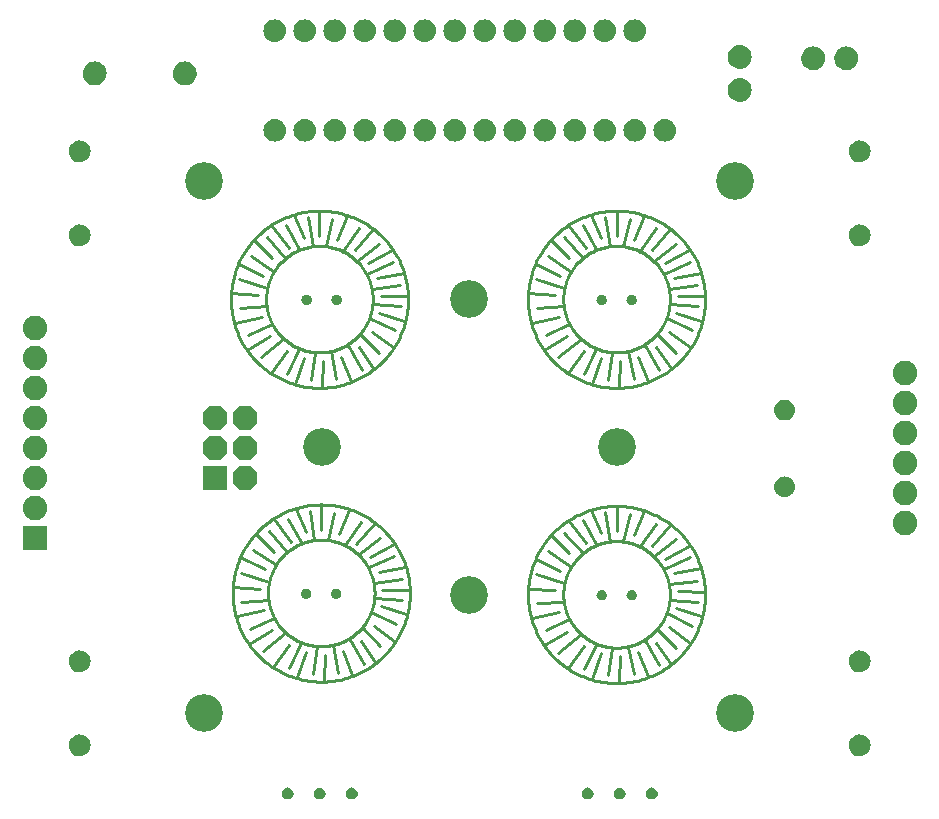
<source format=gbr>
G04 EAGLE Gerber RS-274X export*
G75*
%MOMM*%
%FSLAX34Y34*%
%LPD*%
%INSoldermask Top*%
%IPPOS*%
%AMOC8*
5,1,8,0,0,1.08239X$1,22.5*%
G01*
%ADD10C,0.254000*%
%ADD11C,3.203200*%
%ADD12R,2.082800X2.082800*%
%ADD13P,2.254402X8X112.500000*%
%ADD14C,2.082800*%

G36*
X63486Y624847D02*
X63486Y624847D01*
X63564Y624843D01*
X65236Y625014D01*
X65279Y625026D01*
X65345Y625035D01*
X66962Y625493D01*
X66995Y625509D01*
X67020Y625514D01*
X67036Y625523D01*
X67065Y625532D01*
X68578Y626265D01*
X68614Y626291D01*
X68673Y626321D01*
X70035Y627305D01*
X70066Y627337D01*
X70119Y627377D01*
X71290Y628583D01*
X71315Y628620D01*
X71359Y628669D01*
X72303Y630059D01*
X72321Y630100D01*
X72357Y630156D01*
X73045Y631689D01*
X73056Y631732D01*
X73082Y631793D01*
X73493Y633423D01*
X73496Y633467D01*
X73510Y633532D01*
X73633Y635208D01*
X73628Y635254D01*
X73631Y635323D01*
X73431Y637150D01*
X73417Y637196D01*
X73405Y637271D01*
X72853Y639024D01*
X72831Y639067D01*
X72804Y639138D01*
X71920Y640750D01*
X71890Y640787D01*
X71850Y640852D01*
X70669Y642260D01*
X70632Y642291D01*
X70580Y642347D01*
X69147Y643497D01*
X69105Y643520D01*
X69043Y643565D01*
X67413Y644414D01*
X67367Y644428D01*
X67297Y644460D01*
X65533Y644974D01*
X65485Y644979D01*
X65411Y644997D01*
X63580Y645157D01*
X63536Y645153D01*
X63471Y645157D01*
X61631Y645001D01*
X61584Y644988D01*
X61508Y644978D01*
X59733Y644465D01*
X59690Y644444D01*
X59618Y644419D01*
X57977Y643570D01*
X57939Y643541D01*
X57873Y643503D01*
X56429Y642350D01*
X56397Y642313D01*
X56340Y642263D01*
X55149Y640851D01*
X55125Y640809D01*
X55079Y640748D01*
X54186Y639131D01*
X54171Y639085D01*
X54137Y639017D01*
X53577Y637256D01*
X53571Y637208D01*
X53551Y637135D01*
X53346Y635299D01*
X53349Y635252D01*
X53344Y635180D01*
X53470Y633505D01*
X53481Y633461D01*
X53488Y633396D01*
X53903Y631767D01*
X53922Y631727D01*
X53940Y631663D01*
X54632Y630132D01*
X54657Y630095D01*
X54686Y630035D01*
X55633Y628647D01*
X55664Y628616D01*
X55703Y628562D01*
X56877Y627360D01*
X56913Y627334D01*
X56961Y627288D01*
X58326Y626307D01*
X58366Y626288D01*
X58421Y626251D01*
X59935Y625523D01*
X59978Y625511D01*
X59996Y625502D01*
X60000Y625501D01*
X60039Y625484D01*
X61657Y625030D01*
X61701Y625025D01*
X61765Y625009D01*
X63437Y624843D01*
X63486Y624847D01*
G37*
G36*
X139762Y624771D02*
X139762Y624771D01*
X139840Y624767D01*
X141512Y624938D01*
X141555Y624950D01*
X141621Y624959D01*
X143238Y625417D01*
X143271Y625433D01*
X143296Y625438D01*
X143312Y625447D01*
X143341Y625456D01*
X144854Y626189D01*
X144890Y626215D01*
X144949Y626245D01*
X146311Y627229D01*
X146342Y627261D01*
X146395Y627301D01*
X147566Y628507D01*
X147591Y628544D01*
X147635Y628593D01*
X148579Y629983D01*
X148597Y630024D01*
X148633Y630080D01*
X149321Y631613D01*
X149332Y631656D01*
X149358Y631717D01*
X149769Y633347D01*
X149772Y633391D01*
X149786Y633456D01*
X149909Y635132D01*
X149904Y635178D01*
X149907Y635247D01*
X149707Y637074D01*
X149693Y637120D01*
X149681Y637195D01*
X149129Y638948D01*
X149107Y638991D01*
X149080Y639062D01*
X148196Y640674D01*
X148166Y640711D01*
X148126Y640776D01*
X146945Y642184D01*
X146908Y642215D01*
X146856Y642271D01*
X145423Y643421D01*
X145381Y643444D01*
X145319Y643489D01*
X143689Y644338D01*
X143643Y644352D01*
X143573Y644384D01*
X141809Y644898D01*
X141761Y644903D01*
X141687Y644921D01*
X139856Y645081D01*
X139812Y645077D01*
X139747Y645081D01*
X137907Y644925D01*
X137860Y644912D01*
X137784Y644902D01*
X136009Y644389D01*
X135966Y644368D01*
X135894Y644343D01*
X134253Y643494D01*
X134215Y643465D01*
X134149Y643427D01*
X132705Y642274D01*
X132673Y642237D01*
X132616Y642187D01*
X131425Y640775D01*
X131401Y640733D01*
X131355Y640672D01*
X130462Y639055D01*
X130447Y639009D01*
X130413Y638941D01*
X129853Y637180D01*
X129847Y637132D01*
X129827Y637059D01*
X129622Y635223D01*
X129625Y635176D01*
X129620Y635104D01*
X129746Y633429D01*
X129757Y633385D01*
X129764Y633320D01*
X130179Y631691D01*
X130198Y631651D01*
X130216Y631587D01*
X130908Y630056D01*
X130933Y630019D01*
X130962Y629959D01*
X131909Y628571D01*
X131940Y628540D01*
X131979Y628486D01*
X133153Y627284D01*
X133189Y627258D01*
X133237Y627212D01*
X134602Y626231D01*
X134642Y626212D01*
X134697Y626175D01*
X136211Y625447D01*
X136254Y625435D01*
X136272Y625426D01*
X136276Y625425D01*
X136315Y625408D01*
X137933Y624954D01*
X137977Y624949D01*
X138041Y624933D01*
X139713Y624767D01*
X139762Y624771D01*
G37*
G36*
X609804Y638918D02*
X609804Y638918D01*
X609873Y638916D01*
X611700Y639115D01*
X611746Y639129D01*
X611821Y639141D01*
X613574Y639693D01*
X613617Y639716D01*
X613688Y639742D01*
X615300Y640626D01*
X615337Y640656D01*
X615402Y640696D01*
X616810Y641877D01*
X616841Y641914D01*
X616897Y641966D01*
X618047Y643399D01*
X618070Y643441D01*
X618115Y643503D01*
X618964Y645133D01*
X618978Y645179D01*
X619010Y645249D01*
X619524Y647013D01*
X619528Y647049D01*
X619533Y647063D01*
X619532Y647074D01*
X619547Y647135D01*
X619707Y648966D01*
X619703Y649010D01*
X619707Y649075D01*
X619551Y650915D01*
X619538Y650962D01*
X619528Y651038D01*
X619015Y652813D01*
X618994Y652856D01*
X618969Y652928D01*
X618120Y654569D01*
X618091Y654607D01*
X618053Y654673D01*
X616900Y656117D01*
X616863Y656149D01*
X616813Y656206D01*
X615401Y657397D01*
X615359Y657421D01*
X615298Y657467D01*
X613681Y658360D01*
X613635Y658375D01*
X613567Y658409D01*
X611806Y658969D01*
X611758Y658975D01*
X611685Y658995D01*
X609849Y659200D01*
X609802Y659197D01*
X609730Y659202D01*
X608055Y659076D01*
X608011Y659065D01*
X607946Y659058D01*
X606317Y658643D01*
X606277Y658624D01*
X606213Y658606D01*
X604682Y657914D01*
X604645Y657889D01*
X604585Y657860D01*
X603197Y656913D01*
X603166Y656882D01*
X603112Y656843D01*
X601910Y655669D01*
X601884Y655633D01*
X601838Y655585D01*
X600857Y654220D01*
X600838Y654180D01*
X600801Y654125D01*
X600073Y652611D01*
X600061Y652568D01*
X600034Y652507D01*
X599580Y650890D01*
X599575Y650845D01*
X599559Y650781D01*
X599393Y649109D01*
X599397Y649060D01*
X599393Y648982D01*
X599564Y647310D01*
X599576Y647267D01*
X599585Y647201D01*
X600043Y645584D01*
X600063Y645544D01*
X600082Y645481D01*
X600815Y643968D01*
X600841Y643932D01*
X600871Y643873D01*
X601855Y642511D01*
X601887Y642480D01*
X601927Y642427D01*
X603133Y641256D01*
X603170Y641232D01*
X603219Y641187D01*
X604609Y640243D01*
X604650Y640225D01*
X604706Y640189D01*
X606239Y639501D01*
X606282Y639490D01*
X606343Y639465D01*
X607973Y639053D01*
X608017Y639050D01*
X608082Y639036D01*
X609758Y638913D01*
X609804Y638918D01*
G37*
G36*
X609804Y610927D02*
X609804Y610927D01*
X609873Y610925D01*
X611700Y611124D01*
X611746Y611138D01*
X611821Y611150D01*
X613574Y611702D01*
X613617Y611725D01*
X613688Y611751D01*
X615300Y612635D01*
X615337Y612665D01*
X615402Y612705D01*
X616810Y613886D01*
X616841Y613923D01*
X616897Y613975D01*
X618047Y615408D01*
X618070Y615450D01*
X618115Y615512D01*
X618964Y617142D01*
X618978Y617188D01*
X619010Y617258D01*
X619524Y619022D01*
X619528Y619058D01*
X619533Y619072D01*
X619532Y619083D01*
X619547Y619144D01*
X619707Y620975D01*
X619703Y621019D01*
X619707Y621084D01*
X619551Y622924D01*
X619538Y622971D01*
X619528Y623047D01*
X619015Y624822D01*
X618994Y624865D01*
X618969Y624937D01*
X618120Y626578D01*
X618091Y626616D01*
X618053Y626682D01*
X616900Y628126D01*
X616863Y628158D01*
X616813Y628215D01*
X615401Y629406D01*
X615359Y629430D01*
X615298Y629476D01*
X613681Y630369D01*
X613635Y630384D01*
X613567Y630418D01*
X611806Y630978D01*
X611758Y630984D01*
X611685Y631004D01*
X609849Y631209D01*
X609802Y631206D01*
X609730Y631211D01*
X608055Y631085D01*
X608011Y631074D01*
X607946Y631067D01*
X606317Y630652D01*
X606277Y630633D01*
X606213Y630615D01*
X604682Y629923D01*
X604645Y629898D01*
X604585Y629869D01*
X603197Y628922D01*
X603166Y628891D01*
X603112Y628852D01*
X601910Y627678D01*
X601884Y627642D01*
X601838Y627594D01*
X600857Y626229D01*
X600838Y626189D01*
X600801Y626134D01*
X600073Y624620D01*
X600061Y624577D01*
X600034Y624516D01*
X599580Y622899D01*
X599575Y622854D01*
X599559Y622790D01*
X599393Y621118D01*
X599397Y621069D01*
X599393Y620991D01*
X599564Y619319D01*
X599576Y619276D01*
X599585Y619210D01*
X600043Y617593D01*
X600063Y617553D01*
X600082Y617490D01*
X600815Y615977D01*
X600841Y615941D01*
X600871Y615882D01*
X601855Y614520D01*
X601887Y614489D01*
X601927Y614436D01*
X603133Y613265D01*
X603170Y613241D01*
X603219Y613196D01*
X604609Y612252D01*
X604650Y612234D01*
X604706Y612198D01*
X606239Y611510D01*
X606282Y611499D01*
X606343Y611474D01*
X607973Y611062D01*
X608017Y611059D01*
X608082Y611045D01*
X609758Y610922D01*
X609804Y610927D01*
G37*
G36*
X673724Y637750D02*
X673724Y637750D01*
X673771Y637762D01*
X673847Y637772D01*
X675622Y638285D01*
X675665Y638306D01*
X675737Y638331D01*
X677378Y639180D01*
X677416Y639209D01*
X677482Y639247D01*
X678926Y640400D01*
X678958Y640437D01*
X679015Y640487D01*
X680206Y641899D01*
X680230Y641941D01*
X680276Y642002D01*
X681169Y643619D01*
X681184Y643665D01*
X681218Y643733D01*
X681778Y645494D01*
X681784Y645542D01*
X681804Y645616D01*
X682009Y647451D01*
X682006Y647498D01*
X682011Y647570D01*
X681885Y649245D01*
X681874Y649289D01*
X681867Y649354D01*
X681452Y650983D01*
X681433Y651023D01*
X681415Y651087D01*
X680723Y652618D01*
X680698Y652655D01*
X680669Y652715D01*
X679722Y654103D01*
X679691Y654134D01*
X679652Y654188D01*
X678478Y655390D01*
X678442Y655416D01*
X678394Y655462D01*
X677029Y656443D01*
X676989Y656462D01*
X676934Y656499D01*
X675420Y657227D01*
X675377Y657239D01*
X675316Y657266D01*
X673699Y657720D01*
X673654Y657725D01*
X673590Y657741D01*
X671918Y657907D01*
X671869Y657903D01*
X671791Y657907D01*
X670119Y657736D01*
X670076Y657724D01*
X670010Y657715D01*
X668393Y657257D01*
X668353Y657237D01*
X668290Y657218D01*
X666777Y656485D01*
X666741Y656459D01*
X666682Y656429D01*
X665320Y655445D01*
X665289Y655413D01*
X665236Y655373D01*
X664065Y654167D01*
X664041Y654130D01*
X663996Y654081D01*
X663052Y652691D01*
X663034Y652650D01*
X662998Y652594D01*
X662310Y651061D01*
X662299Y651018D01*
X662274Y650957D01*
X661862Y649327D01*
X661859Y649283D01*
X661845Y649218D01*
X661722Y647542D01*
X661727Y647497D01*
X661725Y647427D01*
X661924Y645600D01*
X661938Y645554D01*
X661950Y645479D01*
X662502Y643726D01*
X662525Y643683D01*
X662551Y643612D01*
X663435Y642000D01*
X663465Y641963D01*
X663505Y641898D01*
X664686Y640490D01*
X664723Y640459D01*
X664775Y640403D01*
X666208Y639253D01*
X666250Y639230D01*
X666312Y639185D01*
X667942Y638336D01*
X667988Y638322D01*
X668058Y638290D01*
X669822Y637776D01*
X669870Y637771D01*
X669944Y637753D01*
X671775Y637593D01*
X671819Y637597D01*
X671884Y637593D01*
X673724Y637750D01*
G37*
G36*
X701715Y637750D02*
X701715Y637750D01*
X701762Y637762D01*
X701838Y637772D01*
X703613Y638285D01*
X703656Y638306D01*
X703728Y638331D01*
X705369Y639180D01*
X705407Y639209D01*
X705473Y639247D01*
X706917Y640400D01*
X706949Y640437D01*
X707006Y640487D01*
X708197Y641899D01*
X708221Y641941D01*
X708267Y642002D01*
X709160Y643619D01*
X709175Y643665D01*
X709209Y643733D01*
X709769Y645494D01*
X709775Y645542D01*
X709795Y645616D01*
X710000Y647451D01*
X709997Y647498D01*
X710002Y647570D01*
X709876Y649245D01*
X709865Y649289D01*
X709858Y649354D01*
X709443Y650983D01*
X709424Y651023D01*
X709406Y651087D01*
X708714Y652618D01*
X708689Y652655D01*
X708660Y652715D01*
X707713Y654103D01*
X707682Y654134D01*
X707643Y654188D01*
X706469Y655390D01*
X706433Y655416D01*
X706385Y655462D01*
X705020Y656443D01*
X704980Y656462D01*
X704925Y656499D01*
X703411Y657227D01*
X703368Y657239D01*
X703307Y657266D01*
X701690Y657720D01*
X701645Y657725D01*
X701581Y657741D01*
X699909Y657907D01*
X699860Y657903D01*
X699782Y657907D01*
X698110Y657736D01*
X698067Y657724D01*
X698001Y657715D01*
X696384Y657257D01*
X696344Y657237D01*
X696281Y657218D01*
X694768Y656485D01*
X694732Y656459D01*
X694673Y656429D01*
X693311Y655445D01*
X693280Y655413D01*
X693227Y655373D01*
X692056Y654167D01*
X692032Y654130D01*
X691987Y654081D01*
X691043Y652691D01*
X691025Y652650D01*
X690989Y652594D01*
X690301Y651061D01*
X690290Y651018D01*
X690265Y650957D01*
X689853Y649327D01*
X689850Y649283D01*
X689836Y649218D01*
X689713Y647542D01*
X689718Y647497D01*
X689716Y647427D01*
X689915Y645600D01*
X689929Y645554D01*
X689941Y645479D01*
X690493Y643726D01*
X690516Y643683D01*
X690542Y643612D01*
X691426Y642000D01*
X691456Y641963D01*
X691496Y641898D01*
X692677Y640490D01*
X692714Y640459D01*
X692766Y640403D01*
X694199Y639253D01*
X694241Y639230D01*
X694303Y639185D01*
X695933Y638336D01*
X695979Y638322D01*
X696049Y638290D01*
X697813Y637776D01*
X697861Y637771D01*
X697935Y637753D01*
X699766Y637593D01*
X699810Y637597D01*
X699875Y637593D01*
X701715Y637750D01*
G37*
G36*
X243046Y661844D02*
X243046Y661844D01*
X243092Y661857D01*
X243168Y661868D01*
X244836Y662374D01*
X244879Y662396D01*
X244950Y662421D01*
X246488Y663243D01*
X246525Y663273D01*
X246591Y663312D01*
X247938Y664418D01*
X247970Y664455D01*
X248026Y664506D01*
X249132Y665853D01*
X249155Y665895D01*
X249201Y665956D01*
X250023Y667494D01*
X250037Y667539D01*
X250070Y667608D01*
X250576Y669276D01*
X250582Y669324D01*
X250600Y669398D01*
X250771Y671133D01*
X250767Y671181D01*
X250771Y671257D01*
X250601Y672992D01*
X250587Y673038D01*
X250576Y673114D01*
X250070Y674782D01*
X250049Y674824D01*
X250023Y674896D01*
X249201Y676434D01*
X249171Y676471D01*
X249132Y676537D01*
X248026Y677884D01*
X247990Y677916D01*
X247938Y677972D01*
X246591Y679078D01*
X246549Y679101D01*
X246488Y679147D01*
X244950Y679968D01*
X244905Y679983D01*
X244836Y680016D01*
X243168Y680522D01*
X243120Y680527D01*
X243046Y680546D01*
X241311Y680716D01*
X241263Y680712D01*
X241187Y680716D01*
X239458Y680546D01*
X239411Y680532D01*
X239336Y680521D01*
X237673Y680017D01*
X237630Y679995D01*
X237558Y679969D01*
X236026Y679150D01*
X235988Y679120D01*
X235922Y679081D01*
X234579Y677978D01*
X234548Y677941D01*
X234491Y677890D01*
X233389Y676547D01*
X233366Y676505D01*
X233320Y676443D01*
X232501Y674911D01*
X232486Y674865D01*
X232454Y674796D01*
X231949Y673133D01*
X231944Y673086D01*
X231925Y673011D01*
X231755Y671282D01*
X231759Y671235D01*
X231755Y671160D01*
X231920Y669425D01*
X231933Y669379D01*
X231944Y669303D01*
X232445Y667634D01*
X232467Y667591D01*
X232492Y667519D01*
X233309Y665979D01*
X233339Y665942D01*
X233378Y665876D01*
X234479Y664525D01*
X234516Y664494D01*
X234567Y664437D01*
X235911Y663328D01*
X235953Y663304D01*
X236014Y663258D01*
X237548Y662432D01*
X237594Y662417D01*
X237663Y662384D01*
X239329Y661874D01*
X239377Y661868D01*
X239451Y661849D01*
X241185Y661673D01*
X241233Y661677D01*
X241311Y661673D01*
X243046Y661844D01*
G37*
G36*
X471646Y661844D02*
X471646Y661844D01*
X471692Y661857D01*
X471768Y661868D01*
X473436Y662374D01*
X473479Y662396D01*
X473550Y662421D01*
X475088Y663243D01*
X475125Y663273D01*
X475191Y663312D01*
X476538Y664418D01*
X476570Y664455D01*
X476626Y664506D01*
X477732Y665853D01*
X477755Y665895D01*
X477801Y665956D01*
X478623Y667494D01*
X478637Y667539D01*
X478670Y667608D01*
X479176Y669276D01*
X479182Y669324D01*
X479200Y669398D01*
X479371Y671133D01*
X479367Y671181D01*
X479371Y671257D01*
X479201Y672992D01*
X479187Y673038D01*
X479176Y673114D01*
X478670Y674782D01*
X478649Y674824D01*
X478623Y674896D01*
X477801Y676434D01*
X477771Y676471D01*
X477732Y676537D01*
X476626Y677884D01*
X476590Y677916D01*
X476538Y677972D01*
X475191Y679078D01*
X475149Y679101D01*
X475088Y679147D01*
X473550Y679968D01*
X473505Y679983D01*
X473436Y680016D01*
X471768Y680522D01*
X471720Y680527D01*
X471646Y680546D01*
X469911Y680716D01*
X469863Y680712D01*
X469787Y680716D01*
X468058Y680546D01*
X468011Y680532D01*
X467936Y680521D01*
X466273Y680017D01*
X466230Y679995D01*
X466158Y679969D01*
X464626Y679150D01*
X464588Y679120D01*
X464522Y679081D01*
X463179Y677978D01*
X463148Y677941D01*
X463091Y677890D01*
X461989Y676547D01*
X461966Y676505D01*
X461920Y676443D01*
X461101Y674911D01*
X461086Y674865D01*
X461054Y674796D01*
X460549Y673133D01*
X460544Y673086D01*
X460525Y673011D01*
X460355Y671282D01*
X460359Y671235D01*
X460355Y671160D01*
X460520Y669425D01*
X460533Y669379D01*
X460544Y669303D01*
X461045Y667634D01*
X461067Y667591D01*
X461092Y667519D01*
X461909Y665979D01*
X461939Y665942D01*
X461978Y665876D01*
X463079Y664525D01*
X463116Y664494D01*
X463167Y664437D01*
X464511Y663328D01*
X464553Y663304D01*
X464614Y663258D01*
X466148Y662432D01*
X466194Y662417D01*
X466263Y662384D01*
X467929Y661874D01*
X467977Y661868D01*
X468051Y661849D01*
X469785Y661673D01*
X469833Y661677D01*
X469911Y661673D01*
X471646Y661844D01*
G37*
G36*
X344646Y661844D02*
X344646Y661844D01*
X344692Y661857D01*
X344768Y661868D01*
X346436Y662374D01*
X346479Y662396D01*
X346550Y662421D01*
X348088Y663243D01*
X348125Y663273D01*
X348191Y663312D01*
X349538Y664418D01*
X349570Y664455D01*
X349626Y664506D01*
X350732Y665853D01*
X350755Y665895D01*
X350801Y665956D01*
X351623Y667494D01*
X351637Y667539D01*
X351670Y667608D01*
X352176Y669276D01*
X352182Y669324D01*
X352200Y669398D01*
X352371Y671133D01*
X352367Y671181D01*
X352371Y671257D01*
X352201Y672992D01*
X352187Y673038D01*
X352176Y673114D01*
X351670Y674782D01*
X351649Y674824D01*
X351623Y674896D01*
X350801Y676434D01*
X350771Y676471D01*
X350732Y676537D01*
X349626Y677884D01*
X349590Y677916D01*
X349538Y677972D01*
X348191Y679078D01*
X348149Y679101D01*
X348088Y679147D01*
X346550Y679968D01*
X346505Y679983D01*
X346436Y680016D01*
X344768Y680522D01*
X344720Y680527D01*
X344646Y680546D01*
X342911Y680716D01*
X342863Y680712D01*
X342787Y680716D01*
X341058Y680546D01*
X341011Y680532D01*
X340936Y680521D01*
X339273Y680017D01*
X339230Y679995D01*
X339158Y679969D01*
X337626Y679150D01*
X337588Y679120D01*
X337522Y679081D01*
X336179Y677978D01*
X336148Y677941D01*
X336091Y677890D01*
X334989Y676547D01*
X334966Y676505D01*
X334920Y676443D01*
X334101Y674911D01*
X334086Y674865D01*
X334054Y674796D01*
X333549Y673133D01*
X333544Y673086D01*
X333525Y673011D01*
X333355Y671282D01*
X333359Y671235D01*
X333355Y671160D01*
X333520Y669425D01*
X333533Y669379D01*
X333544Y669303D01*
X334045Y667634D01*
X334067Y667591D01*
X334092Y667519D01*
X334909Y665979D01*
X334939Y665942D01*
X334978Y665876D01*
X336079Y664525D01*
X336116Y664494D01*
X336167Y664437D01*
X337511Y663328D01*
X337553Y663304D01*
X337614Y663258D01*
X339148Y662432D01*
X339194Y662417D01*
X339263Y662384D01*
X340929Y661874D01*
X340977Y661868D01*
X341051Y661849D01*
X342785Y661673D01*
X342833Y661677D01*
X342911Y661673D01*
X344646Y661844D01*
G37*
G36*
X217646Y661844D02*
X217646Y661844D01*
X217692Y661857D01*
X217768Y661868D01*
X219436Y662374D01*
X219479Y662396D01*
X219550Y662421D01*
X221088Y663243D01*
X221125Y663273D01*
X221191Y663312D01*
X222538Y664418D01*
X222570Y664455D01*
X222626Y664506D01*
X223732Y665853D01*
X223755Y665895D01*
X223801Y665956D01*
X224623Y667494D01*
X224637Y667539D01*
X224670Y667608D01*
X225176Y669276D01*
X225182Y669324D01*
X225200Y669398D01*
X225371Y671133D01*
X225367Y671181D01*
X225371Y671257D01*
X225201Y672992D01*
X225187Y673038D01*
X225176Y673114D01*
X224670Y674782D01*
X224649Y674824D01*
X224623Y674896D01*
X223801Y676434D01*
X223771Y676471D01*
X223732Y676537D01*
X222626Y677884D01*
X222590Y677916D01*
X222538Y677972D01*
X221191Y679078D01*
X221149Y679101D01*
X221088Y679147D01*
X219550Y679968D01*
X219505Y679983D01*
X219436Y680016D01*
X217768Y680522D01*
X217720Y680527D01*
X217646Y680546D01*
X215911Y680716D01*
X215863Y680712D01*
X215787Y680716D01*
X214058Y680546D01*
X214011Y680532D01*
X213936Y680521D01*
X212273Y680017D01*
X212230Y679995D01*
X212158Y679969D01*
X210626Y679150D01*
X210588Y679120D01*
X210522Y679081D01*
X209179Y677978D01*
X209148Y677941D01*
X209091Y677890D01*
X207989Y676547D01*
X207966Y676505D01*
X207920Y676443D01*
X207101Y674911D01*
X207086Y674865D01*
X207054Y674796D01*
X206549Y673133D01*
X206544Y673086D01*
X206525Y673011D01*
X206355Y671282D01*
X206359Y671235D01*
X206355Y671160D01*
X206520Y669425D01*
X206533Y669379D01*
X206544Y669303D01*
X207045Y667634D01*
X207067Y667591D01*
X207092Y667519D01*
X207909Y665979D01*
X207939Y665942D01*
X207978Y665876D01*
X209079Y664525D01*
X209116Y664494D01*
X209167Y664437D01*
X210511Y663328D01*
X210553Y663304D01*
X210614Y663258D01*
X212148Y662432D01*
X212194Y662417D01*
X212263Y662384D01*
X213929Y661874D01*
X213977Y661868D01*
X214051Y661849D01*
X215785Y661673D01*
X215833Y661677D01*
X215911Y661673D01*
X217646Y661844D01*
G37*
G36*
X395446Y661844D02*
X395446Y661844D01*
X395492Y661857D01*
X395568Y661868D01*
X397236Y662374D01*
X397279Y662396D01*
X397350Y662421D01*
X398888Y663243D01*
X398925Y663273D01*
X398991Y663312D01*
X400338Y664418D01*
X400370Y664455D01*
X400426Y664506D01*
X401532Y665853D01*
X401555Y665895D01*
X401601Y665956D01*
X402423Y667494D01*
X402437Y667539D01*
X402470Y667608D01*
X402976Y669276D01*
X402982Y669324D01*
X403000Y669398D01*
X403171Y671133D01*
X403167Y671181D01*
X403171Y671257D01*
X403001Y672992D01*
X402987Y673038D01*
X402976Y673114D01*
X402470Y674782D01*
X402449Y674824D01*
X402423Y674896D01*
X401601Y676434D01*
X401571Y676471D01*
X401532Y676537D01*
X400426Y677884D01*
X400390Y677916D01*
X400338Y677972D01*
X398991Y679078D01*
X398949Y679101D01*
X398888Y679147D01*
X397350Y679968D01*
X397305Y679983D01*
X397236Y680016D01*
X395568Y680522D01*
X395520Y680527D01*
X395446Y680546D01*
X393711Y680716D01*
X393663Y680712D01*
X393587Y680716D01*
X391858Y680546D01*
X391811Y680532D01*
X391736Y680521D01*
X390073Y680017D01*
X390030Y679995D01*
X389958Y679969D01*
X388426Y679150D01*
X388388Y679120D01*
X388322Y679081D01*
X386979Y677978D01*
X386948Y677941D01*
X386891Y677890D01*
X385789Y676547D01*
X385766Y676505D01*
X385720Y676443D01*
X384901Y674911D01*
X384886Y674865D01*
X384854Y674796D01*
X384349Y673133D01*
X384344Y673086D01*
X384325Y673011D01*
X384155Y671282D01*
X384159Y671235D01*
X384155Y671160D01*
X384320Y669425D01*
X384333Y669379D01*
X384344Y669303D01*
X384845Y667634D01*
X384867Y667591D01*
X384892Y667519D01*
X385709Y665979D01*
X385739Y665942D01*
X385778Y665876D01*
X386879Y664525D01*
X386916Y664494D01*
X386967Y664437D01*
X388311Y663328D01*
X388353Y663304D01*
X388414Y663258D01*
X389948Y662432D01*
X389994Y662417D01*
X390063Y662384D01*
X391729Y661874D01*
X391777Y661868D01*
X391851Y661849D01*
X393585Y661673D01*
X393633Y661677D01*
X393711Y661673D01*
X395446Y661844D01*
G37*
G36*
X420846Y661844D02*
X420846Y661844D01*
X420892Y661857D01*
X420968Y661868D01*
X422636Y662374D01*
X422679Y662396D01*
X422750Y662421D01*
X424288Y663243D01*
X424325Y663273D01*
X424391Y663312D01*
X425738Y664418D01*
X425770Y664455D01*
X425826Y664506D01*
X426932Y665853D01*
X426955Y665895D01*
X427001Y665956D01*
X427823Y667494D01*
X427837Y667539D01*
X427870Y667608D01*
X428376Y669276D01*
X428382Y669324D01*
X428400Y669398D01*
X428571Y671133D01*
X428567Y671181D01*
X428571Y671257D01*
X428401Y672992D01*
X428387Y673038D01*
X428376Y673114D01*
X427870Y674782D01*
X427849Y674824D01*
X427823Y674896D01*
X427001Y676434D01*
X426971Y676471D01*
X426932Y676537D01*
X425826Y677884D01*
X425790Y677916D01*
X425738Y677972D01*
X424391Y679078D01*
X424349Y679101D01*
X424288Y679147D01*
X422750Y679968D01*
X422705Y679983D01*
X422636Y680016D01*
X420968Y680522D01*
X420920Y680527D01*
X420846Y680546D01*
X419111Y680716D01*
X419063Y680712D01*
X418987Y680716D01*
X417258Y680546D01*
X417211Y680532D01*
X417136Y680521D01*
X415473Y680017D01*
X415430Y679995D01*
X415358Y679969D01*
X413826Y679150D01*
X413788Y679120D01*
X413722Y679081D01*
X412379Y677978D01*
X412348Y677941D01*
X412291Y677890D01*
X411189Y676547D01*
X411166Y676505D01*
X411120Y676443D01*
X410301Y674911D01*
X410286Y674865D01*
X410254Y674796D01*
X409749Y673133D01*
X409744Y673086D01*
X409725Y673011D01*
X409555Y671282D01*
X409559Y671235D01*
X409555Y671160D01*
X409720Y669425D01*
X409733Y669379D01*
X409744Y669303D01*
X410245Y667634D01*
X410267Y667591D01*
X410292Y667519D01*
X411109Y665979D01*
X411139Y665942D01*
X411178Y665876D01*
X412279Y664525D01*
X412316Y664494D01*
X412367Y664437D01*
X413711Y663328D01*
X413753Y663304D01*
X413814Y663258D01*
X415348Y662432D01*
X415394Y662417D01*
X415463Y662384D01*
X417129Y661874D01*
X417177Y661868D01*
X417251Y661849D01*
X418985Y661673D01*
X419033Y661677D01*
X419111Y661673D01*
X420846Y661844D01*
G37*
G36*
X522446Y661844D02*
X522446Y661844D01*
X522492Y661857D01*
X522568Y661868D01*
X524236Y662374D01*
X524279Y662396D01*
X524350Y662421D01*
X525888Y663243D01*
X525925Y663273D01*
X525991Y663312D01*
X527338Y664418D01*
X527370Y664455D01*
X527426Y664506D01*
X528532Y665853D01*
X528555Y665895D01*
X528601Y665956D01*
X529423Y667494D01*
X529437Y667539D01*
X529470Y667608D01*
X529976Y669276D01*
X529982Y669324D01*
X530000Y669398D01*
X530171Y671133D01*
X530167Y671181D01*
X530171Y671257D01*
X530001Y672992D01*
X529987Y673038D01*
X529976Y673114D01*
X529470Y674782D01*
X529449Y674824D01*
X529423Y674896D01*
X528601Y676434D01*
X528571Y676471D01*
X528532Y676537D01*
X527426Y677884D01*
X527390Y677916D01*
X527338Y677972D01*
X525991Y679078D01*
X525949Y679101D01*
X525888Y679147D01*
X524350Y679968D01*
X524305Y679983D01*
X524236Y680016D01*
X522568Y680522D01*
X522520Y680527D01*
X522446Y680546D01*
X520711Y680716D01*
X520663Y680712D01*
X520587Y680716D01*
X518858Y680546D01*
X518811Y680532D01*
X518736Y680521D01*
X517073Y680017D01*
X517030Y679995D01*
X516958Y679969D01*
X515426Y679150D01*
X515388Y679120D01*
X515322Y679081D01*
X513979Y677978D01*
X513948Y677941D01*
X513891Y677890D01*
X512789Y676547D01*
X512766Y676505D01*
X512720Y676443D01*
X511901Y674911D01*
X511886Y674865D01*
X511854Y674796D01*
X511349Y673133D01*
X511344Y673086D01*
X511325Y673011D01*
X511155Y671282D01*
X511159Y671235D01*
X511155Y671160D01*
X511320Y669425D01*
X511333Y669379D01*
X511344Y669303D01*
X511845Y667634D01*
X511867Y667591D01*
X511892Y667519D01*
X512709Y665979D01*
X512739Y665942D01*
X512778Y665876D01*
X513879Y664525D01*
X513916Y664494D01*
X513967Y664437D01*
X515311Y663328D01*
X515353Y663304D01*
X515414Y663258D01*
X516948Y662432D01*
X516994Y662417D01*
X517063Y662384D01*
X518729Y661874D01*
X518777Y661868D01*
X518851Y661849D01*
X520585Y661673D01*
X520633Y661677D01*
X520711Y661673D01*
X522446Y661844D01*
G37*
G36*
X497046Y661844D02*
X497046Y661844D01*
X497092Y661857D01*
X497168Y661868D01*
X498836Y662374D01*
X498879Y662396D01*
X498950Y662421D01*
X500488Y663243D01*
X500525Y663273D01*
X500591Y663312D01*
X501938Y664418D01*
X501970Y664455D01*
X502026Y664506D01*
X503132Y665853D01*
X503155Y665895D01*
X503201Y665956D01*
X504023Y667494D01*
X504037Y667539D01*
X504070Y667608D01*
X504576Y669276D01*
X504582Y669324D01*
X504600Y669398D01*
X504771Y671133D01*
X504767Y671181D01*
X504771Y671257D01*
X504601Y672992D01*
X504587Y673038D01*
X504576Y673114D01*
X504070Y674782D01*
X504049Y674824D01*
X504023Y674896D01*
X503201Y676434D01*
X503171Y676471D01*
X503132Y676537D01*
X502026Y677884D01*
X501990Y677916D01*
X501938Y677972D01*
X500591Y679078D01*
X500549Y679101D01*
X500488Y679147D01*
X498950Y679968D01*
X498905Y679983D01*
X498836Y680016D01*
X497168Y680522D01*
X497120Y680527D01*
X497046Y680546D01*
X495311Y680716D01*
X495263Y680712D01*
X495187Y680716D01*
X493458Y680546D01*
X493411Y680532D01*
X493336Y680521D01*
X491673Y680017D01*
X491630Y679995D01*
X491558Y679969D01*
X490026Y679150D01*
X489988Y679120D01*
X489922Y679081D01*
X488579Y677978D01*
X488548Y677941D01*
X488491Y677890D01*
X487389Y676547D01*
X487366Y676505D01*
X487320Y676443D01*
X486501Y674911D01*
X486486Y674865D01*
X486454Y674796D01*
X485949Y673133D01*
X485944Y673086D01*
X485925Y673011D01*
X485755Y671282D01*
X485759Y671235D01*
X485755Y671160D01*
X485920Y669425D01*
X485933Y669379D01*
X485944Y669303D01*
X486445Y667634D01*
X486467Y667591D01*
X486492Y667519D01*
X487309Y665979D01*
X487339Y665942D01*
X487378Y665876D01*
X488479Y664525D01*
X488516Y664494D01*
X488567Y664437D01*
X489911Y663328D01*
X489953Y663304D01*
X490014Y663258D01*
X491548Y662432D01*
X491594Y662417D01*
X491663Y662384D01*
X493329Y661874D01*
X493377Y661868D01*
X493451Y661849D01*
X495185Y661673D01*
X495233Y661677D01*
X495311Y661673D01*
X497046Y661844D01*
G37*
G36*
X268446Y661844D02*
X268446Y661844D01*
X268492Y661857D01*
X268568Y661868D01*
X270236Y662374D01*
X270279Y662396D01*
X270350Y662421D01*
X271888Y663243D01*
X271925Y663273D01*
X271991Y663312D01*
X273338Y664418D01*
X273370Y664455D01*
X273426Y664506D01*
X274532Y665853D01*
X274555Y665895D01*
X274601Y665956D01*
X275423Y667494D01*
X275437Y667539D01*
X275470Y667608D01*
X275976Y669276D01*
X275982Y669324D01*
X276000Y669398D01*
X276171Y671133D01*
X276167Y671181D01*
X276171Y671257D01*
X276001Y672992D01*
X275987Y673038D01*
X275976Y673114D01*
X275470Y674782D01*
X275449Y674824D01*
X275423Y674896D01*
X274601Y676434D01*
X274571Y676471D01*
X274532Y676537D01*
X273426Y677884D01*
X273390Y677916D01*
X273338Y677972D01*
X271991Y679078D01*
X271949Y679101D01*
X271888Y679147D01*
X270350Y679968D01*
X270305Y679983D01*
X270236Y680016D01*
X268568Y680522D01*
X268520Y680527D01*
X268446Y680546D01*
X266711Y680716D01*
X266663Y680712D01*
X266587Y680716D01*
X264858Y680546D01*
X264811Y680532D01*
X264736Y680521D01*
X263073Y680017D01*
X263030Y679995D01*
X262958Y679969D01*
X261426Y679150D01*
X261388Y679120D01*
X261322Y679081D01*
X259979Y677978D01*
X259948Y677941D01*
X259891Y677890D01*
X258789Y676547D01*
X258766Y676505D01*
X258720Y676443D01*
X257901Y674911D01*
X257886Y674865D01*
X257854Y674796D01*
X257349Y673133D01*
X257344Y673086D01*
X257325Y673011D01*
X257155Y671282D01*
X257159Y671235D01*
X257155Y671160D01*
X257320Y669425D01*
X257333Y669379D01*
X257344Y669303D01*
X257845Y667634D01*
X257867Y667591D01*
X257892Y667519D01*
X258709Y665979D01*
X258739Y665942D01*
X258778Y665876D01*
X259879Y664525D01*
X259916Y664494D01*
X259967Y664437D01*
X261311Y663328D01*
X261353Y663304D01*
X261414Y663258D01*
X262948Y662432D01*
X262994Y662417D01*
X263063Y662384D01*
X264729Y661874D01*
X264777Y661868D01*
X264851Y661849D01*
X266585Y661673D01*
X266633Y661677D01*
X266711Y661673D01*
X268446Y661844D01*
G37*
G36*
X370046Y661844D02*
X370046Y661844D01*
X370092Y661857D01*
X370168Y661868D01*
X371836Y662374D01*
X371879Y662396D01*
X371950Y662421D01*
X373488Y663243D01*
X373525Y663273D01*
X373591Y663312D01*
X374938Y664418D01*
X374970Y664455D01*
X375026Y664506D01*
X376132Y665853D01*
X376155Y665895D01*
X376201Y665956D01*
X377023Y667494D01*
X377037Y667539D01*
X377070Y667608D01*
X377576Y669276D01*
X377582Y669324D01*
X377600Y669398D01*
X377771Y671133D01*
X377767Y671181D01*
X377771Y671257D01*
X377601Y672992D01*
X377587Y673038D01*
X377576Y673114D01*
X377070Y674782D01*
X377049Y674824D01*
X377023Y674896D01*
X376201Y676434D01*
X376171Y676471D01*
X376132Y676537D01*
X375026Y677884D01*
X374990Y677916D01*
X374938Y677972D01*
X373591Y679078D01*
X373549Y679101D01*
X373488Y679147D01*
X371950Y679968D01*
X371905Y679983D01*
X371836Y680016D01*
X370168Y680522D01*
X370120Y680527D01*
X370046Y680546D01*
X368311Y680716D01*
X368263Y680712D01*
X368187Y680716D01*
X366458Y680546D01*
X366411Y680532D01*
X366336Y680521D01*
X364673Y680017D01*
X364630Y679995D01*
X364558Y679969D01*
X363026Y679150D01*
X362988Y679120D01*
X362922Y679081D01*
X361579Y677978D01*
X361548Y677941D01*
X361491Y677890D01*
X360389Y676547D01*
X360366Y676505D01*
X360320Y676443D01*
X359501Y674911D01*
X359486Y674865D01*
X359454Y674796D01*
X358949Y673133D01*
X358944Y673086D01*
X358925Y673011D01*
X358755Y671282D01*
X358759Y671235D01*
X358755Y671160D01*
X358920Y669425D01*
X358933Y669379D01*
X358944Y669303D01*
X359445Y667634D01*
X359467Y667591D01*
X359492Y667519D01*
X360309Y665979D01*
X360339Y665942D01*
X360378Y665876D01*
X361479Y664525D01*
X361516Y664494D01*
X361567Y664437D01*
X362911Y663328D01*
X362953Y663304D01*
X363014Y663258D01*
X364548Y662432D01*
X364594Y662417D01*
X364663Y662384D01*
X366329Y661874D01*
X366377Y661868D01*
X366451Y661849D01*
X368185Y661673D01*
X368233Y661677D01*
X368311Y661673D01*
X370046Y661844D01*
G37*
G36*
X293846Y661844D02*
X293846Y661844D01*
X293892Y661857D01*
X293968Y661868D01*
X295636Y662374D01*
X295679Y662396D01*
X295750Y662421D01*
X297288Y663243D01*
X297325Y663273D01*
X297391Y663312D01*
X298738Y664418D01*
X298770Y664455D01*
X298826Y664506D01*
X299932Y665853D01*
X299955Y665895D01*
X300001Y665956D01*
X300823Y667494D01*
X300837Y667539D01*
X300870Y667608D01*
X301376Y669276D01*
X301382Y669324D01*
X301400Y669398D01*
X301571Y671133D01*
X301567Y671181D01*
X301571Y671257D01*
X301401Y672992D01*
X301387Y673038D01*
X301376Y673114D01*
X300870Y674782D01*
X300849Y674824D01*
X300823Y674896D01*
X300001Y676434D01*
X299971Y676471D01*
X299932Y676537D01*
X298826Y677884D01*
X298790Y677916D01*
X298738Y677972D01*
X297391Y679078D01*
X297349Y679101D01*
X297288Y679147D01*
X295750Y679968D01*
X295705Y679983D01*
X295636Y680016D01*
X293968Y680522D01*
X293920Y680527D01*
X293846Y680546D01*
X292111Y680716D01*
X292063Y680712D01*
X291987Y680716D01*
X290258Y680546D01*
X290211Y680532D01*
X290136Y680521D01*
X288473Y680017D01*
X288430Y679995D01*
X288358Y679969D01*
X286826Y679150D01*
X286788Y679120D01*
X286722Y679081D01*
X285379Y677978D01*
X285348Y677941D01*
X285291Y677890D01*
X284189Y676547D01*
X284166Y676505D01*
X284120Y676443D01*
X283301Y674911D01*
X283286Y674865D01*
X283254Y674796D01*
X282749Y673133D01*
X282744Y673086D01*
X282725Y673011D01*
X282555Y671282D01*
X282559Y671235D01*
X282555Y671160D01*
X282720Y669425D01*
X282733Y669379D01*
X282744Y669303D01*
X283245Y667634D01*
X283267Y667591D01*
X283292Y667519D01*
X284109Y665979D01*
X284139Y665942D01*
X284178Y665876D01*
X285279Y664525D01*
X285316Y664494D01*
X285367Y664437D01*
X286711Y663328D01*
X286753Y663304D01*
X286814Y663258D01*
X288348Y662432D01*
X288394Y662417D01*
X288463Y662384D01*
X290129Y661874D01*
X290177Y661868D01*
X290251Y661849D01*
X291985Y661673D01*
X292033Y661677D01*
X292111Y661673D01*
X293846Y661844D01*
G37*
G36*
X319246Y661844D02*
X319246Y661844D01*
X319292Y661857D01*
X319368Y661868D01*
X321036Y662374D01*
X321079Y662396D01*
X321150Y662421D01*
X322688Y663243D01*
X322725Y663273D01*
X322791Y663312D01*
X324138Y664418D01*
X324170Y664455D01*
X324226Y664506D01*
X325332Y665853D01*
X325355Y665895D01*
X325401Y665956D01*
X326223Y667494D01*
X326237Y667539D01*
X326270Y667608D01*
X326776Y669276D01*
X326782Y669324D01*
X326800Y669398D01*
X326971Y671133D01*
X326967Y671181D01*
X326971Y671257D01*
X326801Y672992D01*
X326787Y673038D01*
X326776Y673114D01*
X326270Y674782D01*
X326249Y674824D01*
X326223Y674896D01*
X325401Y676434D01*
X325371Y676471D01*
X325332Y676537D01*
X324226Y677884D01*
X324190Y677916D01*
X324138Y677972D01*
X322791Y679078D01*
X322749Y679101D01*
X322688Y679147D01*
X321150Y679968D01*
X321105Y679983D01*
X321036Y680016D01*
X319368Y680522D01*
X319320Y680527D01*
X319246Y680546D01*
X317511Y680716D01*
X317463Y680712D01*
X317387Y680716D01*
X315658Y680546D01*
X315611Y680532D01*
X315536Y680521D01*
X313873Y680017D01*
X313830Y679995D01*
X313758Y679969D01*
X312226Y679150D01*
X312188Y679120D01*
X312122Y679081D01*
X310779Y677978D01*
X310748Y677941D01*
X310691Y677890D01*
X309589Y676547D01*
X309566Y676505D01*
X309520Y676443D01*
X308701Y674911D01*
X308686Y674865D01*
X308654Y674796D01*
X308149Y673133D01*
X308144Y673086D01*
X308125Y673011D01*
X307955Y671282D01*
X307959Y671235D01*
X307955Y671160D01*
X308120Y669425D01*
X308133Y669379D01*
X308144Y669303D01*
X308645Y667634D01*
X308667Y667591D01*
X308692Y667519D01*
X309509Y665979D01*
X309539Y665942D01*
X309578Y665876D01*
X310679Y664525D01*
X310716Y664494D01*
X310767Y664437D01*
X312111Y663328D01*
X312153Y663304D01*
X312214Y663258D01*
X313748Y662432D01*
X313794Y662417D01*
X313863Y662384D01*
X315529Y661874D01*
X315577Y661868D01*
X315651Y661849D01*
X317385Y661673D01*
X317433Y661677D01*
X317511Y661673D01*
X319246Y661844D01*
G37*
G36*
X446246Y661844D02*
X446246Y661844D01*
X446292Y661857D01*
X446368Y661868D01*
X448036Y662374D01*
X448079Y662396D01*
X448150Y662421D01*
X449688Y663243D01*
X449725Y663273D01*
X449791Y663312D01*
X451138Y664418D01*
X451170Y664455D01*
X451226Y664506D01*
X452332Y665853D01*
X452355Y665895D01*
X452401Y665956D01*
X453223Y667494D01*
X453237Y667539D01*
X453270Y667608D01*
X453776Y669276D01*
X453782Y669324D01*
X453800Y669398D01*
X453971Y671133D01*
X453967Y671181D01*
X453971Y671257D01*
X453801Y672992D01*
X453787Y673038D01*
X453776Y673114D01*
X453270Y674782D01*
X453249Y674824D01*
X453223Y674896D01*
X452401Y676434D01*
X452371Y676471D01*
X452332Y676537D01*
X451226Y677884D01*
X451190Y677916D01*
X451138Y677972D01*
X449791Y679078D01*
X449749Y679101D01*
X449688Y679147D01*
X448150Y679968D01*
X448105Y679983D01*
X448036Y680016D01*
X446368Y680522D01*
X446320Y680527D01*
X446246Y680546D01*
X444511Y680716D01*
X444463Y680712D01*
X444387Y680716D01*
X442658Y680546D01*
X442611Y680532D01*
X442536Y680521D01*
X440873Y680017D01*
X440830Y679995D01*
X440758Y679969D01*
X439226Y679150D01*
X439188Y679120D01*
X439122Y679081D01*
X437779Y677978D01*
X437748Y677941D01*
X437691Y677890D01*
X436589Y676547D01*
X436566Y676505D01*
X436520Y676443D01*
X435701Y674911D01*
X435686Y674865D01*
X435654Y674796D01*
X435149Y673133D01*
X435144Y673086D01*
X435125Y673011D01*
X434955Y671282D01*
X434959Y671235D01*
X434955Y671160D01*
X435120Y669425D01*
X435133Y669379D01*
X435144Y669303D01*
X435645Y667634D01*
X435667Y667591D01*
X435692Y667519D01*
X436509Y665979D01*
X436539Y665942D01*
X436578Y665876D01*
X437679Y664525D01*
X437716Y664494D01*
X437767Y664437D01*
X439111Y663328D01*
X439153Y663304D01*
X439214Y663258D01*
X440748Y662432D01*
X440794Y662417D01*
X440863Y662384D01*
X442529Y661874D01*
X442577Y661868D01*
X442651Y661849D01*
X444385Y661673D01*
X444433Y661677D01*
X444511Y661673D01*
X446246Y661844D01*
G37*
G36*
X522497Y577389D02*
X522497Y577389D01*
X522543Y577402D01*
X522619Y577413D01*
X524287Y577919D01*
X524330Y577941D01*
X524401Y577966D01*
X525939Y578788D01*
X525976Y578818D01*
X526042Y578857D01*
X527389Y579963D01*
X527421Y580000D01*
X527477Y580051D01*
X528583Y581398D01*
X528606Y581440D01*
X528652Y581501D01*
X529474Y583039D01*
X529488Y583084D01*
X529521Y583153D01*
X530027Y584821D01*
X530033Y584869D01*
X530051Y584943D01*
X530222Y586678D01*
X530218Y586726D01*
X530222Y586802D01*
X530052Y588537D01*
X530038Y588583D01*
X530027Y588659D01*
X529521Y590327D01*
X529500Y590369D01*
X529474Y590441D01*
X528652Y591979D01*
X528622Y592016D01*
X528583Y592082D01*
X527477Y593429D01*
X527441Y593461D01*
X527389Y593517D01*
X526042Y594623D01*
X526000Y594646D01*
X525939Y594692D01*
X524401Y595513D01*
X524356Y595528D01*
X524287Y595561D01*
X522619Y596067D01*
X522571Y596072D01*
X522497Y596091D01*
X520762Y596261D01*
X520714Y596257D01*
X520638Y596261D01*
X518909Y596091D01*
X518862Y596077D01*
X518787Y596066D01*
X517124Y595562D01*
X517081Y595540D01*
X517009Y595514D01*
X515477Y594695D01*
X515439Y594665D01*
X515373Y594626D01*
X514030Y593523D01*
X513999Y593486D01*
X513942Y593435D01*
X512840Y592092D01*
X512817Y592050D01*
X512771Y591988D01*
X511952Y590456D01*
X511937Y590410D01*
X511905Y590341D01*
X511400Y588678D01*
X511395Y588631D01*
X511376Y588556D01*
X511206Y586827D01*
X511210Y586780D01*
X511206Y586705D01*
X511371Y584970D01*
X511384Y584924D01*
X511395Y584848D01*
X511896Y583179D01*
X511918Y583136D01*
X511943Y583064D01*
X512760Y581524D01*
X512790Y581487D01*
X512829Y581421D01*
X513930Y580070D01*
X513967Y580039D01*
X514018Y579982D01*
X515362Y578873D01*
X515404Y578849D01*
X515465Y578803D01*
X516999Y577977D01*
X517045Y577962D01*
X517114Y577929D01*
X518780Y577419D01*
X518828Y577413D01*
X518902Y577394D01*
X520636Y577218D01*
X520684Y577222D01*
X520762Y577218D01*
X522497Y577389D01*
G37*
G36*
X420897Y577389D02*
X420897Y577389D01*
X420943Y577402D01*
X421019Y577413D01*
X422687Y577919D01*
X422730Y577941D01*
X422801Y577966D01*
X424339Y578788D01*
X424376Y578818D01*
X424442Y578857D01*
X425789Y579963D01*
X425821Y580000D01*
X425877Y580051D01*
X426983Y581398D01*
X427006Y581440D01*
X427052Y581501D01*
X427874Y583039D01*
X427888Y583084D01*
X427921Y583153D01*
X428427Y584821D01*
X428433Y584869D01*
X428451Y584943D01*
X428622Y586678D01*
X428618Y586726D01*
X428622Y586802D01*
X428452Y588537D01*
X428438Y588583D01*
X428427Y588659D01*
X427921Y590327D01*
X427900Y590369D01*
X427874Y590441D01*
X427052Y591979D01*
X427022Y592016D01*
X426983Y592082D01*
X425877Y593429D01*
X425841Y593461D01*
X425789Y593517D01*
X424442Y594623D01*
X424400Y594646D01*
X424339Y594692D01*
X422801Y595513D01*
X422756Y595528D01*
X422687Y595561D01*
X421019Y596067D01*
X420971Y596072D01*
X420897Y596091D01*
X419162Y596261D01*
X419114Y596257D01*
X419038Y596261D01*
X417309Y596091D01*
X417262Y596077D01*
X417187Y596066D01*
X415524Y595562D01*
X415481Y595540D01*
X415409Y595514D01*
X413877Y594695D01*
X413839Y594665D01*
X413773Y594626D01*
X412430Y593523D01*
X412399Y593486D01*
X412342Y593435D01*
X411240Y592092D01*
X411217Y592050D01*
X411171Y591988D01*
X410352Y590456D01*
X410337Y590410D01*
X410305Y590341D01*
X409800Y588678D01*
X409795Y588631D01*
X409776Y588556D01*
X409606Y586827D01*
X409610Y586780D01*
X409606Y586705D01*
X409771Y584970D01*
X409784Y584924D01*
X409795Y584848D01*
X410296Y583179D01*
X410318Y583136D01*
X410343Y583064D01*
X411160Y581524D01*
X411190Y581487D01*
X411229Y581421D01*
X412330Y580070D01*
X412367Y580039D01*
X412418Y579982D01*
X413762Y578873D01*
X413804Y578849D01*
X413865Y578803D01*
X415399Y577977D01*
X415445Y577962D01*
X415514Y577929D01*
X417180Y577419D01*
X417228Y577413D01*
X417302Y577394D01*
X419036Y577218D01*
X419084Y577222D01*
X419162Y577218D01*
X420897Y577389D01*
G37*
G36*
X319297Y577389D02*
X319297Y577389D01*
X319343Y577402D01*
X319419Y577413D01*
X321087Y577919D01*
X321130Y577941D01*
X321201Y577966D01*
X322739Y578788D01*
X322776Y578818D01*
X322842Y578857D01*
X324189Y579963D01*
X324221Y580000D01*
X324277Y580051D01*
X325383Y581398D01*
X325406Y581440D01*
X325452Y581501D01*
X326274Y583039D01*
X326288Y583084D01*
X326321Y583153D01*
X326827Y584821D01*
X326833Y584869D01*
X326851Y584943D01*
X327022Y586678D01*
X327018Y586726D01*
X327022Y586802D01*
X326852Y588537D01*
X326838Y588583D01*
X326827Y588659D01*
X326321Y590327D01*
X326300Y590369D01*
X326274Y590441D01*
X325452Y591979D01*
X325422Y592016D01*
X325383Y592082D01*
X324277Y593429D01*
X324241Y593461D01*
X324189Y593517D01*
X322842Y594623D01*
X322800Y594646D01*
X322739Y594692D01*
X321201Y595513D01*
X321156Y595528D01*
X321087Y595561D01*
X319419Y596067D01*
X319371Y596072D01*
X319297Y596091D01*
X317562Y596261D01*
X317514Y596257D01*
X317438Y596261D01*
X315709Y596091D01*
X315662Y596077D01*
X315587Y596066D01*
X313924Y595562D01*
X313881Y595540D01*
X313809Y595514D01*
X312277Y594695D01*
X312239Y594665D01*
X312173Y594626D01*
X310830Y593523D01*
X310799Y593486D01*
X310742Y593435D01*
X309640Y592092D01*
X309617Y592050D01*
X309571Y591988D01*
X308752Y590456D01*
X308737Y590410D01*
X308705Y590341D01*
X308200Y588678D01*
X308195Y588631D01*
X308176Y588556D01*
X308006Y586827D01*
X308010Y586780D01*
X308006Y586705D01*
X308171Y584970D01*
X308184Y584924D01*
X308195Y584848D01*
X308696Y583179D01*
X308718Y583136D01*
X308743Y583064D01*
X309560Y581524D01*
X309590Y581487D01*
X309629Y581421D01*
X310730Y580070D01*
X310767Y580039D01*
X310818Y579982D01*
X312162Y578873D01*
X312204Y578849D01*
X312265Y578803D01*
X313799Y577977D01*
X313845Y577962D01*
X313914Y577929D01*
X315580Y577419D01*
X315628Y577413D01*
X315702Y577394D01*
X317436Y577218D01*
X317484Y577222D01*
X317562Y577218D01*
X319297Y577389D01*
G37*
G36*
X395497Y577389D02*
X395497Y577389D01*
X395543Y577402D01*
X395619Y577413D01*
X397287Y577919D01*
X397330Y577941D01*
X397401Y577966D01*
X398939Y578788D01*
X398976Y578818D01*
X399042Y578857D01*
X400389Y579963D01*
X400421Y580000D01*
X400477Y580051D01*
X401583Y581398D01*
X401606Y581440D01*
X401652Y581501D01*
X402474Y583039D01*
X402488Y583084D01*
X402521Y583153D01*
X403027Y584821D01*
X403033Y584869D01*
X403051Y584943D01*
X403222Y586678D01*
X403218Y586726D01*
X403222Y586802D01*
X403052Y588537D01*
X403038Y588583D01*
X403027Y588659D01*
X402521Y590327D01*
X402500Y590369D01*
X402474Y590441D01*
X401652Y591979D01*
X401622Y592016D01*
X401583Y592082D01*
X400477Y593429D01*
X400441Y593461D01*
X400389Y593517D01*
X399042Y594623D01*
X399000Y594646D01*
X398939Y594692D01*
X397401Y595513D01*
X397356Y595528D01*
X397287Y595561D01*
X395619Y596067D01*
X395571Y596072D01*
X395497Y596091D01*
X393762Y596261D01*
X393714Y596257D01*
X393638Y596261D01*
X391909Y596091D01*
X391862Y596077D01*
X391787Y596066D01*
X390124Y595562D01*
X390081Y595540D01*
X390009Y595514D01*
X388477Y594695D01*
X388439Y594665D01*
X388373Y594626D01*
X387030Y593523D01*
X386999Y593486D01*
X386942Y593435D01*
X385840Y592092D01*
X385817Y592050D01*
X385771Y591988D01*
X384952Y590456D01*
X384937Y590410D01*
X384905Y590341D01*
X384400Y588678D01*
X384395Y588631D01*
X384376Y588556D01*
X384206Y586827D01*
X384210Y586780D01*
X384206Y586705D01*
X384371Y584970D01*
X384384Y584924D01*
X384395Y584848D01*
X384896Y583179D01*
X384918Y583136D01*
X384943Y583064D01*
X385760Y581524D01*
X385790Y581487D01*
X385829Y581421D01*
X386930Y580070D01*
X386967Y580039D01*
X387018Y579982D01*
X388362Y578873D01*
X388404Y578849D01*
X388465Y578803D01*
X389999Y577977D01*
X390045Y577962D01*
X390114Y577929D01*
X391780Y577419D01*
X391828Y577413D01*
X391902Y577394D01*
X393636Y577218D01*
X393684Y577222D01*
X393762Y577218D01*
X395497Y577389D01*
G37*
G36*
X344697Y577389D02*
X344697Y577389D01*
X344743Y577402D01*
X344819Y577413D01*
X346487Y577919D01*
X346530Y577941D01*
X346601Y577966D01*
X348139Y578788D01*
X348176Y578818D01*
X348242Y578857D01*
X349589Y579963D01*
X349621Y580000D01*
X349677Y580051D01*
X350783Y581398D01*
X350806Y581440D01*
X350852Y581501D01*
X351674Y583039D01*
X351688Y583084D01*
X351721Y583153D01*
X352227Y584821D01*
X352233Y584869D01*
X352251Y584943D01*
X352422Y586678D01*
X352418Y586726D01*
X352422Y586802D01*
X352252Y588537D01*
X352238Y588583D01*
X352227Y588659D01*
X351721Y590327D01*
X351700Y590369D01*
X351674Y590441D01*
X350852Y591979D01*
X350822Y592016D01*
X350783Y592082D01*
X349677Y593429D01*
X349641Y593461D01*
X349589Y593517D01*
X348242Y594623D01*
X348200Y594646D01*
X348139Y594692D01*
X346601Y595513D01*
X346556Y595528D01*
X346487Y595561D01*
X344819Y596067D01*
X344771Y596072D01*
X344697Y596091D01*
X342962Y596261D01*
X342914Y596257D01*
X342838Y596261D01*
X341109Y596091D01*
X341062Y596077D01*
X340987Y596066D01*
X339324Y595562D01*
X339281Y595540D01*
X339209Y595514D01*
X337677Y594695D01*
X337639Y594665D01*
X337573Y594626D01*
X336230Y593523D01*
X336199Y593486D01*
X336142Y593435D01*
X335040Y592092D01*
X335017Y592050D01*
X334971Y591988D01*
X334152Y590456D01*
X334137Y590410D01*
X334105Y590341D01*
X333600Y588678D01*
X333595Y588631D01*
X333576Y588556D01*
X333406Y586827D01*
X333410Y586780D01*
X333406Y586705D01*
X333571Y584970D01*
X333584Y584924D01*
X333595Y584848D01*
X334096Y583179D01*
X334118Y583136D01*
X334143Y583064D01*
X334960Y581524D01*
X334990Y581487D01*
X335029Y581421D01*
X336130Y580070D01*
X336167Y580039D01*
X336218Y579982D01*
X337562Y578873D01*
X337604Y578849D01*
X337665Y578803D01*
X339199Y577977D01*
X339245Y577962D01*
X339314Y577929D01*
X340980Y577419D01*
X341028Y577413D01*
X341102Y577394D01*
X342836Y577218D01*
X342884Y577222D01*
X342962Y577218D01*
X344697Y577389D01*
G37*
G36*
X293897Y577389D02*
X293897Y577389D01*
X293943Y577402D01*
X294019Y577413D01*
X295687Y577919D01*
X295730Y577941D01*
X295801Y577966D01*
X297339Y578788D01*
X297376Y578818D01*
X297442Y578857D01*
X298789Y579963D01*
X298821Y580000D01*
X298877Y580051D01*
X299983Y581398D01*
X300006Y581440D01*
X300052Y581501D01*
X300874Y583039D01*
X300888Y583084D01*
X300921Y583153D01*
X301427Y584821D01*
X301433Y584869D01*
X301451Y584943D01*
X301622Y586678D01*
X301618Y586726D01*
X301622Y586802D01*
X301452Y588537D01*
X301438Y588583D01*
X301427Y588659D01*
X300921Y590327D01*
X300900Y590369D01*
X300874Y590441D01*
X300052Y591979D01*
X300022Y592016D01*
X299983Y592082D01*
X298877Y593429D01*
X298841Y593461D01*
X298789Y593517D01*
X297442Y594623D01*
X297400Y594646D01*
X297339Y594692D01*
X295801Y595513D01*
X295756Y595528D01*
X295687Y595561D01*
X294019Y596067D01*
X293971Y596072D01*
X293897Y596091D01*
X292162Y596261D01*
X292114Y596257D01*
X292038Y596261D01*
X290309Y596091D01*
X290262Y596077D01*
X290187Y596066D01*
X288524Y595562D01*
X288481Y595540D01*
X288409Y595514D01*
X286877Y594695D01*
X286839Y594665D01*
X286773Y594626D01*
X285430Y593523D01*
X285399Y593486D01*
X285342Y593435D01*
X284240Y592092D01*
X284217Y592050D01*
X284171Y591988D01*
X283352Y590456D01*
X283337Y590410D01*
X283305Y590341D01*
X282800Y588678D01*
X282795Y588631D01*
X282776Y588556D01*
X282606Y586827D01*
X282610Y586780D01*
X282606Y586705D01*
X282771Y584970D01*
X282784Y584924D01*
X282795Y584848D01*
X283296Y583179D01*
X283318Y583136D01*
X283343Y583064D01*
X284160Y581524D01*
X284190Y581487D01*
X284229Y581421D01*
X285330Y580070D01*
X285367Y580039D01*
X285418Y579982D01*
X286762Y578873D01*
X286804Y578849D01*
X286865Y578803D01*
X288399Y577977D01*
X288445Y577962D01*
X288514Y577929D01*
X290180Y577419D01*
X290228Y577413D01*
X290302Y577394D01*
X292036Y577218D01*
X292084Y577222D01*
X292162Y577218D01*
X293897Y577389D01*
G37*
G36*
X243097Y577389D02*
X243097Y577389D01*
X243143Y577402D01*
X243219Y577413D01*
X244887Y577919D01*
X244930Y577941D01*
X245001Y577966D01*
X246539Y578788D01*
X246576Y578818D01*
X246642Y578857D01*
X247989Y579963D01*
X248021Y580000D01*
X248077Y580051D01*
X249183Y581398D01*
X249206Y581440D01*
X249252Y581501D01*
X250074Y583039D01*
X250088Y583084D01*
X250121Y583153D01*
X250627Y584821D01*
X250633Y584869D01*
X250651Y584943D01*
X250822Y586678D01*
X250818Y586726D01*
X250822Y586802D01*
X250652Y588537D01*
X250638Y588583D01*
X250627Y588659D01*
X250121Y590327D01*
X250100Y590369D01*
X250074Y590441D01*
X249252Y591979D01*
X249222Y592016D01*
X249183Y592082D01*
X248077Y593429D01*
X248041Y593461D01*
X247989Y593517D01*
X246642Y594623D01*
X246600Y594646D01*
X246539Y594692D01*
X245001Y595513D01*
X244956Y595528D01*
X244887Y595561D01*
X243219Y596067D01*
X243171Y596072D01*
X243097Y596091D01*
X241362Y596261D01*
X241314Y596257D01*
X241238Y596261D01*
X239509Y596091D01*
X239462Y596077D01*
X239387Y596066D01*
X237724Y595562D01*
X237681Y595540D01*
X237609Y595514D01*
X236077Y594695D01*
X236039Y594665D01*
X235973Y594626D01*
X234630Y593523D01*
X234599Y593486D01*
X234542Y593435D01*
X233440Y592092D01*
X233417Y592050D01*
X233371Y591988D01*
X232552Y590456D01*
X232537Y590410D01*
X232505Y590341D01*
X232000Y588678D01*
X231995Y588631D01*
X231976Y588556D01*
X231806Y586827D01*
X231810Y586780D01*
X231806Y586705D01*
X231971Y584970D01*
X231984Y584924D01*
X231995Y584848D01*
X232496Y583179D01*
X232518Y583136D01*
X232543Y583064D01*
X233360Y581524D01*
X233390Y581487D01*
X233429Y581421D01*
X234530Y580070D01*
X234567Y580039D01*
X234618Y579982D01*
X235962Y578873D01*
X236004Y578849D01*
X236065Y578803D01*
X237599Y577977D01*
X237645Y577962D01*
X237714Y577929D01*
X239380Y577419D01*
X239428Y577413D01*
X239502Y577394D01*
X241236Y577218D01*
X241284Y577222D01*
X241362Y577218D01*
X243097Y577389D01*
G37*
G36*
X217697Y577389D02*
X217697Y577389D01*
X217743Y577402D01*
X217819Y577413D01*
X219487Y577919D01*
X219530Y577941D01*
X219601Y577966D01*
X221139Y578788D01*
X221176Y578818D01*
X221242Y578857D01*
X222589Y579963D01*
X222621Y580000D01*
X222677Y580051D01*
X223783Y581398D01*
X223806Y581440D01*
X223852Y581501D01*
X224674Y583039D01*
X224688Y583084D01*
X224721Y583153D01*
X225227Y584821D01*
X225233Y584869D01*
X225251Y584943D01*
X225422Y586678D01*
X225418Y586726D01*
X225422Y586802D01*
X225252Y588537D01*
X225238Y588583D01*
X225227Y588659D01*
X224721Y590327D01*
X224700Y590369D01*
X224674Y590441D01*
X223852Y591979D01*
X223822Y592016D01*
X223783Y592082D01*
X222677Y593429D01*
X222641Y593461D01*
X222589Y593517D01*
X221242Y594623D01*
X221200Y594646D01*
X221139Y594692D01*
X219601Y595513D01*
X219556Y595528D01*
X219487Y595561D01*
X217819Y596067D01*
X217771Y596072D01*
X217697Y596091D01*
X215962Y596261D01*
X215914Y596257D01*
X215838Y596261D01*
X214109Y596091D01*
X214062Y596077D01*
X213987Y596066D01*
X212324Y595562D01*
X212281Y595540D01*
X212209Y595514D01*
X210677Y594695D01*
X210639Y594665D01*
X210573Y594626D01*
X209230Y593523D01*
X209199Y593486D01*
X209142Y593435D01*
X208040Y592092D01*
X208017Y592050D01*
X207971Y591988D01*
X207152Y590456D01*
X207137Y590410D01*
X207105Y590341D01*
X206600Y588678D01*
X206595Y588631D01*
X206576Y588556D01*
X206406Y586827D01*
X206410Y586780D01*
X206406Y586705D01*
X206571Y584970D01*
X206584Y584924D01*
X206595Y584848D01*
X207096Y583179D01*
X207118Y583136D01*
X207143Y583064D01*
X207960Y581524D01*
X207990Y581487D01*
X208029Y581421D01*
X209130Y580070D01*
X209167Y580039D01*
X209218Y579982D01*
X210562Y578873D01*
X210604Y578849D01*
X210665Y578803D01*
X212199Y577977D01*
X212245Y577962D01*
X212314Y577929D01*
X213980Y577419D01*
X214028Y577413D01*
X214102Y577394D01*
X215836Y577218D01*
X215884Y577222D01*
X215962Y577218D01*
X217697Y577389D01*
G37*
G36*
X268497Y577389D02*
X268497Y577389D01*
X268543Y577402D01*
X268619Y577413D01*
X270287Y577919D01*
X270330Y577941D01*
X270401Y577966D01*
X271939Y578788D01*
X271976Y578818D01*
X272042Y578857D01*
X273389Y579963D01*
X273421Y580000D01*
X273477Y580051D01*
X274583Y581398D01*
X274606Y581440D01*
X274652Y581501D01*
X275474Y583039D01*
X275488Y583084D01*
X275521Y583153D01*
X276027Y584821D01*
X276033Y584869D01*
X276051Y584943D01*
X276222Y586678D01*
X276218Y586726D01*
X276222Y586802D01*
X276052Y588537D01*
X276038Y588583D01*
X276027Y588659D01*
X275521Y590327D01*
X275500Y590369D01*
X275474Y590441D01*
X274652Y591979D01*
X274622Y592016D01*
X274583Y592082D01*
X273477Y593429D01*
X273441Y593461D01*
X273389Y593517D01*
X272042Y594623D01*
X272000Y594646D01*
X271939Y594692D01*
X270401Y595513D01*
X270356Y595528D01*
X270287Y595561D01*
X268619Y596067D01*
X268571Y596072D01*
X268497Y596091D01*
X266762Y596261D01*
X266714Y596257D01*
X266638Y596261D01*
X264909Y596091D01*
X264862Y596077D01*
X264787Y596066D01*
X263124Y595562D01*
X263081Y595540D01*
X263009Y595514D01*
X261477Y594695D01*
X261439Y594665D01*
X261373Y594626D01*
X260030Y593523D01*
X259999Y593486D01*
X259942Y593435D01*
X258840Y592092D01*
X258817Y592050D01*
X258771Y591988D01*
X257952Y590456D01*
X257937Y590410D01*
X257905Y590341D01*
X257400Y588678D01*
X257395Y588631D01*
X257376Y588556D01*
X257206Y586827D01*
X257210Y586780D01*
X257206Y586705D01*
X257371Y584970D01*
X257384Y584924D01*
X257395Y584848D01*
X257896Y583179D01*
X257918Y583136D01*
X257943Y583064D01*
X258760Y581524D01*
X258790Y581487D01*
X258829Y581421D01*
X259930Y580070D01*
X259967Y580039D01*
X260018Y579982D01*
X261362Y578873D01*
X261404Y578849D01*
X261465Y578803D01*
X262999Y577977D01*
X263045Y577962D01*
X263114Y577929D01*
X264780Y577419D01*
X264828Y577413D01*
X264902Y577394D01*
X266636Y577218D01*
X266684Y577222D01*
X266762Y577218D01*
X268497Y577389D01*
G37*
G36*
X497097Y577389D02*
X497097Y577389D01*
X497143Y577402D01*
X497219Y577413D01*
X498887Y577919D01*
X498930Y577941D01*
X499001Y577966D01*
X500539Y578788D01*
X500576Y578818D01*
X500642Y578857D01*
X501989Y579963D01*
X502021Y580000D01*
X502077Y580051D01*
X503183Y581398D01*
X503206Y581440D01*
X503252Y581501D01*
X504074Y583039D01*
X504088Y583084D01*
X504121Y583153D01*
X504627Y584821D01*
X504633Y584869D01*
X504651Y584943D01*
X504822Y586678D01*
X504818Y586726D01*
X504822Y586802D01*
X504652Y588537D01*
X504638Y588583D01*
X504627Y588659D01*
X504121Y590327D01*
X504100Y590369D01*
X504074Y590441D01*
X503252Y591979D01*
X503222Y592016D01*
X503183Y592082D01*
X502077Y593429D01*
X502041Y593461D01*
X501989Y593517D01*
X500642Y594623D01*
X500600Y594646D01*
X500539Y594692D01*
X499001Y595513D01*
X498956Y595528D01*
X498887Y595561D01*
X497219Y596067D01*
X497171Y596072D01*
X497097Y596091D01*
X495362Y596261D01*
X495314Y596257D01*
X495238Y596261D01*
X493509Y596091D01*
X493462Y596077D01*
X493387Y596066D01*
X491724Y595562D01*
X491681Y595540D01*
X491609Y595514D01*
X490077Y594695D01*
X490039Y594665D01*
X489973Y594626D01*
X488630Y593523D01*
X488599Y593486D01*
X488542Y593435D01*
X487440Y592092D01*
X487417Y592050D01*
X487371Y591988D01*
X486552Y590456D01*
X486537Y590410D01*
X486505Y590341D01*
X486000Y588678D01*
X485995Y588631D01*
X485976Y588556D01*
X485806Y586827D01*
X485810Y586780D01*
X485806Y586705D01*
X485971Y584970D01*
X485984Y584924D01*
X485995Y584848D01*
X486496Y583179D01*
X486518Y583136D01*
X486543Y583064D01*
X487360Y581524D01*
X487390Y581487D01*
X487429Y581421D01*
X488530Y580070D01*
X488567Y580039D01*
X488618Y579982D01*
X489962Y578873D01*
X490004Y578849D01*
X490065Y578803D01*
X491599Y577977D01*
X491645Y577962D01*
X491714Y577929D01*
X493380Y577419D01*
X493428Y577413D01*
X493502Y577394D01*
X495236Y577218D01*
X495284Y577222D01*
X495362Y577218D01*
X497097Y577389D01*
G37*
G36*
X471697Y577389D02*
X471697Y577389D01*
X471743Y577402D01*
X471819Y577413D01*
X473487Y577919D01*
X473530Y577941D01*
X473601Y577966D01*
X475139Y578788D01*
X475176Y578818D01*
X475242Y578857D01*
X476589Y579963D01*
X476621Y580000D01*
X476677Y580051D01*
X477783Y581398D01*
X477806Y581440D01*
X477852Y581501D01*
X478674Y583039D01*
X478688Y583084D01*
X478721Y583153D01*
X479227Y584821D01*
X479233Y584869D01*
X479251Y584943D01*
X479422Y586678D01*
X479418Y586726D01*
X479422Y586802D01*
X479252Y588537D01*
X479238Y588583D01*
X479227Y588659D01*
X478721Y590327D01*
X478700Y590369D01*
X478674Y590441D01*
X477852Y591979D01*
X477822Y592016D01*
X477783Y592082D01*
X476677Y593429D01*
X476641Y593461D01*
X476589Y593517D01*
X475242Y594623D01*
X475200Y594646D01*
X475139Y594692D01*
X473601Y595513D01*
X473556Y595528D01*
X473487Y595561D01*
X471819Y596067D01*
X471771Y596072D01*
X471697Y596091D01*
X469962Y596261D01*
X469914Y596257D01*
X469838Y596261D01*
X468109Y596091D01*
X468062Y596077D01*
X467987Y596066D01*
X466324Y595562D01*
X466281Y595540D01*
X466209Y595514D01*
X464677Y594695D01*
X464639Y594665D01*
X464573Y594626D01*
X463230Y593523D01*
X463199Y593486D01*
X463142Y593435D01*
X462040Y592092D01*
X462017Y592050D01*
X461971Y591988D01*
X461152Y590456D01*
X461137Y590410D01*
X461105Y590341D01*
X460600Y588678D01*
X460595Y588631D01*
X460576Y588556D01*
X460406Y586827D01*
X460410Y586780D01*
X460406Y586705D01*
X460571Y584970D01*
X460584Y584924D01*
X460595Y584848D01*
X461096Y583179D01*
X461118Y583136D01*
X461143Y583064D01*
X461960Y581524D01*
X461990Y581487D01*
X462029Y581421D01*
X463130Y580070D01*
X463167Y580039D01*
X463218Y579982D01*
X464562Y578873D01*
X464604Y578849D01*
X464665Y578803D01*
X466199Y577977D01*
X466245Y577962D01*
X466314Y577929D01*
X467980Y577419D01*
X468028Y577413D01*
X468102Y577394D01*
X469836Y577218D01*
X469884Y577222D01*
X469962Y577218D01*
X471697Y577389D01*
G37*
G36*
X370097Y577389D02*
X370097Y577389D01*
X370143Y577402D01*
X370219Y577413D01*
X371887Y577919D01*
X371930Y577941D01*
X372001Y577966D01*
X373539Y578788D01*
X373576Y578818D01*
X373642Y578857D01*
X374989Y579963D01*
X375021Y580000D01*
X375077Y580051D01*
X376183Y581398D01*
X376206Y581440D01*
X376252Y581501D01*
X377074Y583039D01*
X377088Y583084D01*
X377121Y583153D01*
X377627Y584821D01*
X377633Y584869D01*
X377651Y584943D01*
X377822Y586678D01*
X377818Y586726D01*
X377822Y586802D01*
X377652Y588537D01*
X377638Y588583D01*
X377627Y588659D01*
X377121Y590327D01*
X377100Y590369D01*
X377074Y590441D01*
X376252Y591979D01*
X376222Y592016D01*
X376183Y592082D01*
X375077Y593429D01*
X375041Y593461D01*
X374989Y593517D01*
X373642Y594623D01*
X373600Y594646D01*
X373539Y594692D01*
X372001Y595513D01*
X371956Y595528D01*
X371887Y595561D01*
X370219Y596067D01*
X370171Y596072D01*
X370097Y596091D01*
X368362Y596261D01*
X368314Y596257D01*
X368238Y596261D01*
X366509Y596091D01*
X366462Y596077D01*
X366387Y596066D01*
X364724Y595562D01*
X364681Y595540D01*
X364609Y595514D01*
X363077Y594695D01*
X363039Y594665D01*
X362973Y594626D01*
X361630Y593523D01*
X361599Y593486D01*
X361542Y593435D01*
X360440Y592092D01*
X360417Y592050D01*
X360371Y591988D01*
X359552Y590456D01*
X359537Y590410D01*
X359505Y590341D01*
X359000Y588678D01*
X358995Y588631D01*
X358976Y588556D01*
X358806Y586827D01*
X358810Y586780D01*
X358806Y586705D01*
X358971Y584970D01*
X358984Y584924D01*
X358995Y584848D01*
X359496Y583179D01*
X359518Y583136D01*
X359543Y583064D01*
X360360Y581524D01*
X360390Y581487D01*
X360429Y581421D01*
X361530Y580070D01*
X361567Y580039D01*
X361618Y579982D01*
X362962Y578873D01*
X363004Y578849D01*
X363065Y578803D01*
X364599Y577977D01*
X364645Y577962D01*
X364714Y577929D01*
X366380Y577419D01*
X366428Y577413D01*
X366502Y577394D01*
X368236Y577218D01*
X368284Y577222D01*
X368362Y577218D01*
X370097Y577389D01*
G37*
G36*
X446297Y577389D02*
X446297Y577389D01*
X446343Y577402D01*
X446419Y577413D01*
X448087Y577919D01*
X448130Y577941D01*
X448201Y577966D01*
X449739Y578788D01*
X449776Y578818D01*
X449842Y578857D01*
X451189Y579963D01*
X451221Y580000D01*
X451277Y580051D01*
X452383Y581398D01*
X452406Y581440D01*
X452452Y581501D01*
X453274Y583039D01*
X453288Y583084D01*
X453321Y583153D01*
X453827Y584821D01*
X453833Y584869D01*
X453851Y584943D01*
X454022Y586678D01*
X454018Y586726D01*
X454022Y586802D01*
X453852Y588537D01*
X453838Y588583D01*
X453827Y588659D01*
X453321Y590327D01*
X453300Y590369D01*
X453274Y590441D01*
X452452Y591979D01*
X452422Y592016D01*
X452383Y592082D01*
X451277Y593429D01*
X451241Y593461D01*
X451189Y593517D01*
X449842Y594623D01*
X449800Y594646D01*
X449739Y594692D01*
X448201Y595513D01*
X448156Y595528D01*
X448087Y595561D01*
X446419Y596067D01*
X446371Y596072D01*
X446297Y596091D01*
X444562Y596261D01*
X444514Y596257D01*
X444438Y596261D01*
X442709Y596091D01*
X442662Y596077D01*
X442587Y596066D01*
X440924Y595562D01*
X440881Y595540D01*
X440809Y595514D01*
X439277Y594695D01*
X439239Y594665D01*
X439173Y594626D01*
X437830Y593523D01*
X437799Y593486D01*
X437742Y593435D01*
X436640Y592092D01*
X436617Y592050D01*
X436571Y591988D01*
X435752Y590456D01*
X435737Y590410D01*
X435705Y590341D01*
X435200Y588678D01*
X435195Y588631D01*
X435176Y588556D01*
X435006Y586827D01*
X435010Y586780D01*
X435006Y586705D01*
X435171Y584970D01*
X435184Y584924D01*
X435195Y584848D01*
X435696Y583179D01*
X435718Y583136D01*
X435743Y583064D01*
X436560Y581524D01*
X436590Y581487D01*
X436629Y581421D01*
X437730Y580070D01*
X437767Y580039D01*
X437818Y579982D01*
X439162Y578873D01*
X439204Y578849D01*
X439265Y578803D01*
X440799Y577977D01*
X440845Y577962D01*
X440914Y577929D01*
X442580Y577419D01*
X442628Y577413D01*
X442702Y577394D01*
X444436Y577218D01*
X444484Y577222D01*
X444562Y577218D01*
X446297Y577389D01*
G37*
G36*
X547897Y577389D02*
X547897Y577389D01*
X547943Y577402D01*
X548019Y577413D01*
X549687Y577919D01*
X549730Y577941D01*
X549801Y577966D01*
X551339Y578788D01*
X551376Y578818D01*
X551442Y578857D01*
X552789Y579963D01*
X552821Y580000D01*
X552877Y580051D01*
X553983Y581398D01*
X554006Y581440D01*
X554052Y581501D01*
X554874Y583039D01*
X554888Y583084D01*
X554921Y583153D01*
X555427Y584821D01*
X555433Y584869D01*
X555451Y584943D01*
X555622Y586678D01*
X555618Y586726D01*
X555622Y586802D01*
X555452Y588537D01*
X555438Y588583D01*
X555427Y588659D01*
X554921Y590327D01*
X554900Y590369D01*
X554874Y590441D01*
X554052Y591979D01*
X554022Y592016D01*
X553983Y592082D01*
X552877Y593429D01*
X552841Y593461D01*
X552789Y593517D01*
X551442Y594623D01*
X551400Y594646D01*
X551339Y594692D01*
X549801Y595513D01*
X549756Y595528D01*
X549687Y595561D01*
X548019Y596067D01*
X547971Y596072D01*
X547897Y596091D01*
X546162Y596261D01*
X546114Y596257D01*
X546038Y596261D01*
X544309Y596091D01*
X544262Y596077D01*
X544187Y596066D01*
X542524Y595562D01*
X542481Y595540D01*
X542409Y595514D01*
X540877Y594695D01*
X540839Y594665D01*
X540773Y594626D01*
X539430Y593523D01*
X539399Y593486D01*
X539342Y593435D01*
X538240Y592092D01*
X538217Y592050D01*
X538171Y591988D01*
X537352Y590456D01*
X537337Y590410D01*
X537305Y590341D01*
X536800Y588678D01*
X536795Y588631D01*
X536776Y588556D01*
X536606Y586827D01*
X536610Y586780D01*
X536606Y586705D01*
X536771Y584970D01*
X536784Y584924D01*
X536795Y584848D01*
X537296Y583179D01*
X537318Y583136D01*
X537343Y583064D01*
X538160Y581524D01*
X538190Y581487D01*
X538229Y581421D01*
X539330Y580070D01*
X539367Y580039D01*
X539418Y579982D01*
X540762Y578873D01*
X540804Y578849D01*
X540865Y578803D01*
X542399Y577977D01*
X542445Y577962D01*
X542514Y577929D01*
X544180Y577419D01*
X544228Y577413D01*
X544302Y577394D01*
X546036Y577218D01*
X546084Y577222D01*
X546162Y577218D01*
X547897Y577389D01*
G37*
G36*
X711195Y559697D02*
X711195Y559697D01*
X711271Y559694D01*
X712978Y559887D01*
X713025Y559901D01*
X713100Y559913D01*
X714737Y560436D01*
X714779Y560458D01*
X714851Y560485D01*
X716354Y561317D01*
X716391Y561347D01*
X716456Y561387D01*
X717768Y562496D01*
X717799Y562533D01*
X717855Y562586D01*
X718925Y563929D01*
X718948Y563972D01*
X718993Y564034D01*
X719781Y565560D01*
X719795Y565606D01*
X719827Y565676D01*
X720302Y567327D01*
X720307Y567375D01*
X720324Y567449D01*
X720468Y569161D01*
X720463Y569211D01*
X720464Y569304D01*
X720221Y571006D01*
X720206Y571051D01*
X720192Y571127D01*
X719622Y572749D01*
X719598Y572791D01*
X719569Y572861D01*
X718693Y574341D01*
X718662Y574378D01*
X718620Y574442D01*
X717472Y575722D01*
X717434Y575752D01*
X717381Y575806D01*
X716005Y576838D01*
X715962Y576860D01*
X715899Y576903D01*
X714349Y577647D01*
X714303Y577659D01*
X714232Y577689D01*
X712566Y578116D01*
X712518Y578120D01*
X712444Y578135D01*
X710727Y578229D01*
X710679Y578223D01*
X710602Y578224D01*
X708949Y577987D01*
X708903Y577972D01*
X708828Y577957D01*
X707253Y577402D01*
X707211Y577379D01*
X707140Y577350D01*
X705704Y576498D01*
X705667Y576466D01*
X705603Y576424D01*
X704361Y575308D01*
X704331Y575270D01*
X704277Y575216D01*
X703276Y573879D01*
X703255Y573836D01*
X703212Y573773D01*
X702492Y572266D01*
X702479Y572219D01*
X702449Y572149D01*
X702037Y570530D01*
X702034Y570482D01*
X702019Y570407D01*
X701931Y568739D01*
X701936Y568697D01*
X701934Y568634D01*
X702122Y566977D01*
X702136Y566931D01*
X702148Y566855D01*
X702656Y565266D01*
X702679Y565224D01*
X702705Y565152D01*
X703514Y563693D01*
X703544Y563655D01*
X703584Y563590D01*
X704662Y562317D01*
X704699Y562286D01*
X704751Y562230D01*
X706056Y561191D01*
X706099Y561168D01*
X706161Y561124D01*
X707644Y560359D01*
X707689Y560345D01*
X707759Y560313D01*
X709363Y559853D01*
X709410Y559848D01*
X709485Y559831D01*
X711147Y559692D01*
X711195Y559697D01*
G37*
G36*
X50795Y559697D02*
X50795Y559697D01*
X50871Y559694D01*
X52578Y559887D01*
X52625Y559901D01*
X52700Y559913D01*
X54337Y560436D01*
X54379Y560458D01*
X54451Y560485D01*
X55954Y561317D01*
X55991Y561347D01*
X56056Y561387D01*
X57368Y562496D01*
X57399Y562533D01*
X57455Y562586D01*
X58525Y563929D01*
X58548Y563972D01*
X58593Y564034D01*
X59381Y565560D01*
X59395Y565606D01*
X59427Y565676D01*
X59902Y567327D01*
X59907Y567375D01*
X59924Y567449D01*
X60068Y569161D01*
X60063Y569211D01*
X60064Y569304D01*
X59821Y571006D01*
X59806Y571051D01*
X59792Y571127D01*
X59222Y572749D01*
X59198Y572791D01*
X59169Y572861D01*
X58293Y574341D01*
X58262Y574378D01*
X58220Y574442D01*
X57072Y575722D01*
X57034Y575752D01*
X56981Y575806D01*
X55605Y576838D01*
X55562Y576860D01*
X55499Y576903D01*
X53949Y577647D01*
X53903Y577659D01*
X53832Y577689D01*
X52166Y578116D01*
X52118Y578120D01*
X52044Y578135D01*
X50327Y578229D01*
X50279Y578223D01*
X50202Y578224D01*
X48549Y577987D01*
X48503Y577972D01*
X48428Y577957D01*
X46853Y577402D01*
X46811Y577379D01*
X46740Y577350D01*
X45304Y576498D01*
X45267Y576466D01*
X45203Y576424D01*
X43961Y575308D01*
X43931Y575270D01*
X43877Y575216D01*
X42876Y573879D01*
X42855Y573836D01*
X42812Y573773D01*
X42092Y572266D01*
X42079Y572219D01*
X42049Y572149D01*
X41637Y570530D01*
X41634Y570482D01*
X41619Y570407D01*
X41531Y568739D01*
X41536Y568697D01*
X41534Y568634D01*
X41722Y566977D01*
X41736Y566931D01*
X41748Y566855D01*
X42256Y565266D01*
X42279Y565224D01*
X42305Y565152D01*
X43114Y563693D01*
X43144Y563655D01*
X43184Y563590D01*
X44262Y562317D01*
X44299Y562286D01*
X44351Y562230D01*
X45656Y561191D01*
X45699Y561168D01*
X45761Y561124D01*
X47244Y560359D01*
X47289Y560345D01*
X47359Y560313D01*
X48963Y559853D01*
X49010Y559848D01*
X49085Y559831D01*
X50747Y559692D01*
X50795Y559697D01*
G37*
G36*
X50795Y488577D02*
X50795Y488577D01*
X50871Y488574D01*
X52578Y488767D01*
X52625Y488781D01*
X52700Y488793D01*
X54337Y489316D01*
X54379Y489338D01*
X54451Y489365D01*
X55954Y490197D01*
X55991Y490227D01*
X56056Y490267D01*
X57368Y491376D01*
X57399Y491413D01*
X57455Y491466D01*
X58525Y492809D01*
X58548Y492852D01*
X58593Y492914D01*
X59381Y494440D01*
X59395Y494486D01*
X59427Y494556D01*
X59902Y496207D01*
X59907Y496255D01*
X59924Y496329D01*
X60068Y498041D01*
X60063Y498091D01*
X60064Y498184D01*
X59821Y499886D01*
X59806Y499931D01*
X59792Y500007D01*
X59222Y501629D01*
X59198Y501671D01*
X59169Y501741D01*
X58293Y503221D01*
X58262Y503258D01*
X58220Y503322D01*
X57072Y504602D01*
X57034Y504632D01*
X56981Y504686D01*
X55605Y505718D01*
X55562Y505740D01*
X55499Y505783D01*
X53949Y506527D01*
X53903Y506539D01*
X53832Y506569D01*
X52166Y506996D01*
X52118Y507000D01*
X52044Y507015D01*
X50327Y507109D01*
X50279Y507103D01*
X50202Y507104D01*
X48549Y506867D01*
X48503Y506852D01*
X48428Y506837D01*
X46853Y506282D01*
X46811Y506259D01*
X46740Y506230D01*
X45304Y505378D01*
X45267Y505346D01*
X45203Y505304D01*
X43961Y504188D01*
X43931Y504150D01*
X43877Y504096D01*
X42876Y502759D01*
X42855Y502716D01*
X42812Y502653D01*
X42092Y501146D01*
X42079Y501099D01*
X42049Y501029D01*
X41637Y499410D01*
X41634Y499362D01*
X41619Y499287D01*
X41531Y497619D01*
X41536Y497577D01*
X41534Y497514D01*
X41722Y495857D01*
X41736Y495811D01*
X41748Y495735D01*
X42256Y494146D01*
X42279Y494104D01*
X42305Y494032D01*
X43114Y492573D01*
X43144Y492535D01*
X43184Y492470D01*
X44262Y491197D01*
X44299Y491166D01*
X44351Y491110D01*
X45656Y490071D01*
X45699Y490048D01*
X45761Y490004D01*
X47244Y489239D01*
X47289Y489225D01*
X47359Y489193D01*
X48963Y488733D01*
X49010Y488728D01*
X49085Y488711D01*
X50747Y488572D01*
X50795Y488577D01*
G37*
G36*
X711195Y488577D02*
X711195Y488577D01*
X711271Y488574D01*
X712978Y488767D01*
X713025Y488781D01*
X713100Y488793D01*
X714737Y489316D01*
X714779Y489338D01*
X714851Y489365D01*
X716354Y490197D01*
X716391Y490227D01*
X716456Y490267D01*
X717768Y491376D01*
X717799Y491413D01*
X717855Y491466D01*
X718925Y492809D01*
X718948Y492852D01*
X718993Y492914D01*
X719781Y494440D01*
X719795Y494486D01*
X719827Y494556D01*
X720302Y496207D01*
X720307Y496255D01*
X720324Y496329D01*
X720468Y498041D01*
X720463Y498091D01*
X720464Y498184D01*
X720221Y499886D01*
X720206Y499931D01*
X720192Y500007D01*
X719622Y501629D01*
X719598Y501671D01*
X719569Y501741D01*
X718693Y503221D01*
X718662Y503258D01*
X718620Y503322D01*
X717472Y504602D01*
X717434Y504632D01*
X717381Y504686D01*
X716005Y505718D01*
X715962Y505740D01*
X715899Y505783D01*
X714349Y506527D01*
X714303Y506539D01*
X714232Y506569D01*
X712566Y506996D01*
X712518Y507000D01*
X712444Y507015D01*
X710727Y507109D01*
X710679Y507103D01*
X710602Y507104D01*
X708949Y506867D01*
X708903Y506852D01*
X708828Y506837D01*
X707253Y506282D01*
X707211Y506259D01*
X707140Y506230D01*
X705704Y505378D01*
X705667Y505346D01*
X705603Y505304D01*
X704361Y504188D01*
X704331Y504150D01*
X704277Y504096D01*
X703276Y502759D01*
X703255Y502716D01*
X703212Y502653D01*
X702492Y501146D01*
X702479Y501099D01*
X702449Y501029D01*
X702037Y499410D01*
X702034Y499362D01*
X702019Y499287D01*
X701931Y497619D01*
X701936Y497577D01*
X701934Y497514D01*
X702122Y495857D01*
X702136Y495811D01*
X702148Y495735D01*
X702656Y494146D01*
X702679Y494104D01*
X702705Y494032D01*
X703514Y492573D01*
X703544Y492535D01*
X703584Y492470D01*
X704662Y491197D01*
X704699Y491166D01*
X704751Y491110D01*
X706056Y490071D01*
X706099Y490048D01*
X706161Y490004D01*
X707644Y489239D01*
X707689Y489225D01*
X707759Y489193D01*
X709363Y488733D01*
X709410Y488728D01*
X709485Y488711D01*
X711147Y488572D01*
X711195Y488577D01*
G37*
G36*
X50795Y56777D02*
X50795Y56777D01*
X50871Y56774D01*
X52578Y56967D01*
X52625Y56981D01*
X52700Y56993D01*
X54337Y57516D01*
X54379Y57538D01*
X54451Y57565D01*
X55954Y58397D01*
X55991Y58427D01*
X56056Y58467D01*
X57368Y59576D01*
X57399Y59613D01*
X57455Y59666D01*
X58525Y61009D01*
X58548Y61052D01*
X58593Y61114D01*
X59381Y62640D01*
X59395Y62686D01*
X59427Y62756D01*
X59902Y64407D01*
X59907Y64455D01*
X59924Y64529D01*
X60068Y66241D01*
X60063Y66291D01*
X60064Y66384D01*
X59821Y68086D01*
X59806Y68131D01*
X59792Y68207D01*
X59222Y69829D01*
X59198Y69871D01*
X59169Y69941D01*
X58293Y71421D01*
X58262Y71458D01*
X58220Y71522D01*
X57072Y72802D01*
X57034Y72832D01*
X56981Y72886D01*
X55605Y73918D01*
X55562Y73940D01*
X55499Y73983D01*
X53949Y74727D01*
X53903Y74739D01*
X53832Y74769D01*
X52166Y75196D01*
X52118Y75200D01*
X52044Y75215D01*
X50327Y75309D01*
X50279Y75303D01*
X50202Y75304D01*
X48549Y75067D01*
X48503Y75052D01*
X48428Y75037D01*
X46853Y74482D01*
X46811Y74459D01*
X46740Y74430D01*
X45304Y73578D01*
X45267Y73546D01*
X45203Y73504D01*
X43961Y72388D01*
X43931Y72350D01*
X43877Y72296D01*
X42876Y70959D01*
X42855Y70916D01*
X42812Y70853D01*
X42092Y69346D01*
X42079Y69299D01*
X42049Y69229D01*
X41637Y67610D01*
X41634Y67562D01*
X41619Y67487D01*
X41531Y65819D01*
X41536Y65777D01*
X41534Y65714D01*
X41722Y64057D01*
X41736Y64011D01*
X41748Y63935D01*
X42256Y62346D01*
X42279Y62304D01*
X42305Y62232D01*
X43114Y60773D01*
X43144Y60735D01*
X43184Y60670D01*
X44262Y59397D01*
X44299Y59366D01*
X44351Y59310D01*
X45656Y58271D01*
X45699Y58248D01*
X45761Y58204D01*
X47244Y57439D01*
X47289Y57425D01*
X47359Y57393D01*
X48963Y56933D01*
X49010Y56928D01*
X49085Y56911D01*
X50747Y56772D01*
X50795Y56777D01*
G37*
G36*
X50795Y127897D02*
X50795Y127897D01*
X50871Y127894D01*
X52578Y128087D01*
X52625Y128101D01*
X52700Y128113D01*
X54337Y128636D01*
X54379Y128658D01*
X54451Y128685D01*
X55954Y129517D01*
X55991Y129547D01*
X56056Y129587D01*
X57368Y130696D01*
X57399Y130733D01*
X57455Y130786D01*
X58525Y132129D01*
X58548Y132172D01*
X58593Y132234D01*
X59381Y133760D01*
X59395Y133806D01*
X59427Y133876D01*
X59902Y135527D01*
X59907Y135575D01*
X59924Y135649D01*
X60068Y137361D01*
X60063Y137411D01*
X60064Y137504D01*
X59821Y139206D01*
X59806Y139251D01*
X59792Y139327D01*
X59222Y140949D01*
X59198Y140991D01*
X59169Y141061D01*
X58293Y142541D01*
X58262Y142578D01*
X58220Y142642D01*
X57072Y143922D01*
X57034Y143952D01*
X56981Y144006D01*
X55605Y145038D01*
X55562Y145060D01*
X55499Y145103D01*
X53949Y145847D01*
X53903Y145859D01*
X53832Y145889D01*
X52166Y146316D01*
X52118Y146320D01*
X52044Y146335D01*
X50327Y146429D01*
X50279Y146423D01*
X50202Y146424D01*
X48549Y146187D01*
X48503Y146172D01*
X48428Y146157D01*
X46853Y145602D01*
X46811Y145579D01*
X46740Y145550D01*
X45304Y144698D01*
X45267Y144666D01*
X45203Y144624D01*
X43961Y143508D01*
X43931Y143470D01*
X43877Y143416D01*
X42876Y142079D01*
X42855Y142036D01*
X42812Y141973D01*
X42092Y140466D01*
X42079Y140419D01*
X42049Y140349D01*
X41637Y138730D01*
X41634Y138682D01*
X41619Y138607D01*
X41531Y136939D01*
X41536Y136897D01*
X41534Y136834D01*
X41722Y135177D01*
X41736Y135131D01*
X41748Y135055D01*
X42256Y133466D01*
X42279Y133424D01*
X42305Y133352D01*
X43114Y131893D01*
X43144Y131855D01*
X43184Y131790D01*
X44262Y130517D01*
X44299Y130486D01*
X44351Y130430D01*
X45656Y129391D01*
X45699Y129368D01*
X45761Y129324D01*
X47244Y128559D01*
X47289Y128545D01*
X47359Y128513D01*
X48963Y128053D01*
X49010Y128048D01*
X49085Y128031D01*
X50747Y127892D01*
X50795Y127897D01*
G37*
G36*
X711195Y127897D02*
X711195Y127897D01*
X711271Y127894D01*
X712978Y128087D01*
X713025Y128101D01*
X713100Y128113D01*
X714737Y128636D01*
X714779Y128658D01*
X714851Y128685D01*
X716354Y129517D01*
X716391Y129547D01*
X716456Y129587D01*
X717768Y130696D01*
X717799Y130733D01*
X717855Y130786D01*
X718925Y132129D01*
X718948Y132172D01*
X718993Y132234D01*
X719781Y133760D01*
X719795Y133806D01*
X719827Y133876D01*
X720302Y135527D01*
X720307Y135575D01*
X720324Y135649D01*
X720468Y137361D01*
X720463Y137411D01*
X720464Y137504D01*
X720221Y139206D01*
X720206Y139251D01*
X720192Y139327D01*
X719622Y140949D01*
X719598Y140991D01*
X719569Y141061D01*
X718693Y142541D01*
X718662Y142578D01*
X718620Y142642D01*
X717472Y143922D01*
X717434Y143952D01*
X717381Y144006D01*
X716005Y145038D01*
X715962Y145060D01*
X715899Y145103D01*
X714349Y145847D01*
X714303Y145859D01*
X714232Y145889D01*
X712566Y146316D01*
X712518Y146320D01*
X712444Y146335D01*
X710727Y146429D01*
X710679Y146423D01*
X710602Y146424D01*
X708949Y146187D01*
X708903Y146172D01*
X708828Y146157D01*
X707253Y145602D01*
X707211Y145579D01*
X707140Y145550D01*
X705704Y144698D01*
X705667Y144666D01*
X705603Y144624D01*
X704361Y143508D01*
X704331Y143470D01*
X704277Y143416D01*
X703276Y142079D01*
X703255Y142036D01*
X703212Y141973D01*
X702492Y140466D01*
X702479Y140419D01*
X702449Y140349D01*
X702037Y138730D01*
X702034Y138682D01*
X702019Y138607D01*
X701931Y136939D01*
X701936Y136897D01*
X701934Y136834D01*
X702122Y135177D01*
X702136Y135131D01*
X702148Y135055D01*
X702656Y133466D01*
X702679Y133424D01*
X702705Y133352D01*
X703514Y131893D01*
X703544Y131855D01*
X703584Y131790D01*
X704662Y130517D01*
X704699Y130486D01*
X704751Y130430D01*
X706056Y129391D01*
X706099Y129368D01*
X706161Y129324D01*
X707644Y128559D01*
X707689Y128545D01*
X707759Y128513D01*
X709363Y128053D01*
X709410Y128048D01*
X709485Y128031D01*
X711147Y127892D01*
X711195Y127897D01*
G37*
G36*
X711195Y56777D02*
X711195Y56777D01*
X711271Y56774D01*
X712978Y56967D01*
X713025Y56981D01*
X713100Y56993D01*
X714737Y57516D01*
X714779Y57538D01*
X714851Y57565D01*
X716354Y58397D01*
X716391Y58427D01*
X716456Y58467D01*
X717768Y59576D01*
X717799Y59613D01*
X717855Y59666D01*
X718925Y61009D01*
X718948Y61052D01*
X718993Y61114D01*
X719781Y62640D01*
X719795Y62686D01*
X719827Y62756D01*
X720302Y64407D01*
X720307Y64455D01*
X720324Y64529D01*
X720468Y66241D01*
X720463Y66291D01*
X720464Y66384D01*
X720221Y68086D01*
X720206Y68131D01*
X720192Y68207D01*
X719622Y69829D01*
X719598Y69871D01*
X719569Y69941D01*
X718693Y71421D01*
X718662Y71458D01*
X718620Y71522D01*
X717472Y72802D01*
X717434Y72832D01*
X717381Y72886D01*
X716005Y73918D01*
X715962Y73940D01*
X715899Y73983D01*
X714349Y74727D01*
X714303Y74739D01*
X714232Y74769D01*
X712566Y75196D01*
X712518Y75200D01*
X712444Y75215D01*
X710727Y75309D01*
X710679Y75303D01*
X710602Y75304D01*
X708949Y75067D01*
X708903Y75052D01*
X708828Y75037D01*
X707253Y74482D01*
X707211Y74459D01*
X707140Y74430D01*
X705704Y73578D01*
X705667Y73546D01*
X705603Y73504D01*
X704361Y72388D01*
X704331Y72350D01*
X704277Y72296D01*
X703276Y70959D01*
X703255Y70916D01*
X703212Y70853D01*
X702492Y69346D01*
X702479Y69299D01*
X702449Y69229D01*
X702037Y67610D01*
X702034Y67562D01*
X702019Y67487D01*
X701931Y65819D01*
X701936Y65777D01*
X701934Y65714D01*
X702122Y64057D01*
X702136Y64011D01*
X702148Y63935D01*
X702656Y62346D01*
X702679Y62304D01*
X702705Y62232D01*
X703514Y60773D01*
X703544Y60735D01*
X703584Y60670D01*
X704662Y59397D01*
X704699Y59366D01*
X704751Y59310D01*
X706056Y58271D01*
X706099Y58248D01*
X706161Y58204D01*
X707644Y57439D01*
X707689Y57425D01*
X707759Y57393D01*
X709363Y56933D01*
X709410Y56928D01*
X709485Y56911D01*
X711147Y56772D01*
X711195Y56777D01*
G37*
G36*
X649257Y341277D02*
X649257Y341277D01*
X649303Y341290D01*
X649379Y341301D01*
X650945Y341765D01*
X650988Y341787D01*
X651021Y341798D01*
X651024Y341799D01*
X651025Y341800D01*
X651060Y341812D01*
X652505Y342573D01*
X652543Y342602D01*
X652609Y342641D01*
X653878Y343669D01*
X653909Y343706D01*
X653966Y343757D01*
X655010Y345013D01*
X655034Y345055D01*
X655080Y345116D01*
X655859Y346551D01*
X655874Y346597D01*
X655907Y346666D01*
X656391Y348226D01*
X656397Y348274D01*
X656416Y348348D01*
X656586Y349972D01*
X656582Y350022D01*
X656586Y350106D01*
X656412Y351715D01*
X656398Y351761D01*
X656387Y351837D01*
X655902Y353381D01*
X655880Y353424D01*
X655854Y353496D01*
X655078Y354916D01*
X655047Y354953D01*
X655008Y355018D01*
X653969Y356260D01*
X653932Y356291D01*
X653881Y356347D01*
X652620Y357362D01*
X652578Y357385D01*
X652516Y357430D01*
X651082Y358180D01*
X651036Y358194D01*
X650995Y358213D01*
X650978Y358222D01*
X650975Y358222D01*
X650967Y358226D01*
X649414Y358682D01*
X649366Y358687D01*
X649291Y358705D01*
X647679Y358849D01*
X647633Y358845D01*
X647561Y358848D01*
X645960Y358691D01*
X645914Y358678D01*
X645838Y358667D01*
X644299Y358200D01*
X644256Y358179D01*
X644184Y358153D01*
X642765Y357395D01*
X642727Y357365D01*
X642662Y357326D01*
X641418Y356305D01*
X641387Y356269D01*
X641330Y356217D01*
X640310Y354974D01*
X640286Y354932D01*
X640241Y354870D01*
X639483Y353451D01*
X639468Y353406D01*
X639435Y353336D01*
X638969Y351797D01*
X638963Y351749D01*
X638945Y351675D01*
X638788Y350074D01*
X638792Y350027D01*
X638787Y349954D01*
X638935Y348352D01*
X638948Y348306D01*
X638959Y348230D01*
X639417Y346689D01*
X639438Y346646D01*
X639463Y346574D01*
X640213Y345151D01*
X640242Y345113D01*
X640281Y345047D01*
X641294Y343798D01*
X641330Y343766D01*
X641381Y343709D01*
X642618Y342682D01*
X642660Y342658D01*
X642721Y342612D01*
X644134Y341845D01*
X644180Y341830D01*
X644249Y341797D01*
X644282Y341787D01*
X645785Y341321D01*
X645833Y341315D01*
X645907Y341296D01*
X647506Y341128D01*
X647554Y341132D01*
X647630Y341127D01*
X649257Y341277D01*
G37*
G36*
X647589Y276208D02*
X647589Y276208D01*
X647660Y276205D01*
X649285Y276364D01*
X649332Y276377D01*
X649407Y276389D01*
X650970Y276862D01*
X650990Y276872D01*
X651009Y276876D01*
X651039Y276893D01*
X651085Y276910D01*
X652526Y277679D01*
X652563Y277709D01*
X652629Y277748D01*
X653892Y278784D01*
X653923Y278821D01*
X653980Y278872D01*
X655016Y280134D01*
X655039Y280176D01*
X655085Y280238D01*
X655855Y281678D01*
X655870Y281724D01*
X655903Y281793D01*
X656377Y283356D01*
X656382Y283404D01*
X656401Y283478D01*
X656561Y285103D01*
X656557Y285153D01*
X656560Y285240D01*
X656370Y286835D01*
X656356Y286881D01*
X656343Y286957D01*
X655846Y288484D01*
X655824Y288527D01*
X655796Y288598D01*
X655011Y289999D01*
X654980Y290036D01*
X654940Y290101D01*
X653896Y291322D01*
X653858Y291353D01*
X653806Y291408D01*
X652544Y292402D01*
X652501Y292425D01*
X652439Y292469D01*
X651008Y293198D01*
X650961Y293212D01*
X650892Y293243D01*
X649345Y293678D01*
X649297Y293683D01*
X649223Y293700D01*
X647621Y293825D01*
X647574Y293821D01*
X647498Y293823D01*
X645890Y293635D01*
X645844Y293621D01*
X645769Y293608D01*
X644229Y293110D01*
X644186Y293088D01*
X644115Y293061D01*
X642701Y292271D01*
X642664Y292241D01*
X642599Y292200D01*
X641367Y291150D01*
X641336Y291113D01*
X641281Y291061D01*
X640277Y289790D01*
X640255Y289748D01*
X640210Y289686D01*
X639474Y288244D01*
X639460Y288198D01*
X639428Y288128D01*
X638988Y286570D01*
X638983Y286522D01*
X638966Y286448D01*
X638838Y284834D01*
X638842Y284787D01*
X638840Y284715D01*
X639011Y283148D01*
X639025Y283102D01*
X639033Y283049D01*
X639034Y283048D01*
X639034Y283047D01*
X639037Y283027D01*
X639511Y281524D01*
X639534Y281481D01*
X639560Y281410D01*
X640318Y280028D01*
X640349Y279991D01*
X640389Y279925D01*
X641402Y278719D01*
X641439Y278688D01*
X641491Y278632D01*
X642720Y277646D01*
X642762Y277623D01*
X642824Y277578D01*
X644222Y276850D01*
X644268Y276836D01*
X644338Y276804D01*
X645851Y276364D01*
X645899Y276359D01*
X645973Y276341D01*
X647543Y276204D01*
X647589Y276208D01*
G37*
G36*
X282164Y20445D02*
X282164Y20445D01*
X282213Y20459D01*
X282303Y20475D01*
X283259Y20791D01*
X283304Y20815D01*
X283388Y20851D01*
X284249Y21372D01*
X284287Y21405D01*
X284362Y21458D01*
X285086Y22158D01*
X285115Y22199D01*
X285176Y22268D01*
X285726Y23111D01*
X285746Y23157D01*
X285790Y23238D01*
X286138Y24182D01*
X286147Y24232D01*
X286172Y24320D01*
X286302Y25318D01*
X286300Y25361D01*
X286301Y25487D01*
X286162Y26498D01*
X286146Y26546D01*
X286127Y26636D01*
X285765Y27591D01*
X285739Y27634D01*
X285701Y27718D01*
X285136Y28568D01*
X285101Y28605D01*
X285044Y28677D01*
X284305Y29381D01*
X284262Y29409D01*
X284191Y29467D01*
X283313Y29988D01*
X283266Y30006D01*
X283184Y30047D01*
X282212Y30360D01*
X282162Y30367D01*
X282073Y30388D01*
X281055Y30477D01*
X281005Y30472D01*
X280914Y30473D01*
X279950Y30342D01*
X279902Y30326D01*
X279813Y30307D01*
X278902Y29965D01*
X278859Y29939D01*
X278776Y29900D01*
X277964Y29363D01*
X277928Y29328D01*
X277855Y29272D01*
X277183Y28568D01*
X277156Y28526D01*
X277097Y28455D01*
X276599Y27620D01*
X276581Y27572D01*
X276541Y27490D01*
X276241Y26565D01*
X276234Y26514D01*
X276212Y26425D01*
X276126Y25456D01*
X276130Y25409D01*
X276127Y25334D01*
X276229Y24358D01*
X276243Y24310D01*
X276259Y24220D01*
X276575Y23291D01*
X276600Y23247D01*
X276636Y23162D01*
X277150Y22327D01*
X277184Y22290D01*
X277238Y22215D01*
X277926Y21516D01*
X277967Y21486D01*
X278036Y21426D01*
X278863Y20897D01*
X278909Y20878D01*
X278990Y20834D01*
X279913Y20502D01*
X279963Y20494D01*
X280052Y20469D01*
X281026Y20351D01*
X281076Y20354D01*
X281162Y20350D01*
X282164Y20445D01*
G37*
G36*
X536164Y20445D02*
X536164Y20445D01*
X536213Y20459D01*
X536303Y20475D01*
X537259Y20791D01*
X537304Y20815D01*
X537388Y20851D01*
X538249Y21372D01*
X538287Y21405D01*
X538362Y21458D01*
X539086Y22158D01*
X539115Y22199D01*
X539176Y22268D01*
X539726Y23111D01*
X539746Y23157D01*
X539790Y23238D01*
X540138Y24182D01*
X540147Y24232D01*
X540172Y24320D01*
X540302Y25318D01*
X540300Y25361D01*
X540301Y25487D01*
X540162Y26498D01*
X540146Y26546D01*
X540127Y26636D01*
X539765Y27591D01*
X539739Y27634D01*
X539701Y27718D01*
X539136Y28568D01*
X539101Y28605D01*
X539044Y28677D01*
X538305Y29381D01*
X538262Y29409D01*
X538191Y29467D01*
X537313Y29988D01*
X537266Y30006D01*
X537184Y30047D01*
X536212Y30360D01*
X536162Y30367D01*
X536073Y30388D01*
X535055Y30477D01*
X535005Y30472D01*
X534914Y30473D01*
X533950Y30342D01*
X533902Y30326D01*
X533813Y30307D01*
X532902Y29965D01*
X532859Y29939D01*
X532776Y29900D01*
X531964Y29363D01*
X531928Y29328D01*
X531855Y29272D01*
X531183Y28568D01*
X531156Y28526D01*
X531097Y28455D01*
X530599Y27620D01*
X530581Y27572D01*
X530541Y27490D01*
X530241Y26565D01*
X530234Y26514D01*
X530212Y26425D01*
X530126Y25456D01*
X530130Y25409D01*
X530127Y25334D01*
X530229Y24358D01*
X530243Y24310D01*
X530259Y24220D01*
X530575Y23291D01*
X530600Y23247D01*
X530636Y23162D01*
X531150Y22327D01*
X531184Y22290D01*
X531238Y22215D01*
X531926Y21516D01*
X531967Y21486D01*
X532036Y21426D01*
X532863Y20897D01*
X532909Y20878D01*
X532990Y20834D01*
X533913Y20502D01*
X533963Y20494D01*
X534052Y20469D01*
X535026Y20351D01*
X535076Y20354D01*
X535162Y20350D01*
X536164Y20445D01*
G37*
G36*
X227758Y20419D02*
X227758Y20419D01*
X227807Y20433D01*
X227897Y20449D01*
X228853Y20765D01*
X228898Y20789D01*
X228982Y20825D01*
X229843Y21346D01*
X229881Y21379D01*
X229956Y21432D01*
X230680Y22132D01*
X230709Y22173D01*
X230770Y22242D01*
X231320Y23085D01*
X231340Y23131D01*
X231384Y23212D01*
X231732Y24156D01*
X231741Y24206D01*
X231766Y24294D01*
X231896Y25292D01*
X231894Y25335D01*
X231895Y25461D01*
X231756Y26472D01*
X231740Y26520D01*
X231721Y26610D01*
X231359Y27565D01*
X231333Y27608D01*
X231295Y27692D01*
X230730Y28542D01*
X230695Y28579D01*
X230638Y28651D01*
X229899Y29355D01*
X229856Y29383D01*
X229785Y29441D01*
X228907Y29962D01*
X228860Y29980D01*
X228778Y30021D01*
X227806Y30334D01*
X227756Y30341D01*
X227667Y30362D01*
X226649Y30451D01*
X226599Y30446D01*
X226508Y30447D01*
X225544Y30316D01*
X225496Y30300D01*
X225407Y30281D01*
X224496Y29939D01*
X224453Y29913D01*
X224370Y29874D01*
X223558Y29337D01*
X223522Y29302D01*
X223449Y29246D01*
X222777Y28542D01*
X222750Y28500D01*
X222691Y28429D01*
X222193Y27594D01*
X222175Y27546D01*
X222135Y27464D01*
X221835Y26539D01*
X221828Y26488D01*
X221806Y26399D01*
X221720Y25430D01*
X221724Y25383D01*
X221721Y25308D01*
X221823Y24332D01*
X221837Y24284D01*
X221853Y24194D01*
X222169Y23265D01*
X222194Y23221D01*
X222230Y23136D01*
X222744Y22301D01*
X222778Y22264D01*
X222832Y22189D01*
X223520Y21490D01*
X223561Y21460D01*
X223630Y21400D01*
X224457Y20871D01*
X224503Y20852D01*
X224584Y20808D01*
X225507Y20476D01*
X225557Y20468D01*
X225646Y20443D01*
X226620Y20325D01*
X226670Y20328D01*
X226756Y20324D01*
X227758Y20419D01*
G37*
G36*
X481758Y20419D02*
X481758Y20419D01*
X481807Y20433D01*
X481897Y20449D01*
X482853Y20765D01*
X482898Y20789D01*
X482982Y20825D01*
X483843Y21346D01*
X483881Y21379D01*
X483956Y21432D01*
X484680Y22132D01*
X484709Y22173D01*
X484770Y22242D01*
X485320Y23085D01*
X485340Y23131D01*
X485384Y23212D01*
X485732Y24156D01*
X485741Y24206D01*
X485766Y24294D01*
X485896Y25292D01*
X485894Y25335D01*
X485895Y25461D01*
X485756Y26472D01*
X485740Y26520D01*
X485721Y26610D01*
X485359Y27565D01*
X485333Y27608D01*
X485295Y27692D01*
X484730Y28542D01*
X484695Y28579D01*
X484638Y28651D01*
X483899Y29355D01*
X483856Y29383D01*
X483785Y29441D01*
X482907Y29962D01*
X482860Y29980D01*
X482778Y30021D01*
X481806Y30334D01*
X481756Y30341D01*
X481667Y30362D01*
X480649Y30451D01*
X480599Y30446D01*
X480508Y30447D01*
X479544Y30316D01*
X479496Y30300D01*
X479407Y30281D01*
X478496Y29939D01*
X478453Y29913D01*
X478370Y29874D01*
X477558Y29337D01*
X477522Y29302D01*
X477449Y29246D01*
X476777Y28542D01*
X476750Y28500D01*
X476691Y28429D01*
X476193Y27594D01*
X476175Y27546D01*
X476135Y27464D01*
X475835Y26539D01*
X475828Y26488D01*
X475806Y26399D01*
X475720Y25430D01*
X475724Y25383D01*
X475721Y25308D01*
X475823Y24332D01*
X475837Y24284D01*
X475853Y24194D01*
X476169Y23265D01*
X476194Y23221D01*
X476230Y23136D01*
X476744Y22301D01*
X476778Y22264D01*
X476832Y22189D01*
X477520Y21490D01*
X477561Y21460D01*
X477630Y21400D01*
X478457Y20871D01*
X478503Y20852D01*
X478584Y20808D01*
X479507Y20476D01*
X479557Y20468D01*
X479646Y20443D01*
X480620Y20325D01*
X480670Y20328D01*
X480756Y20324D01*
X481758Y20419D01*
G37*
G36*
X254935Y20343D02*
X254935Y20343D01*
X254984Y20357D01*
X255074Y20373D01*
X256030Y20689D01*
X256075Y20713D01*
X256159Y20749D01*
X257020Y21270D01*
X257058Y21303D01*
X257133Y21356D01*
X257857Y22056D01*
X257886Y22097D01*
X257947Y22166D01*
X258497Y23009D01*
X258517Y23055D01*
X258561Y23136D01*
X258909Y24080D01*
X258918Y24130D01*
X258943Y24218D01*
X259073Y25216D01*
X259071Y25259D01*
X259072Y25385D01*
X258933Y26396D01*
X258917Y26444D01*
X258898Y26534D01*
X258536Y27489D01*
X258510Y27532D01*
X258472Y27616D01*
X257907Y28466D01*
X257872Y28503D01*
X257815Y28575D01*
X257076Y29279D01*
X257033Y29307D01*
X256962Y29365D01*
X256084Y29886D01*
X256037Y29904D01*
X255955Y29945D01*
X254983Y30258D01*
X254933Y30265D01*
X254844Y30286D01*
X253826Y30375D01*
X253776Y30370D01*
X253685Y30371D01*
X252721Y30240D01*
X252673Y30224D01*
X252584Y30205D01*
X251673Y29863D01*
X251630Y29837D01*
X251547Y29798D01*
X250735Y29261D01*
X250699Y29226D01*
X250626Y29170D01*
X249954Y28466D01*
X249927Y28424D01*
X249868Y28353D01*
X249370Y27518D01*
X249352Y27470D01*
X249312Y27388D01*
X249012Y26463D01*
X249005Y26412D01*
X248983Y26323D01*
X248897Y25354D01*
X248901Y25307D01*
X248898Y25232D01*
X249000Y24256D01*
X249014Y24208D01*
X249030Y24118D01*
X249346Y23189D01*
X249371Y23145D01*
X249407Y23060D01*
X249921Y22225D01*
X249955Y22188D01*
X250009Y22113D01*
X250697Y21414D01*
X250738Y21384D01*
X250807Y21324D01*
X251634Y20795D01*
X251680Y20776D01*
X251761Y20732D01*
X252684Y20400D01*
X252734Y20392D01*
X252823Y20367D01*
X253797Y20249D01*
X253847Y20252D01*
X253933Y20248D01*
X254935Y20343D01*
G37*
G36*
X508935Y20343D02*
X508935Y20343D01*
X508984Y20357D01*
X509074Y20373D01*
X510030Y20689D01*
X510075Y20713D01*
X510159Y20749D01*
X511020Y21270D01*
X511058Y21303D01*
X511133Y21356D01*
X511857Y22056D01*
X511886Y22097D01*
X511947Y22166D01*
X512497Y23009D01*
X512517Y23055D01*
X512561Y23136D01*
X512909Y24080D01*
X512918Y24130D01*
X512943Y24218D01*
X513073Y25216D01*
X513071Y25259D01*
X513072Y25385D01*
X512933Y26396D01*
X512917Y26444D01*
X512898Y26534D01*
X512536Y27489D01*
X512510Y27532D01*
X512472Y27616D01*
X511907Y28466D01*
X511872Y28503D01*
X511815Y28575D01*
X511076Y29279D01*
X511033Y29307D01*
X510962Y29365D01*
X510084Y29886D01*
X510037Y29904D01*
X509955Y29945D01*
X508983Y30258D01*
X508933Y30265D01*
X508844Y30286D01*
X507826Y30375D01*
X507776Y30370D01*
X507685Y30371D01*
X506721Y30240D01*
X506673Y30224D01*
X506584Y30205D01*
X505673Y29863D01*
X505630Y29837D01*
X505547Y29798D01*
X504735Y29261D01*
X504699Y29226D01*
X504626Y29170D01*
X503954Y28466D01*
X503927Y28424D01*
X503868Y28353D01*
X503370Y27518D01*
X503352Y27470D01*
X503312Y27388D01*
X503012Y26463D01*
X503005Y26412D01*
X502983Y26323D01*
X502897Y25354D01*
X502901Y25307D01*
X502898Y25232D01*
X503000Y24256D01*
X503014Y24208D01*
X503030Y24118D01*
X503346Y23189D01*
X503371Y23145D01*
X503407Y23060D01*
X503921Y22225D01*
X503955Y22188D01*
X504009Y22113D01*
X504697Y21414D01*
X504738Y21384D01*
X504807Y21324D01*
X505634Y20795D01*
X505680Y20776D01*
X505761Y20732D01*
X506684Y20400D01*
X506734Y20392D01*
X506823Y20367D01*
X507797Y20249D01*
X507847Y20252D01*
X507933Y20248D01*
X508935Y20343D01*
G37*
G36*
X268393Y439003D02*
X268393Y439003D01*
X268481Y439001D01*
X269313Y439103D01*
X269361Y439118D01*
X269451Y439136D01*
X270240Y439422D01*
X270284Y439447D01*
X270367Y439485D01*
X271073Y439938D01*
X271110Y439973D01*
X271183Y440028D01*
X271770Y440627D01*
X271798Y440669D01*
X271857Y440739D01*
X272296Y441454D01*
X272315Y441501D01*
X272356Y441583D01*
X272625Y442377D01*
X272633Y442427D01*
X272656Y442516D01*
X272741Y443350D01*
X272737Y443399D01*
X272741Y443475D01*
X272662Y444310D01*
X272648Y444359D01*
X272632Y444449D01*
X272369Y445246D01*
X272345Y445290D01*
X272309Y445375D01*
X271875Y446093D01*
X271842Y446130D01*
X271789Y446205D01*
X271206Y446808D01*
X271165Y446838D01*
X271096Y446899D01*
X270393Y447357D01*
X270347Y447377D01*
X270266Y447421D01*
X269479Y447711D01*
X269430Y447720D01*
X269342Y447745D01*
X268510Y447853D01*
X268459Y447851D01*
X268363Y447855D01*
X267500Y447766D01*
X267452Y447753D01*
X267362Y447736D01*
X266540Y447458D01*
X266496Y447434D01*
X266411Y447398D01*
X265672Y446943D01*
X265635Y446910D01*
X265560Y446856D01*
X264941Y446249D01*
X264912Y446207D01*
X264851Y446139D01*
X264383Y445409D01*
X264363Y445362D01*
X264320Y445281D01*
X264025Y444465D01*
X264017Y444416D01*
X263992Y444327D01*
X263886Y443466D01*
X263889Y443418D01*
X263887Y443308D01*
X263997Y442458D01*
X264012Y442410D01*
X264031Y442320D01*
X264327Y441517D01*
X264352Y441473D01*
X264390Y441390D01*
X264858Y440673D01*
X264893Y440636D01*
X264948Y440563D01*
X265564Y439968D01*
X265606Y439940D01*
X265677Y439881D01*
X266409Y439438D01*
X266456Y439420D01*
X266538Y439378D01*
X267351Y439109D01*
X267402Y439102D01*
X267490Y439080D01*
X268343Y438999D01*
X268393Y439003D01*
G37*
G36*
X242993Y439003D02*
X242993Y439003D01*
X243081Y439001D01*
X243913Y439103D01*
X243961Y439118D01*
X244051Y439136D01*
X244840Y439422D01*
X244884Y439447D01*
X244967Y439485D01*
X245673Y439938D01*
X245710Y439973D01*
X245783Y440028D01*
X246370Y440627D01*
X246398Y440669D01*
X246457Y440739D01*
X246896Y441454D01*
X246915Y441501D01*
X246956Y441583D01*
X247225Y442377D01*
X247233Y442427D01*
X247256Y442516D01*
X247341Y443350D01*
X247337Y443399D01*
X247341Y443475D01*
X247262Y444310D01*
X247248Y444359D01*
X247232Y444449D01*
X246969Y445246D01*
X246945Y445290D01*
X246909Y445375D01*
X246475Y446093D01*
X246442Y446130D01*
X246389Y446205D01*
X245806Y446808D01*
X245765Y446838D01*
X245696Y446899D01*
X244993Y447357D01*
X244947Y447377D01*
X244866Y447421D01*
X244079Y447711D01*
X244030Y447720D01*
X243942Y447745D01*
X243110Y447853D01*
X243059Y447851D01*
X242963Y447855D01*
X242100Y447766D01*
X242052Y447753D01*
X241962Y447736D01*
X241140Y447458D01*
X241096Y447434D01*
X241011Y447398D01*
X240272Y446943D01*
X240235Y446910D01*
X240160Y446856D01*
X239541Y446249D01*
X239512Y446207D01*
X239451Y446139D01*
X238983Y445409D01*
X238963Y445362D01*
X238920Y445281D01*
X238625Y444465D01*
X238617Y444416D01*
X238592Y444327D01*
X238486Y443466D01*
X238489Y443418D01*
X238487Y443308D01*
X238597Y442458D01*
X238612Y442410D01*
X238631Y442320D01*
X238927Y441517D01*
X238952Y441473D01*
X238990Y441390D01*
X239458Y440673D01*
X239493Y440636D01*
X239548Y440563D01*
X240164Y439968D01*
X240206Y439940D01*
X240277Y439881D01*
X241009Y439438D01*
X241056Y439420D01*
X241138Y439378D01*
X241951Y439109D01*
X242002Y439102D01*
X242090Y439080D01*
X242943Y438999D01*
X242993Y439003D01*
G37*
G36*
X492827Y438952D02*
X492827Y438952D01*
X492915Y438950D01*
X493747Y439052D01*
X493795Y439067D01*
X493885Y439085D01*
X494674Y439371D01*
X494718Y439396D01*
X494801Y439434D01*
X495507Y439887D01*
X495544Y439922D01*
X495617Y439977D01*
X496204Y440576D01*
X496232Y440618D01*
X496291Y440688D01*
X496730Y441403D01*
X496749Y441450D01*
X496790Y441532D01*
X497059Y442326D01*
X497067Y442376D01*
X497090Y442465D01*
X497175Y443299D01*
X497171Y443348D01*
X497175Y443424D01*
X497096Y444259D01*
X497082Y444308D01*
X497066Y444398D01*
X496803Y445195D01*
X496779Y445239D01*
X496743Y445324D01*
X496309Y446042D01*
X496276Y446079D01*
X496223Y446154D01*
X495640Y446757D01*
X495599Y446787D01*
X495530Y446848D01*
X494827Y447306D01*
X494781Y447326D01*
X494700Y447370D01*
X493913Y447660D01*
X493864Y447669D01*
X493776Y447694D01*
X492944Y447802D01*
X492893Y447800D01*
X492797Y447804D01*
X491934Y447715D01*
X491886Y447702D01*
X491796Y447685D01*
X490974Y447407D01*
X490930Y447383D01*
X490845Y447347D01*
X490106Y446892D01*
X490069Y446859D01*
X489994Y446805D01*
X489375Y446198D01*
X489346Y446156D01*
X489285Y446088D01*
X488817Y445358D01*
X488797Y445311D01*
X488754Y445230D01*
X488459Y444414D01*
X488451Y444365D01*
X488426Y444276D01*
X488320Y443415D01*
X488323Y443367D01*
X488321Y443257D01*
X488431Y442407D01*
X488446Y442359D01*
X488465Y442269D01*
X488761Y441466D01*
X488786Y441422D01*
X488824Y441339D01*
X489292Y440622D01*
X489327Y440585D01*
X489382Y440512D01*
X489998Y439917D01*
X490040Y439889D01*
X490111Y439830D01*
X490843Y439387D01*
X490890Y439369D01*
X490972Y439327D01*
X491785Y439058D01*
X491836Y439051D01*
X491924Y439029D01*
X492777Y438948D01*
X492827Y438952D01*
G37*
G36*
X518227Y438952D02*
X518227Y438952D01*
X518315Y438950D01*
X519147Y439052D01*
X519195Y439067D01*
X519285Y439085D01*
X520074Y439371D01*
X520118Y439396D01*
X520201Y439434D01*
X520907Y439887D01*
X520944Y439922D01*
X521017Y439977D01*
X521604Y440576D01*
X521632Y440618D01*
X521691Y440688D01*
X522130Y441403D01*
X522149Y441450D01*
X522190Y441532D01*
X522459Y442326D01*
X522467Y442376D01*
X522490Y442465D01*
X522575Y443299D01*
X522571Y443348D01*
X522575Y443424D01*
X522496Y444259D01*
X522482Y444308D01*
X522466Y444398D01*
X522203Y445195D01*
X522179Y445239D01*
X522143Y445324D01*
X521709Y446042D01*
X521676Y446079D01*
X521623Y446154D01*
X521040Y446757D01*
X520999Y446787D01*
X520930Y446848D01*
X520227Y447306D01*
X520181Y447326D01*
X520100Y447370D01*
X519313Y447660D01*
X519264Y447669D01*
X519176Y447694D01*
X518344Y447802D01*
X518293Y447800D01*
X518197Y447804D01*
X517334Y447715D01*
X517286Y447702D01*
X517196Y447685D01*
X516374Y447407D01*
X516330Y447383D01*
X516245Y447347D01*
X515506Y446892D01*
X515469Y446859D01*
X515394Y446805D01*
X514775Y446198D01*
X514746Y446156D01*
X514685Y446088D01*
X514217Y445358D01*
X514197Y445311D01*
X514154Y445230D01*
X513859Y444414D01*
X513851Y444365D01*
X513826Y444276D01*
X513720Y443415D01*
X513723Y443367D01*
X513721Y443257D01*
X513831Y442407D01*
X513846Y442359D01*
X513865Y442269D01*
X514161Y441466D01*
X514186Y441422D01*
X514224Y441339D01*
X514692Y440622D01*
X514727Y440585D01*
X514782Y440512D01*
X515398Y439917D01*
X515440Y439889D01*
X515511Y439830D01*
X516243Y439387D01*
X516290Y439369D01*
X516372Y439327D01*
X517185Y439058D01*
X517236Y439051D01*
X517324Y439029D01*
X518177Y438948D01*
X518227Y438952D01*
G37*
G36*
X242688Y190108D02*
X242688Y190108D01*
X242776Y190106D01*
X243608Y190208D01*
X243656Y190223D01*
X243746Y190241D01*
X244535Y190527D01*
X244579Y190552D01*
X244662Y190590D01*
X245368Y191043D01*
X245405Y191078D01*
X245478Y191133D01*
X246065Y191732D01*
X246093Y191774D01*
X246152Y191844D01*
X246591Y192559D01*
X246610Y192606D01*
X246651Y192688D01*
X246920Y193482D01*
X246928Y193532D01*
X246951Y193621D01*
X247036Y194455D01*
X247032Y194504D01*
X247036Y194580D01*
X246957Y195415D01*
X246943Y195464D01*
X246927Y195554D01*
X246664Y196351D01*
X246640Y196395D01*
X246604Y196480D01*
X246170Y197198D01*
X246137Y197235D01*
X246084Y197310D01*
X245501Y197913D01*
X245460Y197943D01*
X245391Y198004D01*
X244688Y198462D01*
X244642Y198482D01*
X244561Y198526D01*
X243774Y198816D01*
X243725Y198825D01*
X243637Y198850D01*
X242805Y198958D01*
X242754Y198956D01*
X242658Y198960D01*
X241795Y198871D01*
X241747Y198858D01*
X241657Y198841D01*
X240835Y198563D01*
X240791Y198539D01*
X240706Y198503D01*
X239967Y198048D01*
X239930Y198015D01*
X239855Y197961D01*
X239236Y197354D01*
X239207Y197312D01*
X239146Y197244D01*
X238678Y196514D01*
X238658Y196467D01*
X238615Y196386D01*
X238320Y195570D01*
X238312Y195521D01*
X238287Y195432D01*
X238181Y194571D01*
X238184Y194523D01*
X238182Y194413D01*
X238292Y193563D01*
X238307Y193515D01*
X238326Y193425D01*
X238622Y192622D01*
X238647Y192578D01*
X238685Y192495D01*
X239153Y191778D01*
X239188Y191741D01*
X239243Y191668D01*
X239859Y191073D01*
X239901Y191045D01*
X239972Y190986D01*
X240704Y190543D01*
X240751Y190525D01*
X240833Y190483D01*
X241646Y190214D01*
X241697Y190207D01*
X241785Y190185D01*
X242638Y190104D01*
X242688Y190108D01*
G37*
G36*
X268088Y190108D02*
X268088Y190108D01*
X268176Y190106D01*
X269008Y190208D01*
X269056Y190223D01*
X269146Y190241D01*
X269935Y190527D01*
X269979Y190552D01*
X270062Y190590D01*
X270768Y191043D01*
X270805Y191078D01*
X270878Y191133D01*
X271465Y191732D01*
X271493Y191774D01*
X271552Y191844D01*
X271991Y192559D01*
X272010Y192606D01*
X272051Y192688D01*
X272320Y193482D01*
X272328Y193532D01*
X272351Y193621D01*
X272436Y194455D01*
X272432Y194504D01*
X272436Y194580D01*
X272357Y195415D01*
X272343Y195464D01*
X272327Y195554D01*
X272064Y196351D01*
X272040Y196395D01*
X272004Y196480D01*
X271570Y197198D01*
X271537Y197235D01*
X271484Y197310D01*
X270901Y197913D01*
X270860Y197943D01*
X270791Y198004D01*
X270088Y198462D01*
X270042Y198482D01*
X269961Y198526D01*
X269174Y198816D01*
X269125Y198825D01*
X269037Y198850D01*
X268205Y198958D01*
X268154Y198956D01*
X268058Y198960D01*
X267195Y198871D01*
X267147Y198858D01*
X267057Y198841D01*
X266235Y198563D01*
X266191Y198539D01*
X266106Y198503D01*
X265367Y198048D01*
X265330Y198015D01*
X265255Y197961D01*
X264636Y197354D01*
X264607Y197312D01*
X264546Y197244D01*
X264078Y196514D01*
X264058Y196467D01*
X264015Y196386D01*
X263720Y195570D01*
X263712Y195521D01*
X263687Y195432D01*
X263581Y194571D01*
X263584Y194523D01*
X263582Y194413D01*
X263692Y193563D01*
X263707Y193515D01*
X263726Y193425D01*
X264022Y192622D01*
X264047Y192578D01*
X264085Y192495D01*
X264553Y191778D01*
X264588Y191741D01*
X264643Y191668D01*
X265259Y191073D01*
X265301Y191045D01*
X265372Y190986D01*
X266104Y190543D01*
X266151Y190525D01*
X266233Y190483D01*
X267046Y190214D01*
X267097Y190207D01*
X267185Y190185D01*
X268038Y190104D01*
X268088Y190108D01*
G37*
G36*
X492852Y188787D02*
X492852Y188787D01*
X492940Y188785D01*
X493772Y188887D01*
X493820Y188902D01*
X493910Y188920D01*
X494699Y189206D01*
X494743Y189231D01*
X494826Y189269D01*
X495532Y189722D01*
X495569Y189757D01*
X495642Y189812D01*
X496229Y190411D01*
X496257Y190453D01*
X496316Y190523D01*
X496755Y191238D01*
X496774Y191285D01*
X496815Y191367D01*
X497084Y192161D01*
X497092Y192211D01*
X497115Y192300D01*
X497200Y193134D01*
X497196Y193183D01*
X497200Y193259D01*
X497121Y194094D01*
X497107Y194143D01*
X497091Y194233D01*
X496828Y195030D01*
X496804Y195074D01*
X496768Y195159D01*
X496334Y195877D01*
X496301Y195914D01*
X496248Y195989D01*
X495665Y196592D01*
X495624Y196622D01*
X495555Y196683D01*
X494852Y197141D01*
X494806Y197161D01*
X494725Y197205D01*
X493938Y197495D01*
X493889Y197504D01*
X493801Y197529D01*
X492969Y197637D01*
X492918Y197635D01*
X492822Y197639D01*
X491959Y197550D01*
X491911Y197537D01*
X491821Y197520D01*
X490999Y197242D01*
X490955Y197218D01*
X490870Y197182D01*
X490131Y196727D01*
X490094Y196694D01*
X490019Y196640D01*
X489400Y196033D01*
X489371Y195991D01*
X489310Y195923D01*
X488842Y195193D01*
X488822Y195146D01*
X488779Y195065D01*
X488484Y194249D01*
X488476Y194200D01*
X488451Y194111D01*
X488345Y193250D01*
X488348Y193202D01*
X488346Y193092D01*
X488456Y192242D01*
X488471Y192194D01*
X488490Y192104D01*
X488786Y191301D01*
X488811Y191257D01*
X488849Y191174D01*
X489317Y190457D01*
X489352Y190420D01*
X489407Y190347D01*
X490023Y189752D01*
X490065Y189724D01*
X490136Y189665D01*
X490868Y189222D01*
X490915Y189204D01*
X490997Y189162D01*
X491810Y188893D01*
X491861Y188886D01*
X491949Y188864D01*
X492802Y188783D01*
X492852Y188787D01*
G37*
G36*
X518252Y188787D02*
X518252Y188787D01*
X518340Y188785D01*
X519172Y188887D01*
X519220Y188902D01*
X519310Y188920D01*
X520099Y189206D01*
X520143Y189231D01*
X520226Y189269D01*
X520932Y189722D01*
X520969Y189757D01*
X521042Y189812D01*
X521629Y190411D01*
X521657Y190453D01*
X521716Y190523D01*
X522155Y191238D01*
X522174Y191285D01*
X522215Y191367D01*
X522484Y192161D01*
X522492Y192211D01*
X522515Y192300D01*
X522600Y193134D01*
X522596Y193183D01*
X522600Y193259D01*
X522521Y194094D01*
X522507Y194143D01*
X522491Y194233D01*
X522228Y195030D01*
X522204Y195074D01*
X522168Y195159D01*
X521734Y195877D01*
X521701Y195914D01*
X521648Y195989D01*
X521065Y196592D01*
X521024Y196622D01*
X520955Y196683D01*
X520252Y197141D01*
X520206Y197161D01*
X520125Y197205D01*
X519338Y197495D01*
X519289Y197504D01*
X519201Y197529D01*
X518369Y197637D01*
X518318Y197635D01*
X518222Y197639D01*
X517359Y197550D01*
X517311Y197537D01*
X517221Y197520D01*
X516399Y197242D01*
X516355Y197218D01*
X516270Y197182D01*
X515531Y196727D01*
X515494Y196694D01*
X515419Y196640D01*
X514800Y196033D01*
X514771Y195991D01*
X514710Y195923D01*
X514242Y195193D01*
X514222Y195146D01*
X514179Y195065D01*
X513884Y194249D01*
X513876Y194200D01*
X513851Y194111D01*
X513745Y193250D01*
X513748Y193202D01*
X513746Y193092D01*
X513856Y192242D01*
X513871Y192194D01*
X513890Y192104D01*
X514186Y191301D01*
X514211Y191257D01*
X514249Y191174D01*
X514717Y190457D01*
X514752Y190420D01*
X514807Y190347D01*
X515423Y189752D01*
X515465Y189724D01*
X515536Y189665D01*
X516268Y189222D01*
X516315Y189204D01*
X516397Y189162D01*
X517210Y188893D01*
X517261Y188886D01*
X517349Y188864D01*
X518202Y188783D01*
X518252Y188787D01*
G37*
D10*
X185910Y461140D02*
X209610Y453540D01*
X202010Y447440D02*
X179110Y448840D01*
X186210Y436240D02*
X209210Y437740D01*
X204910Y429040D02*
X182110Y423940D01*
X193710Y413540D02*
X213710Y422940D01*
X212110Y412440D02*
X192610Y400940D01*
X204610Y394540D02*
X223310Y410340D01*
X226210Y400040D02*
X212810Y381540D01*
X226410Y380640D02*
X236310Y401240D01*
X240910Y394240D02*
X233310Y372440D01*
X246710Y375340D02*
X250210Y398640D01*
X256710Y391640D02*
X256010Y369340D01*
X268210Y376140D02*
X263610Y399640D01*
X272310Y394940D02*
X280110Y374440D01*
X290110Y383940D02*
X277610Y405340D01*
X287510Y403140D02*
X299510Y385340D01*
X303910Y398540D02*
X288410Y414740D01*
X298210Y415940D02*
X315710Y402940D01*
X317410Y417540D02*
X296110Y428040D01*
X304310Y432540D02*
X325510Y425740D01*
X322510Y437840D02*
X298910Y439440D01*
X305510Y446440D02*
X328410Y446140D01*
X321910Y455540D02*
X298510Y452340D01*
X302710Y461940D02*
X325110Y466140D01*
X315810Y475240D02*
X294110Y465540D01*
X295210Y474240D02*
X315510Y485140D01*
X303910Y490740D02*
X285710Y476440D01*
X283510Y485140D02*
X299110Y502940D01*
X287210Y503840D02*
X273810Y484740D01*
X268810Y493940D02*
X277210Y514140D01*
X264810Y511640D02*
X259410Y488840D01*
X253810Y497440D02*
X253810Y518640D01*
X243910Y513240D02*
X248010Y488540D01*
X240610Y495540D02*
X232010Y515240D01*
X225310Y506540D02*
X236410Y486740D01*
X227910Y487340D02*
X213410Y506140D01*
X209410Y496140D02*
X225010Y478940D01*
X213810Y478740D02*
X198610Y493840D01*
X196110Y480340D02*
X214710Y468040D01*
X206010Y463740D02*
X185410Y474040D01*
X437450Y461140D02*
X461150Y453540D01*
X453550Y447440D02*
X430650Y448840D01*
X437750Y436240D02*
X460750Y437740D01*
X456450Y429040D02*
X433650Y423940D01*
X445250Y413540D02*
X465250Y422940D01*
X463650Y412440D02*
X444150Y400940D01*
X456150Y394540D02*
X474850Y410340D01*
X477750Y400040D02*
X464350Y381540D01*
X477950Y380640D02*
X487850Y401240D01*
X492450Y394240D02*
X484850Y372440D01*
X498250Y375340D02*
X501750Y398640D01*
X508250Y391640D02*
X507550Y369340D01*
X519750Y376140D02*
X515150Y399640D01*
X523850Y394940D02*
X531650Y374440D01*
X541650Y383940D02*
X529150Y405340D01*
X539050Y403140D02*
X551050Y385340D01*
X555450Y398540D02*
X539950Y414740D01*
X549750Y415940D02*
X567250Y402940D01*
X568950Y417540D02*
X547650Y428040D01*
X555850Y432540D02*
X577050Y425740D01*
X574050Y437840D02*
X550450Y439440D01*
X557050Y446440D02*
X579950Y446140D01*
X573450Y455540D02*
X550050Y452340D01*
X554250Y461940D02*
X576650Y466140D01*
X567350Y475240D02*
X545650Y465540D01*
X546750Y474240D02*
X567050Y485140D01*
X555450Y490740D02*
X537250Y476440D01*
X535050Y485140D02*
X550650Y502940D01*
X538750Y503840D02*
X525350Y484740D01*
X520350Y493940D02*
X528750Y514140D01*
X516350Y511640D02*
X510950Y488840D01*
X505350Y497440D02*
X505350Y518640D01*
X495450Y513240D02*
X499550Y488540D01*
X492150Y495540D02*
X483550Y515240D01*
X476850Y506540D02*
X487950Y486740D01*
X479450Y487340D02*
X464950Y506140D01*
X460950Y496140D02*
X476550Y478940D01*
X465350Y478740D02*
X450150Y493840D01*
X447650Y480340D02*
X466250Y468040D01*
X457550Y463740D02*
X436950Y474040D01*
X211150Y204810D02*
X187450Y212410D01*
X180650Y200110D02*
X203550Y198710D01*
X210750Y189010D02*
X187750Y187510D01*
X183650Y175210D02*
X206450Y180310D01*
X215250Y174210D02*
X195250Y164810D01*
X194150Y152210D02*
X213650Y163710D01*
X224850Y161610D02*
X206150Y145810D01*
X214350Y132810D02*
X227750Y151310D01*
X237850Y152510D02*
X227950Y131910D01*
X234850Y123710D02*
X242450Y145510D01*
X251750Y149910D02*
X248250Y126610D01*
X257550Y120610D02*
X258250Y142910D01*
X265150Y150910D02*
X269750Y127410D01*
X281650Y125710D02*
X273850Y146210D01*
X279150Y156610D02*
X291650Y135210D01*
X301050Y136610D02*
X289050Y154410D01*
X289950Y166010D02*
X305450Y149810D01*
X317250Y154210D02*
X299750Y167210D01*
X297650Y179310D02*
X318950Y168810D01*
X327050Y177010D02*
X305850Y183810D01*
X300450Y190710D02*
X324050Y189110D01*
X329950Y197410D02*
X307050Y197710D01*
X300050Y203610D02*
X323450Y206810D01*
X326650Y217410D02*
X304250Y213210D01*
X295650Y216810D02*
X317350Y226510D01*
X317050Y236410D02*
X296750Y225510D01*
X287250Y227710D02*
X305450Y242010D01*
X300650Y254210D02*
X285050Y236410D01*
X275350Y236010D02*
X288750Y255110D01*
X278750Y265410D02*
X270350Y245210D01*
X260950Y240110D02*
X266350Y262910D01*
X255350Y269910D02*
X255350Y248710D01*
X249550Y239810D02*
X245450Y264510D01*
X233550Y266510D02*
X242150Y246810D01*
X237950Y238010D02*
X226850Y257810D01*
X214950Y257410D02*
X229450Y238610D01*
X226550Y230210D02*
X210950Y247410D01*
X200150Y245110D02*
X215350Y230010D01*
X216250Y219310D02*
X197650Y231610D01*
X186950Y225310D02*
X207550Y215010D01*
X437450Y211140D02*
X461150Y203540D01*
X453550Y197440D02*
X430650Y198840D01*
X437750Y186240D02*
X460750Y187740D01*
X456450Y179040D02*
X433650Y173940D01*
X445250Y163540D02*
X465250Y172940D01*
X463650Y162440D02*
X444150Y150940D01*
X456150Y144540D02*
X474850Y160340D01*
X477750Y150040D02*
X464350Y131540D01*
X477950Y130640D02*
X487850Y151240D01*
X492450Y144240D02*
X484850Y122440D01*
X498250Y125340D02*
X501750Y148640D01*
X508250Y141640D02*
X507550Y119340D01*
X519750Y126140D02*
X515150Y149640D01*
X523850Y144940D02*
X531650Y124440D01*
X541650Y133940D02*
X529150Y155340D01*
X539050Y153140D02*
X551050Y135340D01*
X555450Y148540D02*
X539950Y164740D01*
X549750Y165940D02*
X567250Y152940D01*
X568950Y167540D02*
X547650Y178040D01*
X555850Y182540D02*
X577050Y175740D01*
X574050Y187840D02*
X550450Y189440D01*
X557050Y196440D02*
X579950Y196140D01*
X573450Y205540D02*
X550050Y202340D01*
X554250Y211940D02*
X576650Y216140D01*
X567350Y225240D02*
X545650Y215540D01*
X546750Y224240D02*
X567050Y235140D01*
X555450Y240740D02*
X537250Y226440D01*
X535050Y235140D02*
X550650Y252940D01*
X538750Y253840D02*
X525350Y234740D01*
X520350Y243940D02*
X528750Y264140D01*
X516350Y261640D02*
X510950Y238840D01*
X505350Y247440D02*
X505350Y268640D01*
X495450Y263240D02*
X499550Y238540D01*
X492150Y245540D02*
X483550Y265240D01*
X476850Y256540D02*
X487950Y236740D01*
X479450Y237340D02*
X464950Y256140D01*
X460950Y246140D02*
X476550Y228940D01*
X465350Y228740D02*
X450150Y243840D01*
X447650Y230340D02*
X466250Y218040D01*
X457550Y213740D02*
X436950Y224040D01*
X208704Y443840D02*
X208718Y444947D01*
X208758Y446053D01*
X208826Y447158D01*
X208921Y448261D01*
X209043Y449361D01*
X209192Y450458D01*
X209368Y451551D01*
X209571Y452640D01*
X209800Y453723D01*
X210056Y454800D01*
X210338Y455870D01*
X210646Y456934D01*
X210981Y457989D01*
X211341Y459036D01*
X211726Y460073D01*
X212137Y461101D01*
X212574Y462119D01*
X213035Y463125D01*
X213520Y464120D01*
X214030Y465103D01*
X214564Y466073D01*
X215121Y467029D01*
X215702Y467972D01*
X216306Y468900D01*
X216932Y469812D01*
X217581Y470710D01*
X218251Y471591D01*
X218943Y472455D01*
X219655Y473302D01*
X220389Y474131D01*
X221142Y474942D01*
X221915Y475735D01*
X222708Y476508D01*
X223519Y477261D01*
X224348Y477995D01*
X225195Y478707D01*
X226059Y479399D01*
X226940Y480069D01*
X227838Y480718D01*
X228750Y481344D01*
X229678Y481948D01*
X230621Y482529D01*
X231577Y483086D01*
X232547Y483620D01*
X233530Y484130D01*
X234525Y484615D01*
X235531Y485076D01*
X236549Y485513D01*
X237577Y485924D01*
X238614Y486309D01*
X239661Y486669D01*
X240716Y487004D01*
X241780Y487312D01*
X242850Y487594D01*
X243927Y487850D01*
X245010Y488079D01*
X246099Y488282D01*
X247192Y488458D01*
X248289Y488607D01*
X249389Y488729D01*
X250492Y488824D01*
X251597Y488892D01*
X252703Y488932D01*
X253810Y488946D01*
X254917Y488932D01*
X256023Y488892D01*
X257128Y488824D01*
X258231Y488729D01*
X259331Y488607D01*
X260428Y488458D01*
X261521Y488282D01*
X262610Y488079D01*
X263693Y487850D01*
X264770Y487594D01*
X265840Y487312D01*
X266904Y487004D01*
X267959Y486669D01*
X269006Y486309D01*
X270043Y485924D01*
X271071Y485513D01*
X272089Y485076D01*
X273095Y484615D01*
X274090Y484130D01*
X275073Y483620D01*
X276043Y483086D01*
X276999Y482529D01*
X277942Y481948D01*
X278870Y481344D01*
X279782Y480718D01*
X280680Y480069D01*
X281561Y479399D01*
X282425Y478707D01*
X283272Y477995D01*
X284101Y477261D01*
X284912Y476508D01*
X285705Y475735D01*
X286478Y474942D01*
X287231Y474131D01*
X287965Y473302D01*
X288677Y472455D01*
X289369Y471591D01*
X290039Y470710D01*
X290688Y469812D01*
X291314Y468900D01*
X291918Y467972D01*
X292499Y467029D01*
X293056Y466073D01*
X293590Y465103D01*
X294100Y464120D01*
X294585Y463125D01*
X295046Y462119D01*
X295483Y461101D01*
X295894Y460073D01*
X296279Y459036D01*
X296639Y457989D01*
X296974Y456934D01*
X297282Y455870D01*
X297564Y454800D01*
X297820Y453723D01*
X298049Y452640D01*
X298252Y451551D01*
X298428Y450458D01*
X298577Y449361D01*
X298699Y448261D01*
X298794Y447158D01*
X298862Y446053D01*
X298902Y444947D01*
X298916Y443840D01*
X298902Y442733D01*
X298862Y441627D01*
X298794Y440522D01*
X298699Y439419D01*
X298577Y438319D01*
X298428Y437222D01*
X298252Y436129D01*
X298049Y435040D01*
X297820Y433957D01*
X297564Y432880D01*
X297282Y431810D01*
X296974Y430746D01*
X296639Y429691D01*
X296279Y428644D01*
X295894Y427607D01*
X295483Y426579D01*
X295046Y425561D01*
X294585Y424555D01*
X294100Y423560D01*
X293590Y422577D01*
X293056Y421607D01*
X292499Y420651D01*
X291918Y419708D01*
X291314Y418780D01*
X290688Y417868D01*
X290039Y416970D01*
X289369Y416089D01*
X288677Y415225D01*
X287965Y414378D01*
X287231Y413549D01*
X286478Y412738D01*
X285705Y411945D01*
X284912Y411172D01*
X284101Y410419D01*
X283272Y409685D01*
X282425Y408973D01*
X281561Y408281D01*
X280680Y407611D01*
X279782Y406962D01*
X278870Y406336D01*
X277942Y405732D01*
X276999Y405151D01*
X276043Y404594D01*
X275073Y404060D01*
X274090Y403550D01*
X273095Y403065D01*
X272089Y402604D01*
X271071Y402167D01*
X270043Y401756D01*
X269006Y401371D01*
X267959Y401011D01*
X266904Y400676D01*
X265840Y400368D01*
X264770Y400086D01*
X263693Y399830D01*
X262610Y399601D01*
X261521Y399398D01*
X260428Y399222D01*
X259331Y399073D01*
X258231Y398951D01*
X257128Y398856D01*
X256023Y398788D01*
X254917Y398748D01*
X253810Y398734D01*
X252703Y398748D01*
X251597Y398788D01*
X250492Y398856D01*
X249389Y398951D01*
X248289Y399073D01*
X247192Y399222D01*
X246099Y399398D01*
X245010Y399601D01*
X243927Y399830D01*
X242850Y400086D01*
X241780Y400368D01*
X240716Y400676D01*
X239661Y401011D01*
X238614Y401371D01*
X237577Y401756D01*
X236549Y402167D01*
X235531Y402604D01*
X234525Y403065D01*
X233530Y403550D01*
X232547Y404060D01*
X231577Y404594D01*
X230621Y405151D01*
X229678Y405732D01*
X228750Y406336D01*
X227838Y406962D01*
X226940Y407611D01*
X226059Y408281D01*
X225195Y408973D01*
X224348Y409685D01*
X223519Y410419D01*
X222708Y411172D01*
X221915Y411945D01*
X221142Y412738D01*
X220389Y413549D01*
X219655Y414378D01*
X218943Y415225D01*
X218251Y416089D01*
X217581Y416970D01*
X216932Y417868D01*
X216306Y418780D01*
X215702Y419708D01*
X215121Y420651D01*
X214564Y421607D01*
X214030Y422577D01*
X213520Y423560D01*
X213035Y424555D01*
X212574Y425561D01*
X212137Y426579D01*
X211726Y427607D01*
X211341Y428644D01*
X210981Y429691D01*
X210646Y430746D01*
X210338Y431810D01*
X210056Y432880D01*
X209800Y433957D01*
X209571Y435040D01*
X209368Y436129D01*
X209192Y437222D01*
X209043Y438319D01*
X208921Y439419D01*
X208826Y440522D01*
X208758Y441627D01*
X208718Y442733D01*
X208704Y443840D01*
X178812Y443740D02*
X178835Y445581D01*
X178902Y447420D01*
X179015Y449257D01*
X179173Y451091D01*
X179376Y452921D01*
X179624Y454744D01*
X179916Y456562D01*
X180253Y458371D01*
X180634Y460172D01*
X181060Y461963D01*
X181529Y463743D01*
X182041Y465511D01*
X182597Y467266D01*
X183196Y469006D01*
X183837Y470731D01*
X184521Y472440D01*
X185246Y474132D01*
X186013Y475806D01*
X186820Y477460D01*
X187668Y479094D01*
X188555Y480706D01*
X189482Y482297D01*
X190448Y483864D01*
X191451Y485407D01*
X192493Y486924D01*
X193571Y488416D01*
X194686Y489881D01*
X195836Y491318D01*
X197021Y492727D01*
X198240Y494106D01*
X199493Y495454D01*
X200778Y496772D01*
X202096Y498057D01*
X203444Y499310D01*
X204823Y500529D01*
X206232Y501714D01*
X207669Y502864D01*
X209134Y503979D01*
X210626Y505057D01*
X212143Y506099D01*
X213686Y507102D01*
X215253Y508068D01*
X216844Y508995D01*
X218456Y509882D01*
X220090Y510730D01*
X221744Y511537D01*
X223418Y512304D01*
X225110Y513029D01*
X226819Y513713D01*
X228544Y514354D01*
X230284Y514953D01*
X232039Y515509D01*
X233807Y516021D01*
X235587Y516490D01*
X237378Y516916D01*
X239179Y517297D01*
X240988Y517634D01*
X242806Y517926D01*
X244629Y518174D01*
X246459Y518377D01*
X248293Y518535D01*
X250130Y518648D01*
X251969Y518715D01*
X253810Y518738D01*
X255651Y518715D01*
X257490Y518648D01*
X259327Y518535D01*
X261161Y518377D01*
X262991Y518174D01*
X264814Y517926D01*
X266632Y517634D01*
X268441Y517297D01*
X270242Y516916D01*
X272033Y516490D01*
X273813Y516021D01*
X275581Y515509D01*
X277336Y514953D01*
X279076Y514354D01*
X280801Y513713D01*
X282510Y513029D01*
X284202Y512304D01*
X285876Y511537D01*
X287530Y510730D01*
X289164Y509882D01*
X290776Y508995D01*
X292367Y508068D01*
X293934Y507102D01*
X295477Y506099D01*
X296994Y505057D01*
X298486Y503979D01*
X299951Y502864D01*
X301388Y501714D01*
X302797Y500529D01*
X304176Y499310D01*
X305524Y498057D01*
X306842Y496772D01*
X308127Y495454D01*
X309380Y494106D01*
X310599Y492727D01*
X311784Y491318D01*
X312934Y489881D01*
X314049Y488416D01*
X315127Y486924D01*
X316169Y485407D01*
X317172Y483864D01*
X318138Y482297D01*
X319065Y480706D01*
X319952Y479094D01*
X320800Y477460D01*
X321607Y475806D01*
X322374Y474132D01*
X323099Y472440D01*
X323783Y470731D01*
X324424Y469006D01*
X325023Y467266D01*
X325579Y465511D01*
X326091Y463743D01*
X326560Y461963D01*
X326986Y460172D01*
X327367Y458371D01*
X327704Y456562D01*
X327996Y454744D01*
X328244Y452921D01*
X328447Y451091D01*
X328605Y449257D01*
X328718Y447420D01*
X328785Y445581D01*
X328808Y443740D01*
X328785Y441899D01*
X328718Y440060D01*
X328605Y438223D01*
X328447Y436389D01*
X328244Y434559D01*
X327996Y432736D01*
X327704Y430918D01*
X327367Y429109D01*
X326986Y427308D01*
X326560Y425517D01*
X326091Y423737D01*
X325579Y421969D01*
X325023Y420214D01*
X324424Y418474D01*
X323783Y416749D01*
X323099Y415040D01*
X322374Y413348D01*
X321607Y411674D01*
X320800Y410020D01*
X319952Y408386D01*
X319065Y406774D01*
X318138Y405183D01*
X317172Y403616D01*
X316169Y402073D01*
X315127Y400556D01*
X314049Y399064D01*
X312934Y397599D01*
X311784Y396162D01*
X310599Y394753D01*
X309380Y393374D01*
X308127Y392026D01*
X306842Y390708D01*
X305524Y389423D01*
X304176Y388170D01*
X302797Y386951D01*
X301388Y385766D01*
X299951Y384616D01*
X298486Y383501D01*
X296994Y382423D01*
X295477Y381381D01*
X293934Y380378D01*
X292367Y379412D01*
X290776Y378485D01*
X289164Y377598D01*
X287530Y376750D01*
X285876Y375943D01*
X284202Y375176D01*
X282510Y374451D01*
X280801Y373767D01*
X279076Y373126D01*
X277336Y372527D01*
X275581Y371971D01*
X273813Y371459D01*
X272033Y370990D01*
X270242Y370564D01*
X268441Y370183D01*
X266632Y369846D01*
X264814Y369554D01*
X262991Y369306D01*
X261161Y369103D01*
X259327Y368945D01*
X257490Y368832D01*
X255651Y368765D01*
X253810Y368742D01*
X251969Y368765D01*
X250130Y368832D01*
X248293Y368945D01*
X246459Y369103D01*
X244629Y369306D01*
X242806Y369554D01*
X240988Y369846D01*
X239179Y370183D01*
X237378Y370564D01*
X235587Y370990D01*
X233807Y371459D01*
X232039Y371971D01*
X230284Y372527D01*
X228544Y373126D01*
X226819Y373767D01*
X225110Y374451D01*
X223418Y375176D01*
X221744Y375943D01*
X220090Y376750D01*
X218456Y377598D01*
X216844Y378485D01*
X215253Y379412D01*
X213686Y380378D01*
X212143Y381381D01*
X210626Y382423D01*
X209134Y383501D01*
X207669Y384616D01*
X206232Y385766D01*
X204823Y386951D01*
X203444Y388170D01*
X202096Y389423D01*
X200778Y390708D01*
X199493Y392026D01*
X198240Y393374D01*
X197021Y394753D01*
X195836Y396162D01*
X194686Y397599D01*
X193571Y399064D01*
X192493Y400556D01*
X191451Y402073D01*
X190448Y403616D01*
X189482Y405183D01*
X188555Y406774D01*
X187668Y408386D01*
X186820Y410020D01*
X186013Y411674D01*
X185246Y413348D01*
X184521Y415040D01*
X183837Y416749D01*
X183196Y418474D01*
X182597Y420214D01*
X182041Y421969D01*
X181529Y423737D01*
X181060Y425517D01*
X180634Y427308D01*
X180253Y429109D01*
X179916Y430918D01*
X179624Y432736D01*
X179376Y434559D01*
X179173Y436389D01*
X179015Y438223D01*
X178902Y440060D01*
X178835Y441899D01*
X178812Y443740D01*
X460244Y443840D02*
X460258Y444947D01*
X460298Y446053D01*
X460366Y447158D01*
X460461Y448261D01*
X460583Y449361D01*
X460732Y450458D01*
X460908Y451551D01*
X461111Y452640D01*
X461340Y453723D01*
X461596Y454800D01*
X461878Y455870D01*
X462186Y456934D01*
X462521Y457989D01*
X462881Y459036D01*
X463266Y460073D01*
X463677Y461101D01*
X464114Y462119D01*
X464575Y463125D01*
X465060Y464120D01*
X465570Y465103D01*
X466104Y466073D01*
X466661Y467029D01*
X467242Y467972D01*
X467846Y468900D01*
X468472Y469812D01*
X469121Y470710D01*
X469791Y471591D01*
X470483Y472455D01*
X471195Y473302D01*
X471929Y474131D01*
X472682Y474942D01*
X473455Y475735D01*
X474248Y476508D01*
X475059Y477261D01*
X475888Y477995D01*
X476735Y478707D01*
X477599Y479399D01*
X478480Y480069D01*
X479378Y480718D01*
X480290Y481344D01*
X481218Y481948D01*
X482161Y482529D01*
X483117Y483086D01*
X484087Y483620D01*
X485070Y484130D01*
X486065Y484615D01*
X487071Y485076D01*
X488089Y485513D01*
X489117Y485924D01*
X490154Y486309D01*
X491201Y486669D01*
X492256Y487004D01*
X493320Y487312D01*
X494390Y487594D01*
X495467Y487850D01*
X496550Y488079D01*
X497639Y488282D01*
X498732Y488458D01*
X499829Y488607D01*
X500929Y488729D01*
X502032Y488824D01*
X503137Y488892D01*
X504243Y488932D01*
X505350Y488946D01*
X506457Y488932D01*
X507563Y488892D01*
X508668Y488824D01*
X509771Y488729D01*
X510871Y488607D01*
X511968Y488458D01*
X513061Y488282D01*
X514150Y488079D01*
X515233Y487850D01*
X516310Y487594D01*
X517380Y487312D01*
X518444Y487004D01*
X519499Y486669D01*
X520546Y486309D01*
X521583Y485924D01*
X522611Y485513D01*
X523629Y485076D01*
X524635Y484615D01*
X525630Y484130D01*
X526613Y483620D01*
X527583Y483086D01*
X528539Y482529D01*
X529482Y481948D01*
X530410Y481344D01*
X531322Y480718D01*
X532220Y480069D01*
X533101Y479399D01*
X533965Y478707D01*
X534812Y477995D01*
X535641Y477261D01*
X536452Y476508D01*
X537245Y475735D01*
X538018Y474942D01*
X538771Y474131D01*
X539505Y473302D01*
X540217Y472455D01*
X540909Y471591D01*
X541579Y470710D01*
X542228Y469812D01*
X542854Y468900D01*
X543458Y467972D01*
X544039Y467029D01*
X544596Y466073D01*
X545130Y465103D01*
X545640Y464120D01*
X546125Y463125D01*
X546586Y462119D01*
X547023Y461101D01*
X547434Y460073D01*
X547819Y459036D01*
X548179Y457989D01*
X548514Y456934D01*
X548822Y455870D01*
X549104Y454800D01*
X549360Y453723D01*
X549589Y452640D01*
X549792Y451551D01*
X549968Y450458D01*
X550117Y449361D01*
X550239Y448261D01*
X550334Y447158D01*
X550402Y446053D01*
X550442Y444947D01*
X550456Y443840D01*
X550442Y442733D01*
X550402Y441627D01*
X550334Y440522D01*
X550239Y439419D01*
X550117Y438319D01*
X549968Y437222D01*
X549792Y436129D01*
X549589Y435040D01*
X549360Y433957D01*
X549104Y432880D01*
X548822Y431810D01*
X548514Y430746D01*
X548179Y429691D01*
X547819Y428644D01*
X547434Y427607D01*
X547023Y426579D01*
X546586Y425561D01*
X546125Y424555D01*
X545640Y423560D01*
X545130Y422577D01*
X544596Y421607D01*
X544039Y420651D01*
X543458Y419708D01*
X542854Y418780D01*
X542228Y417868D01*
X541579Y416970D01*
X540909Y416089D01*
X540217Y415225D01*
X539505Y414378D01*
X538771Y413549D01*
X538018Y412738D01*
X537245Y411945D01*
X536452Y411172D01*
X535641Y410419D01*
X534812Y409685D01*
X533965Y408973D01*
X533101Y408281D01*
X532220Y407611D01*
X531322Y406962D01*
X530410Y406336D01*
X529482Y405732D01*
X528539Y405151D01*
X527583Y404594D01*
X526613Y404060D01*
X525630Y403550D01*
X524635Y403065D01*
X523629Y402604D01*
X522611Y402167D01*
X521583Y401756D01*
X520546Y401371D01*
X519499Y401011D01*
X518444Y400676D01*
X517380Y400368D01*
X516310Y400086D01*
X515233Y399830D01*
X514150Y399601D01*
X513061Y399398D01*
X511968Y399222D01*
X510871Y399073D01*
X509771Y398951D01*
X508668Y398856D01*
X507563Y398788D01*
X506457Y398748D01*
X505350Y398734D01*
X504243Y398748D01*
X503137Y398788D01*
X502032Y398856D01*
X500929Y398951D01*
X499829Y399073D01*
X498732Y399222D01*
X497639Y399398D01*
X496550Y399601D01*
X495467Y399830D01*
X494390Y400086D01*
X493320Y400368D01*
X492256Y400676D01*
X491201Y401011D01*
X490154Y401371D01*
X489117Y401756D01*
X488089Y402167D01*
X487071Y402604D01*
X486065Y403065D01*
X485070Y403550D01*
X484087Y404060D01*
X483117Y404594D01*
X482161Y405151D01*
X481218Y405732D01*
X480290Y406336D01*
X479378Y406962D01*
X478480Y407611D01*
X477599Y408281D01*
X476735Y408973D01*
X475888Y409685D01*
X475059Y410419D01*
X474248Y411172D01*
X473455Y411945D01*
X472682Y412738D01*
X471929Y413549D01*
X471195Y414378D01*
X470483Y415225D01*
X469791Y416089D01*
X469121Y416970D01*
X468472Y417868D01*
X467846Y418780D01*
X467242Y419708D01*
X466661Y420651D01*
X466104Y421607D01*
X465570Y422577D01*
X465060Y423560D01*
X464575Y424555D01*
X464114Y425561D01*
X463677Y426579D01*
X463266Y427607D01*
X462881Y428644D01*
X462521Y429691D01*
X462186Y430746D01*
X461878Y431810D01*
X461596Y432880D01*
X461340Y433957D01*
X461111Y435040D01*
X460908Y436129D01*
X460732Y437222D01*
X460583Y438319D01*
X460461Y439419D01*
X460366Y440522D01*
X460298Y441627D01*
X460258Y442733D01*
X460244Y443840D01*
X430352Y443740D02*
X430375Y445581D01*
X430442Y447420D01*
X430555Y449257D01*
X430713Y451091D01*
X430916Y452921D01*
X431164Y454744D01*
X431456Y456562D01*
X431793Y458371D01*
X432174Y460172D01*
X432600Y461963D01*
X433069Y463743D01*
X433581Y465511D01*
X434137Y467266D01*
X434736Y469006D01*
X435377Y470731D01*
X436061Y472440D01*
X436786Y474132D01*
X437553Y475806D01*
X438360Y477460D01*
X439208Y479094D01*
X440095Y480706D01*
X441022Y482297D01*
X441988Y483864D01*
X442991Y485407D01*
X444033Y486924D01*
X445111Y488416D01*
X446226Y489881D01*
X447376Y491318D01*
X448561Y492727D01*
X449780Y494106D01*
X451033Y495454D01*
X452318Y496772D01*
X453636Y498057D01*
X454984Y499310D01*
X456363Y500529D01*
X457772Y501714D01*
X459209Y502864D01*
X460674Y503979D01*
X462166Y505057D01*
X463683Y506099D01*
X465226Y507102D01*
X466793Y508068D01*
X468384Y508995D01*
X469996Y509882D01*
X471630Y510730D01*
X473284Y511537D01*
X474958Y512304D01*
X476650Y513029D01*
X478359Y513713D01*
X480084Y514354D01*
X481824Y514953D01*
X483579Y515509D01*
X485347Y516021D01*
X487127Y516490D01*
X488918Y516916D01*
X490719Y517297D01*
X492528Y517634D01*
X494346Y517926D01*
X496169Y518174D01*
X497999Y518377D01*
X499833Y518535D01*
X501670Y518648D01*
X503509Y518715D01*
X505350Y518738D01*
X507191Y518715D01*
X509030Y518648D01*
X510867Y518535D01*
X512701Y518377D01*
X514531Y518174D01*
X516354Y517926D01*
X518172Y517634D01*
X519981Y517297D01*
X521782Y516916D01*
X523573Y516490D01*
X525353Y516021D01*
X527121Y515509D01*
X528876Y514953D01*
X530616Y514354D01*
X532341Y513713D01*
X534050Y513029D01*
X535742Y512304D01*
X537416Y511537D01*
X539070Y510730D01*
X540704Y509882D01*
X542316Y508995D01*
X543907Y508068D01*
X545474Y507102D01*
X547017Y506099D01*
X548534Y505057D01*
X550026Y503979D01*
X551491Y502864D01*
X552928Y501714D01*
X554337Y500529D01*
X555716Y499310D01*
X557064Y498057D01*
X558382Y496772D01*
X559667Y495454D01*
X560920Y494106D01*
X562139Y492727D01*
X563324Y491318D01*
X564474Y489881D01*
X565589Y488416D01*
X566667Y486924D01*
X567709Y485407D01*
X568712Y483864D01*
X569678Y482297D01*
X570605Y480706D01*
X571492Y479094D01*
X572340Y477460D01*
X573147Y475806D01*
X573914Y474132D01*
X574639Y472440D01*
X575323Y470731D01*
X575964Y469006D01*
X576563Y467266D01*
X577119Y465511D01*
X577631Y463743D01*
X578100Y461963D01*
X578526Y460172D01*
X578907Y458371D01*
X579244Y456562D01*
X579536Y454744D01*
X579784Y452921D01*
X579987Y451091D01*
X580145Y449257D01*
X580258Y447420D01*
X580325Y445581D01*
X580348Y443740D01*
X580325Y441899D01*
X580258Y440060D01*
X580145Y438223D01*
X579987Y436389D01*
X579784Y434559D01*
X579536Y432736D01*
X579244Y430918D01*
X578907Y429109D01*
X578526Y427308D01*
X578100Y425517D01*
X577631Y423737D01*
X577119Y421969D01*
X576563Y420214D01*
X575964Y418474D01*
X575323Y416749D01*
X574639Y415040D01*
X573914Y413348D01*
X573147Y411674D01*
X572340Y410020D01*
X571492Y408386D01*
X570605Y406774D01*
X569678Y405183D01*
X568712Y403616D01*
X567709Y402073D01*
X566667Y400556D01*
X565589Y399064D01*
X564474Y397599D01*
X563324Y396162D01*
X562139Y394753D01*
X560920Y393374D01*
X559667Y392026D01*
X558382Y390708D01*
X557064Y389423D01*
X555716Y388170D01*
X554337Y386951D01*
X552928Y385766D01*
X551491Y384616D01*
X550026Y383501D01*
X548534Y382423D01*
X547017Y381381D01*
X545474Y380378D01*
X543907Y379412D01*
X542316Y378485D01*
X540704Y377598D01*
X539070Y376750D01*
X537416Y375943D01*
X535742Y375176D01*
X534050Y374451D01*
X532341Y373767D01*
X530616Y373126D01*
X528876Y372527D01*
X527121Y371971D01*
X525353Y371459D01*
X523573Y370990D01*
X521782Y370564D01*
X519981Y370183D01*
X518172Y369846D01*
X516354Y369554D01*
X514531Y369306D01*
X512701Y369103D01*
X510867Y368945D01*
X509030Y368832D01*
X507191Y368765D01*
X505350Y368742D01*
X503509Y368765D01*
X501670Y368832D01*
X499833Y368945D01*
X497999Y369103D01*
X496169Y369306D01*
X494346Y369554D01*
X492528Y369846D01*
X490719Y370183D01*
X488918Y370564D01*
X487127Y370990D01*
X485347Y371459D01*
X483579Y371971D01*
X481824Y372527D01*
X480084Y373126D01*
X478359Y373767D01*
X476650Y374451D01*
X474958Y375176D01*
X473284Y375943D01*
X471630Y376750D01*
X469996Y377598D01*
X468384Y378485D01*
X466793Y379412D01*
X465226Y380378D01*
X463683Y381381D01*
X462166Y382423D01*
X460674Y383501D01*
X459209Y384616D01*
X457772Y385766D01*
X456363Y386951D01*
X454984Y388170D01*
X453636Y389423D01*
X452318Y390708D01*
X451033Y392026D01*
X449780Y393374D01*
X448561Y394753D01*
X447376Y396162D01*
X446226Y397599D01*
X445111Y399064D01*
X444033Y400556D01*
X442991Y402073D01*
X441988Y403616D01*
X441022Y405183D01*
X440095Y406774D01*
X439208Y408386D01*
X438360Y410020D01*
X437553Y411674D01*
X436786Y413348D01*
X436061Y415040D01*
X435377Y416749D01*
X434736Y418474D01*
X434137Y420214D01*
X433581Y421969D01*
X433069Y423737D01*
X432600Y425517D01*
X432174Y427308D01*
X431793Y429109D01*
X431456Y430918D01*
X431164Y432736D01*
X430916Y434559D01*
X430713Y436389D01*
X430555Y438223D01*
X430442Y440060D01*
X430375Y441899D01*
X430352Y443740D01*
X210244Y195110D02*
X210258Y196217D01*
X210298Y197323D01*
X210366Y198428D01*
X210461Y199531D01*
X210583Y200631D01*
X210732Y201728D01*
X210908Y202821D01*
X211111Y203910D01*
X211340Y204993D01*
X211596Y206070D01*
X211878Y207140D01*
X212186Y208204D01*
X212521Y209259D01*
X212881Y210306D01*
X213266Y211343D01*
X213677Y212371D01*
X214114Y213389D01*
X214575Y214395D01*
X215060Y215390D01*
X215570Y216373D01*
X216104Y217343D01*
X216661Y218299D01*
X217242Y219242D01*
X217846Y220170D01*
X218472Y221082D01*
X219121Y221980D01*
X219791Y222861D01*
X220483Y223725D01*
X221195Y224572D01*
X221929Y225401D01*
X222682Y226212D01*
X223455Y227005D01*
X224248Y227778D01*
X225059Y228531D01*
X225888Y229265D01*
X226735Y229977D01*
X227599Y230669D01*
X228480Y231339D01*
X229378Y231988D01*
X230290Y232614D01*
X231218Y233218D01*
X232161Y233799D01*
X233117Y234356D01*
X234087Y234890D01*
X235070Y235400D01*
X236065Y235885D01*
X237071Y236346D01*
X238089Y236783D01*
X239117Y237194D01*
X240154Y237579D01*
X241201Y237939D01*
X242256Y238274D01*
X243320Y238582D01*
X244390Y238864D01*
X245467Y239120D01*
X246550Y239349D01*
X247639Y239552D01*
X248732Y239728D01*
X249829Y239877D01*
X250929Y239999D01*
X252032Y240094D01*
X253137Y240162D01*
X254243Y240202D01*
X255350Y240216D01*
X256457Y240202D01*
X257563Y240162D01*
X258668Y240094D01*
X259771Y239999D01*
X260871Y239877D01*
X261968Y239728D01*
X263061Y239552D01*
X264150Y239349D01*
X265233Y239120D01*
X266310Y238864D01*
X267380Y238582D01*
X268444Y238274D01*
X269499Y237939D01*
X270546Y237579D01*
X271583Y237194D01*
X272611Y236783D01*
X273629Y236346D01*
X274635Y235885D01*
X275630Y235400D01*
X276613Y234890D01*
X277583Y234356D01*
X278539Y233799D01*
X279482Y233218D01*
X280410Y232614D01*
X281322Y231988D01*
X282220Y231339D01*
X283101Y230669D01*
X283965Y229977D01*
X284812Y229265D01*
X285641Y228531D01*
X286452Y227778D01*
X287245Y227005D01*
X288018Y226212D01*
X288771Y225401D01*
X289505Y224572D01*
X290217Y223725D01*
X290909Y222861D01*
X291579Y221980D01*
X292228Y221082D01*
X292854Y220170D01*
X293458Y219242D01*
X294039Y218299D01*
X294596Y217343D01*
X295130Y216373D01*
X295640Y215390D01*
X296125Y214395D01*
X296586Y213389D01*
X297023Y212371D01*
X297434Y211343D01*
X297819Y210306D01*
X298179Y209259D01*
X298514Y208204D01*
X298822Y207140D01*
X299104Y206070D01*
X299360Y204993D01*
X299589Y203910D01*
X299792Y202821D01*
X299968Y201728D01*
X300117Y200631D01*
X300239Y199531D01*
X300334Y198428D01*
X300402Y197323D01*
X300442Y196217D01*
X300456Y195110D01*
X300442Y194003D01*
X300402Y192897D01*
X300334Y191792D01*
X300239Y190689D01*
X300117Y189589D01*
X299968Y188492D01*
X299792Y187399D01*
X299589Y186310D01*
X299360Y185227D01*
X299104Y184150D01*
X298822Y183080D01*
X298514Y182016D01*
X298179Y180961D01*
X297819Y179914D01*
X297434Y178877D01*
X297023Y177849D01*
X296586Y176831D01*
X296125Y175825D01*
X295640Y174830D01*
X295130Y173847D01*
X294596Y172877D01*
X294039Y171921D01*
X293458Y170978D01*
X292854Y170050D01*
X292228Y169138D01*
X291579Y168240D01*
X290909Y167359D01*
X290217Y166495D01*
X289505Y165648D01*
X288771Y164819D01*
X288018Y164008D01*
X287245Y163215D01*
X286452Y162442D01*
X285641Y161689D01*
X284812Y160955D01*
X283965Y160243D01*
X283101Y159551D01*
X282220Y158881D01*
X281322Y158232D01*
X280410Y157606D01*
X279482Y157002D01*
X278539Y156421D01*
X277583Y155864D01*
X276613Y155330D01*
X275630Y154820D01*
X274635Y154335D01*
X273629Y153874D01*
X272611Y153437D01*
X271583Y153026D01*
X270546Y152641D01*
X269499Y152281D01*
X268444Y151946D01*
X267380Y151638D01*
X266310Y151356D01*
X265233Y151100D01*
X264150Y150871D01*
X263061Y150668D01*
X261968Y150492D01*
X260871Y150343D01*
X259771Y150221D01*
X258668Y150126D01*
X257563Y150058D01*
X256457Y150018D01*
X255350Y150004D01*
X254243Y150018D01*
X253137Y150058D01*
X252032Y150126D01*
X250929Y150221D01*
X249829Y150343D01*
X248732Y150492D01*
X247639Y150668D01*
X246550Y150871D01*
X245467Y151100D01*
X244390Y151356D01*
X243320Y151638D01*
X242256Y151946D01*
X241201Y152281D01*
X240154Y152641D01*
X239117Y153026D01*
X238089Y153437D01*
X237071Y153874D01*
X236065Y154335D01*
X235070Y154820D01*
X234087Y155330D01*
X233117Y155864D01*
X232161Y156421D01*
X231218Y157002D01*
X230290Y157606D01*
X229378Y158232D01*
X228480Y158881D01*
X227599Y159551D01*
X226735Y160243D01*
X225888Y160955D01*
X225059Y161689D01*
X224248Y162442D01*
X223455Y163215D01*
X222682Y164008D01*
X221929Y164819D01*
X221195Y165648D01*
X220483Y166495D01*
X219791Y167359D01*
X219121Y168240D01*
X218472Y169138D01*
X217846Y170050D01*
X217242Y170978D01*
X216661Y171921D01*
X216104Y172877D01*
X215570Y173847D01*
X215060Y174830D01*
X214575Y175825D01*
X214114Y176831D01*
X213677Y177849D01*
X213266Y178877D01*
X212881Y179914D01*
X212521Y180961D01*
X212186Y182016D01*
X211878Y183080D01*
X211596Y184150D01*
X211340Y185227D01*
X211111Y186310D01*
X210908Y187399D01*
X210732Y188492D01*
X210583Y189589D01*
X210461Y190689D01*
X210366Y191792D01*
X210298Y192897D01*
X210258Y194003D01*
X210244Y195110D01*
X180352Y195010D02*
X180375Y196851D01*
X180442Y198690D01*
X180555Y200527D01*
X180713Y202361D01*
X180916Y204191D01*
X181164Y206014D01*
X181456Y207832D01*
X181793Y209641D01*
X182174Y211442D01*
X182600Y213233D01*
X183069Y215013D01*
X183581Y216781D01*
X184137Y218536D01*
X184736Y220276D01*
X185377Y222001D01*
X186061Y223710D01*
X186786Y225402D01*
X187553Y227076D01*
X188360Y228730D01*
X189208Y230364D01*
X190095Y231976D01*
X191022Y233567D01*
X191988Y235134D01*
X192991Y236677D01*
X194033Y238194D01*
X195111Y239686D01*
X196226Y241151D01*
X197376Y242588D01*
X198561Y243997D01*
X199780Y245376D01*
X201033Y246724D01*
X202318Y248042D01*
X203636Y249327D01*
X204984Y250580D01*
X206363Y251799D01*
X207772Y252984D01*
X209209Y254134D01*
X210674Y255249D01*
X212166Y256327D01*
X213683Y257369D01*
X215226Y258372D01*
X216793Y259338D01*
X218384Y260265D01*
X219996Y261152D01*
X221630Y262000D01*
X223284Y262807D01*
X224958Y263574D01*
X226650Y264299D01*
X228359Y264983D01*
X230084Y265624D01*
X231824Y266223D01*
X233579Y266779D01*
X235347Y267291D01*
X237127Y267760D01*
X238918Y268186D01*
X240719Y268567D01*
X242528Y268904D01*
X244346Y269196D01*
X246169Y269444D01*
X247999Y269647D01*
X249833Y269805D01*
X251670Y269918D01*
X253509Y269985D01*
X255350Y270008D01*
X257191Y269985D01*
X259030Y269918D01*
X260867Y269805D01*
X262701Y269647D01*
X264531Y269444D01*
X266354Y269196D01*
X268172Y268904D01*
X269981Y268567D01*
X271782Y268186D01*
X273573Y267760D01*
X275353Y267291D01*
X277121Y266779D01*
X278876Y266223D01*
X280616Y265624D01*
X282341Y264983D01*
X284050Y264299D01*
X285742Y263574D01*
X287416Y262807D01*
X289070Y262000D01*
X290704Y261152D01*
X292316Y260265D01*
X293907Y259338D01*
X295474Y258372D01*
X297017Y257369D01*
X298534Y256327D01*
X300026Y255249D01*
X301491Y254134D01*
X302928Y252984D01*
X304337Y251799D01*
X305716Y250580D01*
X307064Y249327D01*
X308382Y248042D01*
X309667Y246724D01*
X310920Y245376D01*
X312139Y243997D01*
X313324Y242588D01*
X314474Y241151D01*
X315589Y239686D01*
X316667Y238194D01*
X317709Y236677D01*
X318712Y235134D01*
X319678Y233567D01*
X320605Y231976D01*
X321492Y230364D01*
X322340Y228730D01*
X323147Y227076D01*
X323914Y225402D01*
X324639Y223710D01*
X325323Y222001D01*
X325964Y220276D01*
X326563Y218536D01*
X327119Y216781D01*
X327631Y215013D01*
X328100Y213233D01*
X328526Y211442D01*
X328907Y209641D01*
X329244Y207832D01*
X329536Y206014D01*
X329784Y204191D01*
X329987Y202361D01*
X330145Y200527D01*
X330258Y198690D01*
X330325Y196851D01*
X330348Y195010D01*
X330325Y193169D01*
X330258Y191330D01*
X330145Y189493D01*
X329987Y187659D01*
X329784Y185829D01*
X329536Y184006D01*
X329244Y182188D01*
X328907Y180379D01*
X328526Y178578D01*
X328100Y176787D01*
X327631Y175007D01*
X327119Y173239D01*
X326563Y171484D01*
X325964Y169744D01*
X325323Y168019D01*
X324639Y166310D01*
X323914Y164618D01*
X323147Y162944D01*
X322340Y161290D01*
X321492Y159656D01*
X320605Y158044D01*
X319678Y156453D01*
X318712Y154886D01*
X317709Y153343D01*
X316667Y151826D01*
X315589Y150334D01*
X314474Y148869D01*
X313324Y147432D01*
X312139Y146023D01*
X310920Y144644D01*
X309667Y143296D01*
X308382Y141978D01*
X307064Y140693D01*
X305716Y139440D01*
X304337Y138221D01*
X302928Y137036D01*
X301491Y135886D01*
X300026Y134771D01*
X298534Y133693D01*
X297017Y132651D01*
X295474Y131648D01*
X293907Y130682D01*
X292316Y129755D01*
X290704Y128868D01*
X289070Y128020D01*
X287416Y127213D01*
X285742Y126446D01*
X284050Y125721D01*
X282341Y125037D01*
X280616Y124396D01*
X278876Y123797D01*
X277121Y123241D01*
X275353Y122729D01*
X273573Y122260D01*
X271782Y121834D01*
X269981Y121453D01*
X268172Y121116D01*
X266354Y120824D01*
X264531Y120576D01*
X262701Y120373D01*
X260867Y120215D01*
X259030Y120102D01*
X257191Y120035D01*
X255350Y120012D01*
X253509Y120035D01*
X251670Y120102D01*
X249833Y120215D01*
X247999Y120373D01*
X246169Y120576D01*
X244346Y120824D01*
X242528Y121116D01*
X240719Y121453D01*
X238918Y121834D01*
X237127Y122260D01*
X235347Y122729D01*
X233579Y123241D01*
X231824Y123797D01*
X230084Y124396D01*
X228359Y125037D01*
X226650Y125721D01*
X224958Y126446D01*
X223284Y127213D01*
X221630Y128020D01*
X219996Y128868D01*
X218384Y129755D01*
X216793Y130682D01*
X215226Y131648D01*
X213683Y132651D01*
X212166Y133693D01*
X210674Y134771D01*
X209209Y135886D01*
X207772Y137036D01*
X206363Y138221D01*
X204984Y139440D01*
X203636Y140693D01*
X202318Y141978D01*
X201033Y143296D01*
X199780Y144644D01*
X198561Y146023D01*
X197376Y147432D01*
X196226Y148869D01*
X195111Y150334D01*
X194033Y151826D01*
X192991Y153343D01*
X191988Y154886D01*
X191022Y156453D01*
X190095Y158044D01*
X189208Y159656D01*
X188360Y161290D01*
X187553Y162944D01*
X186786Y164618D01*
X186061Y166310D01*
X185377Y168019D01*
X184736Y169744D01*
X184137Y171484D01*
X183581Y173239D01*
X183069Y175007D01*
X182600Y176787D01*
X182174Y178578D01*
X181793Y180379D01*
X181456Y182188D01*
X181164Y184006D01*
X180916Y185829D01*
X180713Y187659D01*
X180555Y189493D01*
X180442Y191330D01*
X180375Y193169D01*
X180352Y195010D01*
X460244Y193840D02*
X460258Y194947D01*
X460298Y196053D01*
X460366Y197158D01*
X460461Y198261D01*
X460583Y199361D01*
X460732Y200458D01*
X460908Y201551D01*
X461111Y202640D01*
X461340Y203723D01*
X461596Y204800D01*
X461878Y205870D01*
X462186Y206934D01*
X462521Y207989D01*
X462881Y209036D01*
X463266Y210073D01*
X463677Y211101D01*
X464114Y212119D01*
X464575Y213125D01*
X465060Y214120D01*
X465570Y215103D01*
X466104Y216073D01*
X466661Y217029D01*
X467242Y217972D01*
X467846Y218900D01*
X468472Y219812D01*
X469121Y220710D01*
X469791Y221591D01*
X470483Y222455D01*
X471195Y223302D01*
X471929Y224131D01*
X472682Y224942D01*
X473455Y225735D01*
X474248Y226508D01*
X475059Y227261D01*
X475888Y227995D01*
X476735Y228707D01*
X477599Y229399D01*
X478480Y230069D01*
X479378Y230718D01*
X480290Y231344D01*
X481218Y231948D01*
X482161Y232529D01*
X483117Y233086D01*
X484087Y233620D01*
X485070Y234130D01*
X486065Y234615D01*
X487071Y235076D01*
X488089Y235513D01*
X489117Y235924D01*
X490154Y236309D01*
X491201Y236669D01*
X492256Y237004D01*
X493320Y237312D01*
X494390Y237594D01*
X495467Y237850D01*
X496550Y238079D01*
X497639Y238282D01*
X498732Y238458D01*
X499829Y238607D01*
X500929Y238729D01*
X502032Y238824D01*
X503137Y238892D01*
X504243Y238932D01*
X505350Y238946D01*
X506457Y238932D01*
X507563Y238892D01*
X508668Y238824D01*
X509771Y238729D01*
X510871Y238607D01*
X511968Y238458D01*
X513061Y238282D01*
X514150Y238079D01*
X515233Y237850D01*
X516310Y237594D01*
X517380Y237312D01*
X518444Y237004D01*
X519499Y236669D01*
X520546Y236309D01*
X521583Y235924D01*
X522611Y235513D01*
X523629Y235076D01*
X524635Y234615D01*
X525630Y234130D01*
X526613Y233620D01*
X527583Y233086D01*
X528539Y232529D01*
X529482Y231948D01*
X530410Y231344D01*
X531322Y230718D01*
X532220Y230069D01*
X533101Y229399D01*
X533965Y228707D01*
X534812Y227995D01*
X535641Y227261D01*
X536452Y226508D01*
X537245Y225735D01*
X538018Y224942D01*
X538771Y224131D01*
X539505Y223302D01*
X540217Y222455D01*
X540909Y221591D01*
X541579Y220710D01*
X542228Y219812D01*
X542854Y218900D01*
X543458Y217972D01*
X544039Y217029D01*
X544596Y216073D01*
X545130Y215103D01*
X545640Y214120D01*
X546125Y213125D01*
X546586Y212119D01*
X547023Y211101D01*
X547434Y210073D01*
X547819Y209036D01*
X548179Y207989D01*
X548514Y206934D01*
X548822Y205870D01*
X549104Y204800D01*
X549360Y203723D01*
X549589Y202640D01*
X549792Y201551D01*
X549968Y200458D01*
X550117Y199361D01*
X550239Y198261D01*
X550334Y197158D01*
X550402Y196053D01*
X550442Y194947D01*
X550456Y193840D01*
X550442Y192733D01*
X550402Y191627D01*
X550334Y190522D01*
X550239Y189419D01*
X550117Y188319D01*
X549968Y187222D01*
X549792Y186129D01*
X549589Y185040D01*
X549360Y183957D01*
X549104Y182880D01*
X548822Y181810D01*
X548514Y180746D01*
X548179Y179691D01*
X547819Y178644D01*
X547434Y177607D01*
X547023Y176579D01*
X546586Y175561D01*
X546125Y174555D01*
X545640Y173560D01*
X545130Y172577D01*
X544596Y171607D01*
X544039Y170651D01*
X543458Y169708D01*
X542854Y168780D01*
X542228Y167868D01*
X541579Y166970D01*
X540909Y166089D01*
X540217Y165225D01*
X539505Y164378D01*
X538771Y163549D01*
X538018Y162738D01*
X537245Y161945D01*
X536452Y161172D01*
X535641Y160419D01*
X534812Y159685D01*
X533965Y158973D01*
X533101Y158281D01*
X532220Y157611D01*
X531322Y156962D01*
X530410Y156336D01*
X529482Y155732D01*
X528539Y155151D01*
X527583Y154594D01*
X526613Y154060D01*
X525630Y153550D01*
X524635Y153065D01*
X523629Y152604D01*
X522611Y152167D01*
X521583Y151756D01*
X520546Y151371D01*
X519499Y151011D01*
X518444Y150676D01*
X517380Y150368D01*
X516310Y150086D01*
X515233Y149830D01*
X514150Y149601D01*
X513061Y149398D01*
X511968Y149222D01*
X510871Y149073D01*
X509771Y148951D01*
X508668Y148856D01*
X507563Y148788D01*
X506457Y148748D01*
X505350Y148734D01*
X504243Y148748D01*
X503137Y148788D01*
X502032Y148856D01*
X500929Y148951D01*
X499829Y149073D01*
X498732Y149222D01*
X497639Y149398D01*
X496550Y149601D01*
X495467Y149830D01*
X494390Y150086D01*
X493320Y150368D01*
X492256Y150676D01*
X491201Y151011D01*
X490154Y151371D01*
X489117Y151756D01*
X488089Y152167D01*
X487071Y152604D01*
X486065Y153065D01*
X485070Y153550D01*
X484087Y154060D01*
X483117Y154594D01*
X482161Y155151D01*
X481218Y155732D01*
X480290Y156336D01*
X479378Y156962D01*
X478480Y157611D01*
X477599Y158281D01*
X476735Y158973D01*
X475888Y159685D01*
X475059Y160419D01*
X474248Y161172D01*
X473455Y161945D01*
X472682Y162738D01*
X471929Y163549D01*
X471195Y164378D01*
X470483Y165225D01*
X469791Y166089D01*
X469121Y166970D01*
X468472Y167868D01*
X467846Y168780D01*
X467242Y169708D01*
X466661Y170651D01*
X466104Y171607D01*
X465570Y172577D01*
X465060Y173560D01*
X464575Y174555D01*
X464114Y175561D01*
X463677Y176579D01*
X463266Y177607D01*
X462881Y178644D01*
X462521Y179691D01*
X462186Y180746D01*
X461878Y181810D01*
X461596Y182880D01*
X461340Y183957D01*
X461111Y185040D01*
X460908Y186129D01*
X460732Y187222D01*
X460583Y188319D01*
X460461Y189419D01*
X460366Y190522D01*
X460298Y191627D01*
X460258Y192733D01*
X460244Y193840D01*
X430352Y193740D02*
X430375Y195581D01*
X430442Y197420D01*
X430555Y199257D01*
X430713Y201091D01*
X430916Y202921D01*
X431164Y204744D01*
X431456Y206562D01*
X431793Y208371D01*
X432174Y210172D01*
X432600Y211963D01*
X433069Y213743D01*
X433581Y215511D01*
X434137Y217266D01*
X434736Y219006D01*
X435377Y220731D01*
X436061Y222440D01*
X436786Y224132D01*
X437553Y225806D01*
X438360Y227460D01*
X439208Y229094D01*
X440095Y230706D01*
X441022Y232297D01*
X441988Y233864D01*
X442991Y235407D01*
X444033Y236924D01*
X445111Y238416D01*
X446226Y239881D01*
X447376Y241318D01*
X448561Y242727D01*
X449780Y244106D01*
X451033Y245454D01*
X452318Y246772D01*
X453636Y248057D01*
X454984Y249310D01*
X456363Y250529D01*
X457772Y251714D01*
X459209Y252864D01*
X460674Y253979D01*
X462166Y255057D01*
X463683Y256099D01*
X465226Y257102D01*
X466793Y258068D01*
X468384Y258995D01*
X469996Y259882D01*
X471630Y260730D01*
X473284Y261537D01*
X474958Y262304D01*
X476650Y263029D01*
X478359Y263713D01*
X480084Y264354D01*
X481824Y264953D01*
X483579Y265509D01*
X485347Y266021D01*
X487127Y266490D01*
X488918Y266916D01*
X490719Y267297D01*
X492528Y267634D01*
X494346Y267926D01*
X496169Y268174D01*
X497999Y268377D01*
X499833Y268535D01*
X501670Y268648D01*
X503509Y268715D01*
X505350Y268738D01*
X507191Y268715D01*
X509030Y268648D01*
X510867Y268535D01*
X512701Y268377D01*
X514531Y268174D01*
X516354Y267926D01*
X518172Y267634D01*
X519981Y267297D01*
X521782Y266916D01*
X523573Y266490D01*
X525353Y266021D01*
X527121Y265509D01*
X528876Y264953D01*
X530616Y264354D01*
X532341Y263713D01*
X534050Y263029D01*
X535742Y262304D01*
X537416Y261537D01*
X539070Y260730D01*
X540704Y259882D01*
X542316Y258995D01*
X543907Y258068D01*
X545474Y257102D01*
X547017Y256099D01*
X548534Y255057D01*
X550026Y253979D01*
X551491Y252864D01*
X552928Y251714D01*
X554337Y250529D01*
X555716Y249310D01*
X557064Y248057D01*
X558382Y246772D01*
X559667Y245454D01*
X560920Y244106D01*
X562139Y242727D01*
X563324Y241318D01*
X564474Y239881D01*
X565589Y238416D01*
X566667Y236924D01*
X567709Y235407D01*
X568712Y233864D01*
X569678Y232297D01*
X570605Y230706D01*
X571492Y229094D01*
X572340Y227460D01*
X573147Y225806D01*
X573914Y224132D01*
X574639Y222440D01*
X575323Y220731D01*
X575964Y219006D01*
X576563Y217266D01*
X577119Y215511D01*
X577631Y213743D01*
X578100Y211963D01*
X578526Y210172D01*
X578907Y208371D01*
X579244Y206562D01*
X579536Y204744D01*
X579784Y202921D01*
X579987Y201091D01*
X580145Y199257D01*
X580258Y197420D01*
X580325Y195581D01*
X580348Y193740D01*
X580325Y191899D01*
X580258Y190060D01*
X580145Y188223D01*
X579987Y186389D01*
X579784Y184559D01*
X579536Y182736D01*
X579244Y180918D01*
X578907Y179109D01*
X578526Y177308D01*
X578100Y175517D01*
X577631Y173737D01*
X577119Y171969D01*
X576563Y170214D01*
X575964Y168474D01*
X575323Y166749D01*
X574639Y165040D01*
X573914Y163348D01*
X573147Y161674D01*
X572340Y160020D01*
X571492Y158386D01*
X570605Y156774D01*
X569678Y155183D01*
X568712Y153616D01*
X567709Y152073D01*
X566667Y150556D01*
X565589Y149064D01*
X564474Y147599D01*
X563324Y146162D01*
X562139Y144753D01*
X560920Y143374D01*
X559667Y142026D01*
X558382Y140708D01*
X557064Y139423D01*
X555716Y138170D01*
X554337Y136951D01*
X552928Y135766D01*
X551491Y134616D01*
X550026Y133501D01*
X548534Y132423D01*
X547017Y131381D01*
X545474Y130378D01*
X543907Y129412D01*
X542316Y128485D01*
X540704Y127598D01*
X539070Y126750D01*
X537416Y125943D01*
X535742Y125176D01*
X534050Y124451D01*
X532341Y123767D01*
X530616Y123126D01*
X528876Y122527D01*
X527121Y121971D01*
X525353Y121459D01*
X523573Y120990D01*
X521782Y120564D01*
X519981Y120183D01*
X518172Y119846D01*
X516354Y119554D01*
X514531Y119306D01*
X512701Y119103D01*
X510867Y118945D01*
X509030Y118832D01*
X507191Y118765D01*
X505350Y118742D01*
X503509Y118765D01*
X501670Y118832D01*
X499833Y118945D01*
X497999Y119103D01*
X496169Y119306D01*
X494346Y119554D01*
X492528Y119846D01*
X490719Y120183D01*
X488918Y120564D01*
X487127Y120990D01*
X485347Y121459D01*
X483579Y121971D01*
X481824Y122527D01*
X480084Y123126D01*
X478359Y123767D01*
X476650Y124451D01*
X474958Y125176D01*
X473284Y125943D01*
X471630Y126750D01*
X469996Y127598D01*
X468384Y128485D01*
X466793Y129412D01*
X465226Y130378D01*
X463683Y131381D01*
X462166Y132423D01*
X460674Y133501D01*
X459209Y134616D01*
X457772Y135766D01*
X456363Y136951D01*
X454984Y138170D01*
X453636Y139423D01*
X452318Y140708D01*
X451033Y142026D01*
X449780Y143374D01*
X448561Y144753D01*
X447376Y146162D01*
X446226Y147599D01*
X445111Y149064D01*
X444033Y150556D01*
X442991Y152073D01*
X441988Y153616D01*
X441022Y155183D01*
X440095Y156774D01*
X439208Y158386D01*
X438360Y160020D01*
X437553Y161674D01*
X436786Y163348D01*
X436061Y165040D01*
X435377Y166749D01*
X434736Y168474D01*
X434137Y170214D01*
X433581Y171969D01*
X433069Y173737D01*
X432600Y175517D01*
X432174Y177308D01*
X431793Y179109D01*
X431456Y180918D01*
X431164Y182736D01*
X430916Y184559D01*
X430713Y186389D01*
X430555Y188223D01*
X430442Y190060D01*
X430375Y191899D01*
X430352Y193740D01*
D11*
X255810Y318740D03*
X380810Y443740D03*
X505810Y318740D03*
X380810Y193740D03*
X155810Y93740D03*
X155810Y543740D03*
X605810Y543740D03*
X605810Y93740D03*
D12*
X165100Y292100D03*
D13*
X190500Y292100D03*
X165100Y317500D03*
X190500Y317500D03*
X165100Y342900D03*
X190500Y342900D03*
D14*
X749300Y254000D03*
X749300Y279400D03*
X749300Y304800D03*
X749300Y330200D03*
X749300Y355600D03*
X749300Y381000D03*
D12*
X12700Y241300D03*
D14*
X12700Y266700D03*
X12700Y292100D03*
X12700Y317500D03*
X12700Y342900D03*
X12700Y368300D03*
X12700Y393700D03*
X12700Y419100D03*
M02*

</source>
